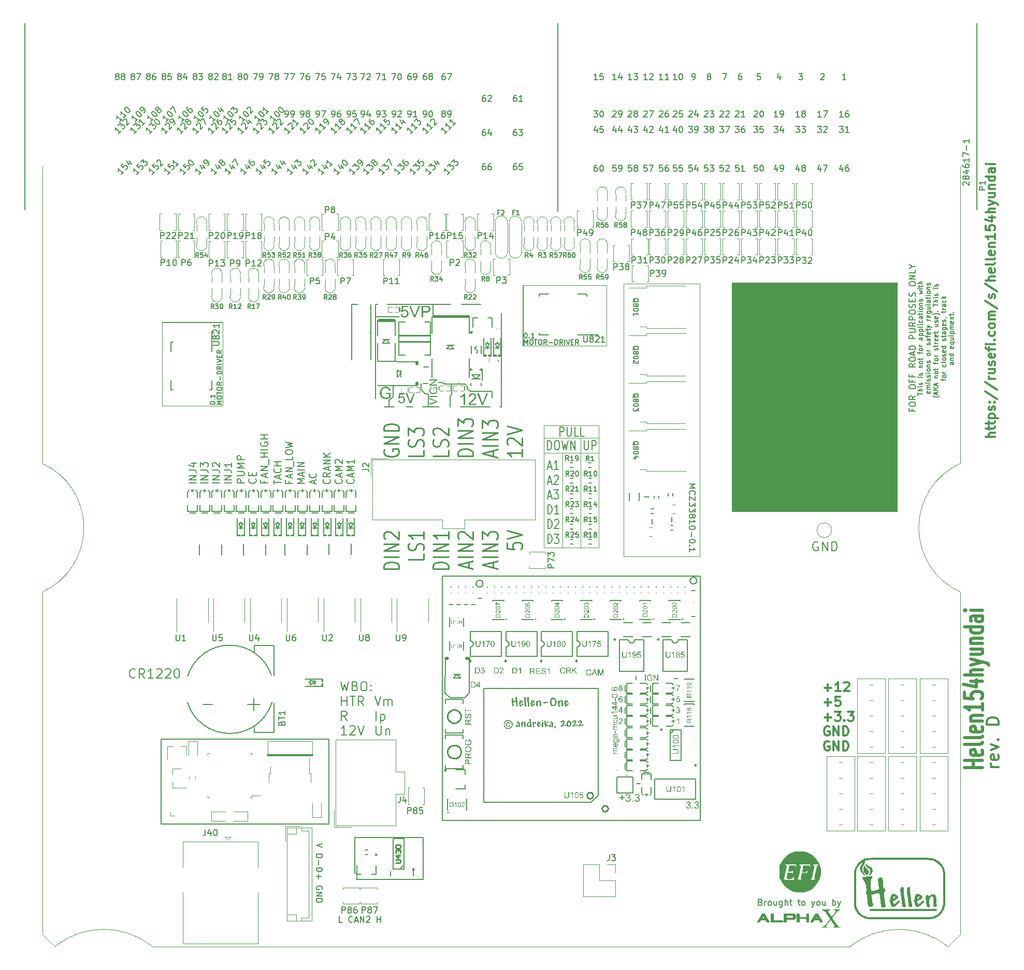
<source format=gto>
G75*
G70*
%OFA0B0*%
%FSLAX25Y25*%
%IPPOS*%
%LPD*%
%AMOC8*
5,1,8,0,0,1.08239X$1,22.5*
%
%ADD10C,0.00787*%
%ADD100C,0.01968*%
%ADD156C,0.01000*%
%ADD157C,0.00300*%
%ADD80C,0.01575*%
%ADD82C,0.01969*%
%ADD83C,0.00591*%
%ADD84C,0.00984*%
%ADD88C,0.00472*%
%ADD89C,0.00709*%
%ADD90C,0.01181*%
%ADD91C,0.00500*%
%ADD92C,0.00669*%
%ADD93C,0.00800*%
%ADD94C,0.00390*%
%ADD95C,0.00394*%
%ADD96C,0.00010*%
X0000000Y0000000D02*
%LPD*%
G01*
D88*
X0035433Y0019685D02*
X0027559Y0027559D01*
X0027559Y0330709D02*
X0027559Y0522047D01*
X0471260Y0447244D02*
X0577559Y0447244D01*
X0577559Y0300000D01*
X0471260Y0300000D01*
X0471260Y0447244D01*
G36*
X0471260Y0447244D02*
G01*
X0577559Y0447244D01*
X0577559Y0300000D01*
X0471260Y0300000D01*
X0471260Y0447244D01*
G37*
X0362076Y0337505D02*
X0362076Y0276481D01*
X0027559Y0248032D02*
G75*
G03*
X0027559Y0330709I-018744J0041339D01*
G01*
X0618110Y0027559D02*
X0610236Y0019685D01*
X0385698Y0347348D02*
X0350265Y0347348D01*
X0098425Y0019685D02*
G75*
G03*
X0035433Y0019685I-031496J-039142D01*
G01*
X0618110Y0248031D02*
X0618110Y0027559D01*
X0027559Y0027559D02*
X0027559Y0248031D01*
X0618110Y0330709D02*
G75*
G03*
X0618110Y0248032I0018744J-041339D01*
G01*
X0547244Y0019685D02*
X0098425Y0019685D01*
X0610236Y0019685D02*
G75*
G03*
X0547244Y0019685I-031496J-039142D01*
G01*
X0373887Y0276481D02*
X0373887Y0347348D01*
X0350265Y0276481D02*
X0385698Y0276481D01*
X0618110Y0522047D02*
X0618110Y0330709D01*
X0385698Y0276481D02*
X0385698Y0355222D01*
X0385698Y0355222D02*
X0350265Y0355222D01*
X0350265Y0337505D02*
X0385698Y0337505D01*
X0350265Y0355222D02*
X0350265Y0276481D01*
D89*
X0126444Y0318074D02*
X0121720Y0318074D01*
X0126444Y0320323D02*
X0121720Y0320323D01*
X0121720Y0320323D02*
X0126444Y0323023D01*
X0126444Y0323023D02*
X0121720Y0323023D01*
X0121720Y0326623D02*
X0125094Y0326623D01*
X0125094Y0326623D02*
X0125769Y0326398D01*
X0125769Y0326398D02*
X0126219Y0325948D01*
X0126219Y0325948D02*
X0126444Y0325273D01*
X0126444Y0325273D02*
X0126444Y0324823D01*
X0123294Y0330897D02*
X0126444Y0330897D01*
X0121495Y0329772D02*
X0124869Y0328647D01*
X0124869Y0328647D02*
X0124869Y0331572D01*
X0134050Y0318074D02*
X0129326Y0318074D01*
X0134050Y0320323D02*
X0129326Y0320323D01*
X0129326Y0320323D02*
X0134050Y0323023D01*
X0134050Y0323023D02*
X0129326Y0323023D01*
X0129326Y0326623D02*
X0132700Y0326623D01*
X0132700Y0326623D02*
X0133375Y0326398D01*
X0133375Y0326398D02*
X0133825Y0325948D01*
X0133825Y0325948D02*
X0134050Y0325273D01*
X0134050Y0325273D02*
X0134050Y0324823D01*
X0129326Y0328422D02*
X0129326Y0331347D01*
X0129326Y0331347D02*
X0131126Y0329772D01*
X0131126Y0329772D02*
X0131126Y0330447D01*
X0131126Y0330447D02*
X0131351Y0330897D01*
X0131351Y0330897D02*
X0131576Y0331122D01*
X0131576Y0331122D02*
X0132026Y0331347D01*
X0132026Y0331347D02*
X0133150Y0331347D01*
X0133150Y0331347D02*
X0133600Y0331122D01*
X0133600Y0331122D02*
X0133825Y0330897D01*
X0133825Y0330897D02*
X0134050Y0330447D01*
X0134050Y0330447D02*
X0134050Y0329097D01*
X0134050Y0329097D02*
X0133825Y0328647D01*
X0133825Y0328647D02*
X0133600Y0328422D01*
X0141657Y0318074D02*
X0136932Y0318074D01*
X0141657Y0320323D02*
X0136932Y0320323D01*
X0136932Y0320323D02*
X0141657Y0323023D01*
X0141657Y0323023D02*
X0136932Y0323023D01*
X0136932Y0326623D02*
X0140307Y0326623D01*
X0140307Y0326623D02*
X0140982Y0326398D01*
X0140982Y0326398D02*
X0141432Y0325948D01*
X0141432Y0325948D02*
X0141657Y0325273D01*
X0141657Y0325273D02*
X0141657Y0324823D01*
X0137382Y0328647D02*
X0137157Y0328872D01*
X0137157Y0328872D02*
X0136932Y0329322D01*
X0136932Y0329322D02*
X0136932Y0330447D01*
X0136932Y0330447D02*
X0137157Y0330897D01*
X0137157Y0330897D02*
X0137382Y0331122D01*
X0137382Y0331122D02*
X0137832Y0331347D01*
X0137832Y0331347D02*
X0138282Y0331347D01*
X0138282Y0331347D02*
X0138957Y0331122D01*
X0138957Y0331122D02*
X0141657Y0328422D01*
X0141657Y0328422D02*
X0141657Y0331347D01*
X0149263Y0318074D02*
X0144538Y0318074D01*
X0149263Y0320323D02*
X0144538Y0320323D01*
X0144538Y0320323D02*
X0149263Y0323023D01*
X0149263Y0323023D02*
X0144538Y0323023D01*
X0144538Y0326623D02*
X0147913Y0326623D01*
X0147913Y0326623D02*
X0148588Y0326398D01*
X0148588Y0326398D02*
X0149038Y0325948D01*
X0149038Y0325948D02*
X0149263Y0325273D01*
X0149263Y0325273D02*
X0149263Y0324823D01*
X0149263Y0331347D02*
X0149263Y0328647D01*
X0149263Y0329997D02*
X0144538Y0329997D01*
X0144538Y0329997D02*
X0145213Y0329547D01*
X0145213Y0329547D02*
X0145663Y0329097D01*
X0145663Y0329097D02*
X0145888Y0328647D01*
D10*
X0087277Y0193147D02*
X0086996Y0192866D01*
X0086996Y0192866D02*
X0086152Y0192585D01*
X0086152Y0192585D02*
X0085590Y0192585D01*
X0085590Y0192585D02*
X0084746Y0192866D01*
X0084746Y0192866D02*
X0084184Y0193428D01*
X0084184Y0193428D02*
X0083903Y0193991D01*
X0083903Y0193991D02*
X0083621Y0195115D01*
X0083621Y0195115D02*
X0083621Y0195959D01*
X0083621Y0195959D02*
X0083903Y0197084D01*
X0083903Y0197084D02*
X0084184Y0197646D01*
X0084184Y0197646D02*
X0084746Y0198209D01*
X0084746Y0198209D02*
X0085590Y0198490D01*
X0085590Y0198490D02*
X0086152Y0198490D01*
X0086152Y0198490D02*
X0086996Y0198209D01*
X0086996Y0198209D02*
X0087277Y0197928D01*
X0093183Y0192585D02*
X0091214Y0195397D01*
X0089808Y0192585D02*
X0089808Y0198490D01*
X0089808Y0198490D02*
X0092058Y0198490D01*
X0092058Y0198490D02*
X0092620Y0198209D01*
X0092620Y0198209D02*
X0092902Y0197928D01*
X0092902Y0197928D02*
X0093183Y0197365D01*
X0093183Y0197365D02*
X0093183Y0196522D01*
X0093183Y0196522D02*
X0092902Y0195959D01*
X0092902Y0195959D02*
X0092620Y0195678D01*
X0092620Y0195678D02*
X0092058Y0195397D01*
X0092058Y0195397D02*
X0089808Y0195397D01*
X0098807Y0192585D02*
X0095432Y0192585D01*
X0097120Y0192585D02*
X0097120Y0198490D01*
X0097120Y0198490D02*
X0096557Y0197646D01*
X0096557Y0197646D02*
X0095995Y0197084D01*
X0095995Y0197084D02*
X0095432Y0196803D01*
X0101057Y0197928D02*
X0101338Y0198209D01*
X0101338Y0198209D02*
X0101900Y0198490D01*
X0101900Y0198490D02*
X0103306Y0198490D01*
X0103306Y0198490D02*
X0103869Y0198209D01*
X0103869Y0198209D02*
X0104150Y0197928D01*
X0104150Y0197928D02*
X0104431Y0197365D01*
X0104431Y0197365D02*
X0104431Y0196803D01*
X0104431Y0196803D02*
X0104150Y0195959D01*
X0104150Y0195959D02*
X0100776Y0192585D01*
X0100776Y0192585D02*
X0104431Y0192585D01*
X0106681Y0197928D02*
X0106962Y0198209D01*
X0106962Y0198209D02*
X0107525Y0198490D01*
X0107525Y0198490D02*
X0108931Y0198490D01*
X0108931Y0198490D02*
X0109493Y0198209D01*
X0109493Y0198209D02*
X0109774Y0197928D01*
X0109774Y0197928D02*
X0110056Y0197365D01*
X0110056Y0197365D02*
X0110056Y0196803D01*
X0110056Y0196803D02*
X0109774Y0195959D01*
X0109774Y0195959D02*
X0106400Y0192585D01*
X0106400Y0192585D02*
X0110056Y0192585D01*
X0113711Y0198490D02*
X0114274Y0198490D01*
X0114274Y0198490D02*
X0114836Y0198209D01*
X0114836Y0198209D02*
X0115118Y0197928D01*
X0115118Y0197928D02*
X0115399Y0197365D01*
X0115399Y0197365D02*
X0115680Y0196240D01*
X0115680Y0196240D02*
X0115680Y0194834D01*
X0115680Y0194834D02*
X0115399Y0193709D01*
X0115399Y0193709D02*
X0115118Y0193147D01*
X0115118Y0193147D02*
X0114836Y0192866D01*
X0114836Y0192866D02*
X0114274Y0192585D01*
X0114274Y0192585D02*
X0113711Y0192585D01*
X0113711Y0192585D02*
X0113149Y0192866D01*
X0113149Y0192866D02*
X0112868Y0193147D01*
X0112868Y0193147D02*
X0112587Y0193709D01*
X0112587Y0193709D02*
X0112305Y0194834D01*
X0112305Y0194834D02*
X0112305Y0196240D01*
X0112305Y0196240D02*
X0112587Y0197365D01*
X0112587Y0197365D02*
X0112868Y0197928D01*
X0112868Y0197928D02*
X0113149Y0198209D01*
X0113149Y0198209D02*
X0113711Y0198490D01*
D84*
X0247638Y0339757D02*
X0247169Y0339007D01*
X0247169Y0339007D02*
X0247169Y0337882D01*
X0247169Y0337882D02*
X0247638Y0336757D01*
X0247638Y0336757D02*
X0248576Y0336007D01*
X0248576Y0336007D02*
X0249513Y0335633D01*
X0249513Y0335633D02*
X0251388Y0335258D01*
X0251388Y0335258D02*
X0252794Y0335258D01*
X0252794Y0335258D02*
X0254669Y0335633D01*
X0254669Y0335633D02*
X0255606Y0336007D01*
X0255606Y0336007D02*
X0256543Y0336757D01*
X0256543Y0336757D02*
X0257012Y0337882D01*
X0257012Y0337882D02*
X0257012Y0338632D01*
X0257012Y0338632D02*
X0256543Y0339757D01*
X0256543Y0339757D02*
X0256075Y0340132D01*
X0256075Y0340132D02*
X0252794Y0340132D01*
X0252794Y0340132D02*
X0252794Y0338632D01*
X0257012Y0343507D02*
X0247169Y0343507D01*
X0247169Y0343507D02*
X0257012Y0348006D01*
X0257012Y0348006D02*
X0247169Y0348006D01*
X0257012Y0351756D02*
X0247169Y0351756D01*
X0247169Y0351756D02*
X0247169Y0353630D01*
X0247169Y0353630D02*
X0247638Y0354755D01*
X0247638Y0354755D02*
X0248576Y0355505D01*
X0248576Y0355505D02*
X0249513Y0355880D01*
X0249513Y0355880D02*
X0251388Y0356255D01*
X0251388Y0356255D02*
X0252794Y0356255D01*
X0252794Y0356255D02*
X0254669Y0355880D01*
X0254669Y0355880D02*
X0255606Y0355505D01*
X0255606Y0355505D02*
X0256543Y0354755D01*
X0256543Y0354755D02*
X0257012Y0353630D01*
X0257012Y0353630D02*
X0257012Y0351756D01*
X0272858Y0339382D02*
X0272858Y0335633D01*
X0272858Y0335633D02*
X0263016Y0335633D01*
X0272390Y0341632D02*
X0272858Y0342757D01*
X0272858Y0342757D02*
X0272858Y0344631D01*
X0272858Y0344631D02*
X0272390Y0345381D01*
X0272390Y0345381D02*
X0271921Y0345756D01*
X0271921Y0345756D02*
X0270984Y0346131D01*
X0270984Y0346131D02*
X0270046Y0346131D01*
X0270046Y0346131D02*
X0269109Y0345756D01*
X0269109Y0345756D02*
X0268640Y0345381D01*
X0268640Y0345381D02*
X0268172Y0344631D01*
X0268172Y0344631D02*
X0267703Y0343132D01*
X0267703Y0343132D02*
X0267234Y0342382D01*
X0267234Y0342382D02*
X0266765Y0342007D01*
X0266765Y0342007D02*
X0265828Y0341632D01*
X0265828Y0341632D02*
X0264891Y0341632D01*
X0264891Y0341632D02*
X0263953Y0342007D01*
X0263953Y0342007D02*
X0263485Y0342382D01*
X0263485Y0342382D02*
X0263016Y0343132D01*
X0263016Y0343132D02*
X0263016Y0345006D01*
X0263016Y0345006D02*
X0263485Y0346131D01*
X0263016Y0348756D02*
X0263016Y0353630D01*
X0263016Y0353630D02*
X0266765Y0351006D01*
X0266765Y0351006D02*
X0266765Y0352130D01*
X0266765Y0352130D02*
X0267234Y0352880D01*
X0267234Y0352880D02*
X0267703Y0353255D01*
X0267703Y0353255D02*
X0268640Y0353630D01*
X0268640Y0353630D02*
X0270984Y0353630D01*
X0270984Y0353630D02*
X0271921Y0353255D01*
X0271921Y0353255D02*
X0272390Y0352880D01*
X0272390Y0352880D02*
X0272858Y0352130D01*
X0272858Y0352130D02*
X0272858Y0349881D01*
X0272858Y0349881D02*
X0272390Y0349131D01*
X0272390Y0349131D02*
X0271921Y0348756D01*
X0288705Y0339382D02*
X0288705Y0335633D01*
X0288705Y0335633D02*
X0278862Y0335633D01*
X0288236Y0341632D02*
X0288705Y0342757D01*
X0288705Y0342757D02*
X0288705Y0344631D01*
X0288705Y0344631D02*
X0288236Y0345381D01*
X0288236Y0345381D02*
X0287768Y0345756D01*
X0287768Y0345756D02*
X0286830Y0346131D01*
X0286830Y0346131D02*
X0285893Y0346131D01*
X0285893Y0346131D02*
X0284955Y0345756D01*
X0284955Y0345756D02*
X0284487Y0345381D01*
X0284487Y0345381D02*
X0284018Y0344631D01*
X0284018Y0344631D02*
X0283549Y0343132D01*
X0283549Y0343132D02*
X0283081Y0342382D01*
X0283081Y0342382D02*
X0282612Y0342007D01*
X0282612Y0342007D02*
X0281675Y0341632D01*
X0281675Y0341632D02*
X0280737Y0341632D01*
X0280737Y0341632D02*
X0279800Y0342007D01*
X0279800Y0342007D02*
X0279331Y0342382D01*
X0279331Y0342382D02*
X0278862Y0343132D01*
X0278862Y0343132D02*
X0278862Y0345006D01*
X0278862Y0345006D02*
X0279331Y0346131D01*
X0279800Y0349131D02*
X0279331Y0349506D01*
X0279331Y0349506D02*
X0278862Y0350256D01*
X0278862Y0350256D02*
X0278862Y0352130D01*
X0278862Y0352130D02*
X0279331Y0352880D01*
X0279331Y0352880D02*
X0279800Y0353255D01*
X0279800Y0353255D02*
X0280737Y0353630D01*
X0280737Y0353630D02*
X0281675Y0353630D01*
X0281675Y0353630D02*
X0283081Y0353255D01*
X0283081Y0353255D02*
X0288705Y0348756D01*
X0288705Y0348756D02*
X0288705Y0353630D01*
X0304551Y0335633D02*
X0294709Y0335633D01*
X0294709Y0335633D02*
X0294709Y0337507D01*
X0294709Y0337507D02*
X0295178Y0338632D01*
X0295178Y0338632D02*
X0296115Y0339382D01*
X0296115Y0339382D02*
X0297052Y0339757D01*
X0297052Y0339757D02*
X0298927Y0340132D01*
X0298927Y0340132D02*
X0300333Y0340132D01*
X0300333Y0340132D02*
X0302208Y0339757D01*
X0302208Y0339757D02*
X0303145Y0339382D01*
X0303145Y0339382D02*
X0304083Y0338632D01*
X0304083Y0338632D02*
X0304551Y0337507D01*
X0304551Y0337507D02*
X0304551Y0335633D01*
X0304551Y0343507D02*
X0294709Y0343507D01*
X0304551Y0347256D02*
X0294709Y0347256D01*
X0294709Y0347256D02*
X0304551Y0351756D01*
X0304551Y0351756D02*
X0294709Y0351756D01*
X0294709Y0354755D02*
X0294709Y0359630D01*
X0294709Y0359630D02*
X0298458Y0357005D01*
X0298458Y0357005D02*
X0298458Y0358130D01*
X0298458Y0358130D02*
X0298927Y0358880D01*
X0298927Y0358880D02*
X0299396Y0359255D01*
X0299396Y0359255D02*
X0300333Y0359630D01*
X0300333Y0359630D02*
X0302677Y0359630D01*
X0302677Y0359630D02*
X0303614Y0359255D01*
X0303614Y0359255D02*
X0304083Y0358880D01*
X0304083Y0358880D02*
X0304551Y0358130D01*
X0304551Y0358130D02*
X0304551Y0355880D01*
X0304551Y0355880D02*
X0304083Y0355130D01*
X0304083Y0355130D02*
X0303614Y0354755D01*
X0317586Y0335258D02*
X0317586Y0339007D01*
X0320398Y0334508D02*
X0310555Y0337132D01*
X0310555Y0337132D02*
X0320398Y0339757D01*
X0320398Y0342382D02*
X0310555Y0342382D01*
X0320398Y0346131D02*
X0310555Y0346131D01*
X0310555Y0346131D02*
X0320398Y0350631D01*
X0320398Y0350631D02*
X0310555Y0350631D01*
X0310555Y0353630D02*
X0310555Y0358505D01*
X0310555Y0358505D02*
X0314305Y0355880D01*
X0314305Y0355880D02*
X0314305Y0357005D01*
X0314305Y0357005D02*
X0314774Y0357755D01*
X0314774Y0357755D02*
X0315242Y0358130D01*
X0315242Y0358130D02*
X0316180Y0358505D01*
X0316180Y0358505D02*
X0318523Y0358505D01*
X0318523Y0358505D02*
X0319460Y0358130D01*
X0319460Y0358130D02*
X0319929Y0357755D01*
X0319929Y0357755D02*
X0320398Y0357005D01*
X0320398Y0357005D02*
X0320398Y0354755D01*
X0320398Y0354755D02*
X0319929Y0354005D01*
X0319929Y0354005D02*
X0319460Y0353630D01*
X0336244Y0339757D02*
X0336244Y0335258D01*
X0336244Y0337507D02*
X0326402Y0337507D01*
X0326402Y0337507D02*
X0327808Y0336757D01*
X0327808Y0336757D02*
X0328745Y0336007D01*
X0328745Y0336007D02*
X0329214Y0335258D01*
X0327339Y0342757D02*
X0326870Y0343132D01*
X0326870Y0343132D02*
X0326402Y0343882D01*
X0326402Y0343882D02*
X0326402Y0345756D01*
X0326402Y0345756D02*
X0326870Y0346506D01*
X0326870Y0346506D02*
X0327339Y0346881D01*
X0327339Y0346881D02*
X0328277Y0347256D01*
X0328277Y0347256D02*
X0329214Y0347256D01*
X0329214Y0347256D02*
X0330620Y0346881D01*
X0330620Y0346881D02*
X0336244Y0342382D01*
X0336244Y0342382D02*
X0336244Y0347256D01*
X0326402Y0349506D02*
X0336244Y0352130D01*
X0336244Y0352130D02*
X0326402Y0354755D01*
D89*
X0360446Y0348299D02*
X0360446Y0354205D01*
X0360446Y0354205D02*
X0362246Y0354205D01*
X0362246Y0354205D02*
X0362696Y0353923D01*
X0362696Y0353923D02*
X0362921Y0353642D01*
X0362921Y0353642D02*
X0363146Y0353080D01*
X0363146Y0353080D02*
X0363146Y0352236D01*
X0363146Y0352236D02*
X0362921Y0351674D01*
X0362921Y0351674D02*
X0362696Y0351392D01*
X0362696Y0351392D02*
X0362246Y0351111D01*
X0362246Y0351111D02*
X0360446Y0351111D01*
X0365170Y0354205D02*
X0365170Y0349424D01*
X0365170Y0349424D02*
X0365395Y0348861D01*
X0365395Y0348861D02*
X0365620Y0348580D01*
X0365620Y0348580D02*
X0366070Y0348299D01*
X0366070Y0348299D02*
X0366970Y0348299D01*
X0366970Y0348299D02*
X0367420Y0348580D01*
X0367420Y0348580D02*
X0367645Y0348861D01*
X0367645Y0348861D02*
X0367870Y0349424D01*
X0367870Y0349424D02*
X0367870Y0354205D01*
X0372370Y0348299D02*
X0370120Y0348299D01*
X0370120Y0348299D02*
X0370120Y0354205D01*
X0376194Y0348299D02*
X0373944Y0348299D01*
X0373944Y0348299D02*
X0373944Y0354205D01*
D84*
X0257012Y0262793D02*
X0247169Y0262793D01*
X0247169Y0262793D02*
X0247169Y0264667D01*
X0247169Y0264667D02*
X0247638Y0265792D01*
X0247638Y0265792D02*
X0248576Y0266542D01*
X0248576Y0266542D02*
X0249513Y0266917D01*
X0249513Y0266917D02*
X0251388Y0267292D01*
X0251388Y0267292D02*
X0252794Y0267292D01*
X0252794Y0267292D02*
X0254669Y0266917D01*
X0254669Y0266917D02*
X0255606Y0266542D01*
X0255606Y0266542D02*
X0256543Y0265792D01*
X0256543Y0265792D02*
X0257012Y0264667D01*
X0257012Y0264667D02*
X0257012Y0262793D01*
X0257012Y0270667D02*
X0247169Y0270667D01*
X0257012Y0274416D02*
X0247169Y0274416D01*
X0247169Y0274416D02*
X0257012Y0278916D01*
X0257012Y0278916D02*
X0247169Y0278916D01*
X0248107Y0282290D02*
X0247638Y0282665D01*
X0247638Y0282665D02*
X0247169Y0283415D01*
X0247169Y0283415D02*
X0247169Y0285290D01*
X0247169Y0285290D02*
X0247638Y0286040D01*
X0247638Y0286040D02*
X0248107Y0286415D01*
X0248107Y0286415D02*
X0249044Y0286790D01*
X0249044Y0286790D02*
X0249982Y0286790D01*
X0249982Y0286790D02*
X0251388Y0286415D01*
X0251388Y0286415D02*
X0257012Y0281915D01*
X0257012Y0281915D02*
X0257012Y0286790D01*
X0272858Y0272541D02*
X0272858Y0268792D01*
X0272858Y0268792D02*
X0263016Y0268792D01*
X0272390Y0274791D02*
X0272858Y0275916D01*
X0272858Y0275916D02*
X0272858Y0277791D01*
X0272858Y0277791D02*
X0272390Y0278541D01*
X0272390Y0278541D02*
X0271921Y0278916D01*
X0271921Y0278916D02*
X0270984Y0279291D01*
X0270984Y0279291D02*
X0270046Y0279291D01*
X0270046Y0279291D02*
X0269109Y0278916D01*
X0269109Y0278916D02*
X0268640Y0278541D01*
X0268640Y0278541D02*
X0268172Y0277791D01*
X0268172Y0277791D02*
X0267703Y0276291D01*
X0267703Y0276291D02*
X0267234Y0275541D01*
X0267234Y0275541D02*
X0266765Y0275166D01*
X0266765Y0275166D02*
X0265828Y0274791D01*
X0265828Y0274791D02*
X0264891Y0274791D01*
X0264891Y0274791D02*
X0263953Y0275166D01*
X0263953Y0275166D02*
X0263485Y0275541D01*
X0263485Y0275541D02*
X0263016Y0276291D01*
X0263016Y0276291D02*
X0263016Y0278166D01*
X0263016Y0278166D02*
X0263485Y0279291D01*
X0272858Y0286790D02*
X0272858Y0282290D01*
X0272858Y0284540D02*
X0263016Y0284540D01*
X0263016Y0284540D02*
X0264422Y0283790D01*
X0264422Y0283790D02*
X0265359Y0283040D01*
X0265359Y0283040D02*
X0265828Y0282290D01*
X0288705Y0262793D02*
X0278862Y0262793D01*
X0278862Y0262793D02*
X0278862Y0264667D01*
X0278862Y0264667D02*
X0279331Y0265792D01*
X0279331Y0265792D02*
X0280268Y0266542D01*
X0280268Y0266542D02*
X0281206Y0266917D01*
X0281206Y0266917D02*
X0283081Y0267292D01*
X0283081Y0267292D02*
X0284487Y0267292D01*
X0284487Y0267292D02*
X0286361Y0266917D01*
X0286361Y0266917D02*
X0287299Y0266542D01*
X0287299Y0266542D02*
X0288236Y0265792D01*
X0288236Y0265792D02*
X0288705Y0264667D01*
X0288705Y0264667D02*
X0288705Y0262793D01*
X0288705Y0270667D02*
X0278862Y0270667D01*
X0288705Y0274416D02*
X0278862Y0274416D01*
X0278862Y0274416D02*
X0288705Y0278916D01*
X0288705Y0278916D02*
X0278862Y0278916D01*
X0288705Y0286790D02*
X0288705Y0282290D01*
X0288705Y0284540D02*
X0278862Y0284540D01*
X0278862Y0284540D02*
X0280268Y0283790D01*
X0280268Y0283790D02*
X0281206Y0283040D01*
X0281206Y0283040D02*
X0281675Y0282290D01*
X0301739Y0263543D02*
X0301739Y0267292D01*
X0304551Y0262793D02*
X0294709Y0265417D01*
X0294709Y0265417D02*
X0304551Y0268042D01*
X0304551Y0270667D02*
X0294709Y0270667D01*
X0304551Y0274416D02*
X0294709Y0274416D01*
X0294709Y0274416D02*
X0304551Y0278916D01*
X0304551Y0278916D02*
X0294709Y0278916D01*
X0295646Y0282290D02*
X0295178Y0282665D01*
X0295178Y0282665D02*
X0294709Y0283415D01*
X0294709Y0283415D02*
X0294709Y0285290D01*
X0294709Y0285290D02*
X0295178Y0286040D01*
X0295178Y0286040D02*
X0295646Y0286415D01*
X0295646Y0286415D02*
X0296584Y0286790D01*
X0296584Y0286790D02*
X0297521Y0286790D01*
X0297521Y0286790D02*
X0298927Y0286415D01*
X0298927Y0286415D02*
X0304551Y0281915D01*
X0304551Y0281915D02*
X0304551Y0286790D01*
X0317586Y0263543D02*
X0317586Y0267292D01*
X0320398Y0262793D02*
X0310555Y0265417D01*
X0310555Y0265417D02*
X0320398Y0268042D01*
X0320398Y0270667D02*
X0310555Y0270667D01*
X0320398Y0274416D02*
X0310555Y0274416D01*
X0310555Y0274416D02*
X0320398Y0278916D01*
X0320398Y0278916D02*
X0310555Y0278916D01*
X0310555Y0281915D02*
X0310555Y0286790D01*
X0310555Y0286790D02*
X0314305Y0284165D01*
X0314305Y0284165D02*
X0314305Y0285290D01*
X0314305Y0285290D02*
X0314774Y0286040D01*
X0314774Y0286040D02*
X0315242Y0286415D01*
X0315242Y0286415D02*
X0316180Y0286790D01*
X0316180Y0286790D02*
X0318523Y0286790D01*
X0318523Y0286790D02*
X0319460Y0286415D01*
X0319460Y0286415D02*
X0319929Y0286040D01*
X0319929Y0286040D02*
X0320398Y0285290D01*
X0320398Y0285290D02*
X0320398Y0283040D01*
X0320398Y0283040D02*
X0319929Y0282290D01*
X0319929Y0282290D02*
X0319460Y0281915D01*
X0326402Y0279666D02*
X0326402Y0275916D01*
X0326402Y0275916D02*
X0331089Y0275541D01*
X0331089Y0275541D02*
X0330620Y0275916D01*
X0330620Y0275916D02*
X0330151Y0276666D01*
X0330151Y0276666D02*
X0330151Y0278541D01*
X0330151Y0278541D02*
X0330620Y0279291D01*
X0330620Y0279291D02*
X0331089Y0279666D01*
X0331089Y0279666D02*
X0332026Y0280041D01*
X0332026Y0280041D02*
X0334370Y0280041D01*
X0334370Y0280041D02*
X0335307Y0279666D01*
X0335307Y0279666D02*
X0335776Y0279291D01*
X0335776Y0279291D02*
X0336244Y0278541D01*
X0336244Y0278541D02*
X0336244Y0276666D01*
X0336244Y0276666D02*
X0335776Y0275916D01*
X0335776Y0275916D02*
X0335307Y0275541D01*
X0326402Y0282290D02*
X0336244Y0284915D01*
X0336244Y0284915D02*
X0326402Y0287540D01*
D83*
X0220454Y0035217D02*
X0218579Y0035217D01*
X0218579Y0035217D02*
X0218579Y0039154D01*
X0227015Y0035592D02*
X0226828Y0035405D01*
X0226828Y0035405D02*
X0226265Y0035217D01*
X0226265Y0035217D02*
X0225891Y0035217D01*
X0225891Y0035217D02*
X0225328Y0035405D01*
X0225328Y0035405D02*
X0224953Y0035780D01*
X0224953Y0035780D02*
X0224766Y0036155D01*
X0224766Y0036155D02*
X0224578Y0036905D01*
X0224578Y0036905D02*
X0224578Y0037467D01*
X0224578Y0037467D02*
X0224766Y0038217D01*
X0224766Y0038217D02*
X0224953Y0038592D01*
X0224953Y0038592D02*
X0225328Y0038967D01*
X0225328Y0038967D02*
X0225891Y0039154D01*
X0225891Y0039154D02*
X0226265Y0039154D01*
X0226265Y0039154D02*
X0226828Y0038967D01*
X0226828Y0038967D02*
X0227015Y0038779D01*
X0228515Y0036342D02*
X0230390Y0036342D01*
X0228140Y0035217D02*
X0229453Y0039154D01*
X0229453Y0039154D02*
X0230765Y0035217D01*
X0232077Y0035217D02*
X0232077Y0039154D01*
X0232077Y0039154D02*
X0234327Y0035217D01*
X0234327Y0035217D02*
X0234327Y0039154D01*
X0236014Y0038779D02*
X0236202Y0038967D01*
X0236202Y0038967D02*
X0236577Y0039154D01*
X0236577Y0039154D02*
X0237514Y0039154D01*
X0237514Y0039154D02*
X0237889Y0038967D01*
X0237889Y0038967D02*
X0238076Y0038779D01*
X0238076Y0038779D02*
X0238264Y0038404D01*
X0238264Y0038404D02*
X0238264Y0038029D01*
X0238264Y0038029D02*
X0238076Y0037467D01*
X0238076Y0037467D02*
X0235827Y0035217D01*
X0235827Y0035217D02*
X0238264Y0035217D01*
X0242951Y0035217D02*
X0242951Y0039154D01*
X0242951Y0037279D02*
X0245201Y0037279D01*
X0245201Y0035217D02*
X0245201Y0039154D01*
D90*
X0640466Y0347947D02*
X0634560Y0347947D01*
X0640466Y0350478D02*
X0637372Y0350478D01*
X0637372Y0350478D02*
X0636810Y0350197D01*
X0636810Y0350197D02*
X0636529Y0349634D01*
X0636529Y0349634D02*
X0636529Y0348791D01*
X0636529Y0348791D02*
X0636810Y0348228D01*
X0636810Y0348228D02*
X0637091Y0347947D01*
X0636529Y0352447D02*
X0636529Y0354696D01*
X0634560Y0353290D02*
X0639622Y0353290D01*
X0639622Y0353290D02*
X0640185Y0353571D01*
X0640185Y0353571D02*
X0640466Y0354134D01*
X0640466Y0354134D02*
X0640466Y0354696D01*
X0636529Y0355821D02*
X0636529Y0358071D01*
X0634560Y0356665D02*
X0639622Y0356665D01*
X0639622Y0356665D02*
X0640185Y0356946D01*
X0640185Y0356946D02*
X0640466Y0357508D01*
X0640466Y0357508D02*
X0640466Y0358071D01*
X0636529Y0360039D02*
X0642434Y0360039D01*
X0636810Y0360039D02*
X0636529Y0360602D01*
X0636529Y0360602D02*
X0636529Y0361727D01*
X0636529Y0361727D02*
X0636810Y0362289D01*
X0636810Y0362289D02*
X0637091Y0362570D01*
X0637091Y0362570D02*
X0637654Y0362852D01*
X0637654Y0362852D02*
X0639341Y0362852D01*
X0639341Y0362852D02*
X0639903Y0362570D01*
X0639903Y0362570D02*
X0640185Y0362289D01*
X0640185Y0362289D02*
X0640466Y0361727D01*
X0640466Y0361727D02*
X0640466Y0360602D01*
X0640466Y0360602D02*
X0640185Y0360039D01*
X0640185Y0365101D02*
X0640466Y0365664D01*
X0640466Y0365664D02*
X0640466Y0366789D01*
X0640466Y0366789D02*
X0640185Y0367351D01*
X0640185Y0367351D02*
X0639622Y0367632D01*
X0639622Y0367632D02*
X0639341Y0367632D01*
X0639341Y0367632D02*
X0638779Y0367351D01*
X0638779Y0367351D02*
X0638497Y0366789D01*
X0638497Y0366789D02*
X0638497Y0365945D01*
X0638497Y0365945D02*
X0638216Y0365382D01*
X0638216Y0365382D02*
X0637654Y0365101D01*
X0637654Y0365101D02*
X0637372Y0365101D01*
X0637372Y0365101D02*
X0636810Y0365382D01*
X0636810Y0365382D02*
X0636529Y0365945D01*
X0636529Y0365945D02*
X0636529Y0366789D01*
X0636529Y0366789D02*
X0636810Y0367351D01*
X0639903Y0370163D02*
X0640185Y0370444D01*
X0640185Y0370444D02*
X0640466Y0370163D01*
X0640466Y0370163D02*
X0640185Y0369882D01*
X0640185Y0369882D02*
X0639903Y0370163D01*
X0639903Y0370163D02*
X0640466Y0370163D01*
X0636810Y0370163D02*
X0637091Y0370444D01*
X0637091Y0370444D02*
X0637372Y0370163D01*
X0637372Y0370163D02*
X0637091Y0369882D01*
X0637091Y0369882D02*
X0636810Y0370163D01*
X0636810Y0370163D02*
X0637372Y0370163D01*
X0634279Y0377193D02*
X0641872Y0372132D01*
X0634279Y0383380D02*
X0641872Y0378318D01*
X0640466Y0385349D02*
X0636529Y0385349D01*
X0637654Y0385349D02*
X0637091Y0385630D01*
X0637091Y0385630D02*
X0636810Y0385911D01*
X0636810Y0385911D02*
X0636529Y0386474D01*
X0636529Y0386474D02*
X0636529Y0387036D01*
X0636529Y0391535D02*
X0640466Y0391535D01*
X0636529Y0389005D02*
X0639622Y0389005D01*
X0639622Y0389005D02*
X0640185Y0389286D01*
X0640185Y0389286D02*
X0640466Y0389848D01*
X0640466Y0389848D02*
X0640466Y0390692D01*
X0640466Y0390692D02*
X0640185Y0391254D01*
X0640185Y0391254D02*
X0639903Y0391535D01*
X0640185Y0394066D02*
X0640466Y0394629D01*
X0640466Y0394629D02*
X0640466Y0395754D01*
X0640466Y0395754D02*
X0640185Y0396316D01*
X0640185Y0396316D02*
X0639622Y0396597D01*
X0639622Y0396597D02*
X0639341Y0396597D01*
X0639341Y0396597D02*
X0638779Y0396316D01*
X0638779Y0396316D02*
X0638497Y0395754D01*
X0638497Y0395754D02*
X0638497Y0394910D01*
X0638497Y0394910D02*
X0638216Y0394348D01*
X0638216Y0394348D02*
X0637654Y0394066D01*
X0637654Y0394066D02*
X0637372Y0394066D01*
X0637372Y0394066D02*
X0636810Y0394348D01*
X0636810Y0394348D02*
X0636529Y0394910D01*
X0636529Y0394910D02*
X0636529Y0395754D01*
X0636529Y0395754D02*
X0636810Y0396316D01*
X0640185Y0401378D02*
X0640466Y0400816D01*
X0640466Y0400816D02*
X0640466Y0399691D01*
X0640466Y0399691D02*
X0640185Y0399128D01*
X0640185Y0399128D02*
X0639622Y0398847D01*
X0639622Y0398847D02*
X0637372Y0398847D01*
X0637372Y0398847D02*
X0636810Y0399128D01*
X0636810Y0399128D02*
X0636529Y0399691D01*
X0636529Y0399691D02*
X0636529Y0400816D01*
X0636529Y0400816D02*
X0636810Y0401378D01*
X0636810Y0401378D02*
X0637372Y0401659D01*
X0637372Y0401659D02*
X0637935Y0401659D01*
X0637935Y0401659D02*
X0638497Y0398847D01*
X0636529Y0403346D02*
X0636529Y0405596D01*
X0640466Y0404190D02*
X0635404Y0404190D01*
X0635404Y0404190D02*
X0634842Y0404471D01*
X0634842Y0404471D02*
X0634560Y0405034D01*
X0634560Y0405034D02*
X0634560Y0405596D01*
X0640466Y0407565D02*
X0636529Y0407565D01*
X0634560Y0407565D02*
X0634842Y0407283D01*
X0634842Y0407283D02*
X0635123Y0407565D01*
X0635123Y0407565D02*
X0634842Y0407846D01*
X0634842Y0407846D02*
X0634560Y0407565D01*
X0634560Y0407565D02*
X0635123Y0407565D01*
X0639903Y0410377D02*
X0640185Y0410658D01*
X0640185Y0410658D02*
X0640466Y0410377D01*
X0640466Y0410377D02*
X0640185Y0410096D01*
X0640185Y0410096D02*
X0639903Y0410377D01*
X0639903Y0410377D02*
X0640466Y0410377D01*
X0640185Y0415720D02*
X0640466Y0415157D01*
X0640466Y0415157D02*
X0640466Y0414033D01*
X0640466Y0414033D02*
X0640185Y0413470D01*
X0640185Y0413470D02*
X0639903Y0413189D01*
X0639903Y0413189D02*
X0639341Y0412908D01*
X0639341Y0412908D02*
X0637654Y0412908D01*
X0637654Y0412908D02*
X0637091Y0413189D01*
X0637091Y0413189D02*
X0636810Y0413470D01*
X0636810Y0413470D02*
X0636529Y0414033D01*
X0636529Y0414033D02*
X0636529Y0415157D01*
X0636529Y0415157D02*
X0636810Y0415720D01*
X0640466Y0419094D02*
X0640185Y0418532D01*
X0640185Y0418532D02*
X0639903Y0418251D01*
X0639903Y0418251D02*
X0639341Y0417970D01*
X0639341Y0417970D02*
X0637654Y0417970D01*
X0637654Y0417970D02*
X0637091Y0418251D01*
X0637091Y0418251D02*
X0636810Y0418532D01*
X0636810Y0418532D02*
X0636529Y0419094D01*
X0636529Y0419094D02*
X0636529Y0419938D01*
X0636529Y0419938D02*
X0636810Y0420501D01*
X0636810Y0420501D02*
X0637091Y0420782D01*
X0637091Y0420782D02*
X0637654Y0421063D01*
X0637654Y0421063D02*
X0639341Y0421063D01*
X0639341Y0421063D02*
X0639903Y0420782D01*
X0639903Y0420782D02*
X0640185Y0420501D01*
X0640185Y0420501D02*
X0640466Y0419938D01*
X0640466Y0419938D02*
X0640466Y0419094D01*
X0640466Y0423594D02*
X0636529Y0423594D01*
X0637091Y0423594D02*
X0636810Y0423875D01*
X0636810Y0423875D02*
X0636529Y0424438D01*
X0636529Y0424438D02*
X0636529Y0425281D01*
X0636529Y0425281D02*
X0636810Y0425844D01*
X0636810Y0425844D02*
X0637372Y0426125D01*
X0637372Y0426125D02*
X0640466Y0426125D01*
X0637372Y0426125D02*
X0636810Y0426406D01*
X0636810Y0426406D02*
X0636529Y0426969D01*
X0636529Y0426969D02*
X0636529Y0427812D01*
X0636529Y0427812D02*
X0636810Y0428375D01*
X0636810Y0428375D02*
X0637372Y0428656D01*
X0637372Y0428656D02*
X0640466Y0428656D01*
X0634279Y0435686D02*
X0641872Y0430624D01*
X0640185Y0437373D02*
X0640466Y0437936D01*
X0640466Y0437936D02*
X0640466Y0439061D01*
X0640466Y0439061D02*
X0640185Y0439623D01*
X0640185Y0439623D02*
X0639622Y0439904D01*
X0639622Y0439904D02*
X0639341Y0439904D01*
X0639341Y0439904D02*
X0638779Y0439623D01*
X0638779Y0439623D02*
X0638497Y0439061D01*
X0638497Y0439061D02*
X0638497Y0438217D01*
X0638497Y0438217D02*
X0638216Y0437655D01*
X0638216Y0437655D02*
X0637654Y0437373D01*
X0637654Y0437373D02*
X0637372Y0437373D01*
X0637372Y0437373D02*
X0636810Y0437655D01*
X0636810Y0437655D02*
X0636529Y0438217D01*
X0636529Y0438217D02*
X0636529Y0439061D01*
X0636529Y0439061D02*
X0636810Y0439623D01*
X0634279Y0446654D02*
X0641872Y0441592D01*
X0640466Y0448622D02*
X0634560Y0448622D01*
X0640466Y0451153D02*
X0637372Y0451153D01*
X0637372Y0451153D02*
X0636810Y0450872D01*
X0636810Y0450872D02*
X0636529Y0450309D01*
X0636529Y0450309D02*
X0636529Y0449466D01*
X0636529Y0449466D02*
X0636810Y0448903D01*
X0636810Y0448903D02*
X0637091Y0448622D01*
X0640185Y0456215D02*
X0640466Y0455652D01*
X0640466Y0455652D02*
X0640466Y0454528D01*
X0640466Y0454528D02*
X0640185Y0453965D01*
X0640185Y0453965D02*
X0639622Y0453684D01*
X0639622Y0453684D02*
X0637372Y0453684D01*
X0637372Y0453684D02*
X0636810Y0453965D01*
X0636810Y0453965D02*
X0636529Y0454528D01*
X0636529Y0454528D02*
X0636529Y0455652D01*
X0636529Y0455652D02*
X0636810Y0456215D01*
X0636810Y0456215D02*
X0637372Y0456496D01*
X0637372Y0456496D02*
X0637935Y0456496D01*
X0637935Y0456496D02*
X0638497Y0453684D01*
X0640466Y0459871D02*
X0640185Y0459308D01*
X0640185Y0459308D02*
X0639622Y0459027D01*
X0639622Y0459027D02*
X0634560Y0459027D01*
X0640466Y0462964D02*
X0640185Y0462402D01*
X0640185Y0462402D02*
X0639622Y0462120D01*
X0639622Y0462120D02*
X0634560Y0462120D01*
X0640185Y0467463D02*
X0640466Y0466901D01*
X0640466Y0466901D02*
X0640466Y0465776D01*
X0640466Y0465776D02*
X0640185Y0465214D01*
X0640185Y0465214D02*
X0639622Y0464933D01*
X0639622Y0464933D02*
X0637372Y0464933D01*
X0637372Y0464933D02*
X0636810Y0465214D01*
X0636810Y0465214D02*
X0636529Y0465776D01*
X0636529Y0465776D02*
X0636529Y0466901D01*
X0636529Y0466901D02*
X0636810Y0467463D01*
X0636810Y0467463D02*
X0637372Y0467745D01*
X0637372Y0467745D02*
X0637935Y0467745D01*
X0637935Y0467745D02*
X0638497Y0464933D01*
X0636529Y0470276D02*
X0640466Y0470276D01*
X0637091Y0470276D02*
X0636810Y0470557D01*
X0636810Y0470557D02*
X0636529Y0471119D01*
X0636529Y0471119D02*
X0636529Y0471963D01*
X0636529Y0471963D02*
X0636810Y0472525D01*
X0636810Y0472525D02*
X0637372Y0472807D01*
X0637372Y0472807D02*
X0640466Y0472807D01*
X0640466Y0478712D02*
X0640466Y0475337D01*
X0640466Y0477025D02*
X0634560Y0477025D01*
X0634560Y0477025D02*
X0635404Y0476462D01*
X0635404Y0476462D02*
X0635966Y0475900D01*
X0635966Y0475900D02*
X0636248Y0475337D01*
X0634560Y0484055D02*
X0634560Y0481243D01*
X0634560Y0481243D02*
X0637372Y0480962D01*
X0637372Y0480962D02*
X0637091Y0481243D01*
X0637091Y0481243D02*
X0636810Y0481805D01*
X0636810Y0481805D02*
X0636810Y0483211D01*
X0636810Y0483211D02*
X0637091Y0483774D01*
X0637091Y0483774D02*
X0637372Y0484055D01*
X0637372Y0484055D02*
X0637935Y0484336D01*
X0637935Y0484336D02*
X0639341Y0484336D01*
X0639341Y0484336D02*
X0639903Y0484055D01*
X0639903Y0484055D02*
X0640185Y0483774D01*
X0640185Y0483774D02*
X0640466Y0483211D01*
X0640466Y0483211D02*
X0640466Y0481805D01*
X0640466Y0481805D02*
X0640185Y0481243D01*
X0640185Y0481243D02*
X0639903Y0480962D01*
X0636529Y0489398D02*
X0640466Y0489398D01*
X0634279Y0487992D02*
X0638497Y0486586D01*
X0638497Y0486586D02*
X0638497Y0490242D01*
X0640466Y0492492D02*
X0634560Y0492492D01*
X0640466Y0495022D02*
X0637372Y0495022D01*
X0637372Y0495022D02*
X0636810Y0494741D01*
X0636810Y0494741D02*
X0636529Y0494179D01*
X0636529Y0494179D02*
X0636529Y0493335D01*
X0636529Y0493335D02*
X0636810Y0492773D01*
X0636810Y0492773D02*
X0637091Y0492492D01*
X0636529Y0497272D02*
X0640466Y0498678D01*
X0636529Y0500084D02*
X0640466Y0498678D01*
X0640466Y0498678D02*
X0641872Y0498116D01*
X0641872Y0498116D02*
X0642153Y0497835D01*
X0642153Y0497835D02*
X0642434Y0497272D01*
X0636529Y0504865D02*
X0640466Y0504865D01*
X0636529Y0502334D02*
X0639622Y0502334D01*
X0639622Y0502334D02*
X0640185Y0502615D01*
X0640185Y0502615D02*
X0640466Y0503178D01*
X0640466Y0503178D02*
X0640466Y0504021D01*
X0640466Y0504021D02*
X0640185Y0504584D01*
X0640185Y0504584D02*
X0639903Y0504865D01*
X0636529Y0507677D02*
X0640466Y0507677D01*
X0637091Y0507677D02*
X0636810Y0507958D01*
X0636810Y0507958D02*
X0636529Y0508521D01*
X0636529Y0508521D02*
X0636529Y0509364D01*
X0636529Y0509364D02*
X0636810Y0509927D01*
X0636810Y0509927D02*
X0637372Y0510208D01*
X0637372Y0510208D02*
X0640466Y0510208D01*
X0640466Y0515551D02*
X0634560Y0515551D01*
X0640185Y0515551D02*
X0640466Y0514989D01*
X0640466Y0514989D02*
X0640466Y0513864D01*
X0640466Y0513864D02*
X0640185Y0513301D01*
X0640185Y0513301D02*
X0639903Y0513020D01*
X0639903Y0513020D02*
X0639341Y0512739D01*
X0639341Y0512739D02*
X0637654Y0512739D01*
X0637654Y0512739D02*
X0637091Y0513020D01*
X0637091Y0513020D02*
X0636810Y0513301D01*
X0636810Y0513301D02*
X0636529Y0513864D01*
X0636529Y0513864D02*
X0636529Y0514989D01*
X0636529Y0514989D02*
X0636810Y0515551D01*
X0640466Y0520894D02*
X0637372Y0520894D01*
X0637372Y0520894D02*
X0636810Y0520613D01*
X0636810Y0520613D02*
X0636529Y0520051D01*
X0636529Y0520051D02*
X0636529Y0518926D01*
X0636529Y0518926D02*
X0636810Y0518363D01*
X0640185Y0520894D02*
X0640466Y0520332D01*
X0640466Y0520332D02*
X0640466Y0518926D01*
X0640466Y0518926D02*
X0640185Y0518363D01*
X0640185Y0518363D02*
X0639622Y0518082D01*
X0639622Y0518082D02*
X0639060Y0518082D01*
X0639060Y0518082D02*
X0638497Y0518363D01*
X0638497Y0518363D02*
X0638216Y0518926D01*
X0638216Y0518926D02*
X0638216Y0520332D01*
X0638216Y0520332D02*
X0637935Y0520894D01*
X0640466Y0523706D02*
X0636529Y0523706D01*
X0634560Y0523706D02*
X0634842Y0523425D01*
X0634842Y0523425D02*
X0635123Y0523706D01*
X0635123Y0523706D02*
X0634842Y0523988D01*
X0634842Y0523988D02*
X0634560Y0523706D01*
X0634560Y0523706D02*
X0635123Y0523706D01*
D83*
X0489633Y0048303D02*
X0490195Y0048116D01*
X0490195Y0048116D02*
X0490382Y0047928D01*
X0490382Y0047928D02*
X0490570Y0047553D01*
X0490570Y0047553D02*
X0490570Y0046991D01*
X0490570Y0046991D02*
X0490382Y0046616D01*
X0490382Y0046616D02*
X0490195Y0046428D01*
X0490195Y0046428D02*
X0489820Y0046241D01*
X0489820Y0046241D02*
X0488320Y0046241D01*
X0488320Y0046241D02*
X0488320Y0050178D01*
X0488320Y0050178D02*
X0489633Y0050178D01*
X0489633Y0050178D02*
X0490007Y0049990D01*
X0490007Y0049990D02*
X0490195Y0049803D01*
X0490195Y0049803D02*
X0490382Y0049428D01*
X0490382Y0049428D02*
X0490382Y0049053D01*
X0490382Y0049053D02*
X0490195Y0048678D01*
X0490195Y0048678D02*
X0490007Y0048491D01*
X0490007Y0048491D02*
X0489633Y0048303D01*
X0489633Y0048303D02*
X0488320Y0048303D01*
X0492257Y0046241D02*
X0492257Y0048866D01*
X0492257Y0048116D02*
X0492445Y0048491D01*
X0492445Y0048491D02*
X0492632Y0048678D01*
X0492632Y0048678D02*
X0493007Y0048866D01*
X0493007Y0048866D02*
X0493382Y0048866D01*
X0495257Y0046241D02*
X0494882Y0046428D01*
X0494882Y0046428D02*
X0494694Y0046616D01*
X0494694Y0046616D02*
X0494507Y0046991D01*
X0494507Y0046991D02*
X0494507Y0048116D01*
X0494507Y0048116D02*
X0494694Y0048491D01*
X0494694Y0048491D02*
X0494882Y0048678D01*
X0494882Y0048678D02*
X0495257Y0048866D01*
X0495257Y0048866D02*
X0495819Y0048866D01*
X0495819Y0048866D02*
X0496194Y0048678D01*
X0496194Y0048678D02*
X0496382Y0048491D01*
X0496382Y0048491D02*
X0496569Y0048116D01*
X0496569Y0048116D02*
X0496569Y0046991D01*
X0496569Y0046991D02*
X0496382Y0046616D01*
X0496382Y0046616D02*
X0496194Y0046428D01*
X0496194Y0046428D02*
X0495819Y0046241D01*
X0495819Y0046241D02*
X0495257Y0046241D01*
X0499944Y0048866D02*
X0499944Y0046241D01*
X0498256Y0048866D02*
X0498256Y0046803D01*
X0498256Y0046803D02*
X0498444Y0046428D01*
X0498444Y0046428D02*
X0498819Y0046241D01*
X0498819Y0046241D02*
X0499381Y0046241D01*
X0499381Y0046241D02*
X0499756Y0046428D01*
X0499756Y0046428D02*
X0499944Y0046616D01*
X0503506Y0048866D02*
X0503506Y0045678D01*
X0503506Y0045678D02*
X0503318Y0045303D01*
X0503318Y0045303D02*
X0503131Y0045116D01*
X0503131Y0045116D02*
X0502756Y0044929D01*
X0502756Y0044929D02*
X0502193Y0044929D01*
X0502193Y0044929D02*
X0501819Y0045116D01*
X0503506Y0046428D02*
X0503131Y0046241D01*
X0503131Y0046241D02*
X0502381Y0046241D01*
X0502381Y0046241D02*
X0502006Y0046428D01*
X0502006Y0046428D02*
X0501819Y0046616D01*
X0501819Y0046616D02*
X0501631Y0046991D01*
X0501631Y0046991D02*
X0501631Y0048116D01*
X0501631Y0048116D02*
X0501819Y0048491D01*
X0501819Y0048491D02*
X0502006Y0048678D01*
X0502006Y0048678D02*
X0502381Y0048866D01*
X0502381Y0048866D02*
X0503131Y0048866D01*
X0503131Y0048866D02*
X0503506Y0048678D01*
X0505381Y0046241D02*
X0505381Y0050178D01*
X0507068Y0046241D02*
X0507068Y0048303D01*
X0507068Y0048303D02*
X0506880Y0048678D01*
X0506880Y0048678D02*
X0506505Y0048866D01*
X0506505Y0048866D02*
X0505943Y0048866D01*
X0505943Y0048866D02*
X0505568Y0048678D01*
X0505568Y0048678D02*
X0505381Y0048491D01*
X0508380Y0048866D02*
X0509880Y0048866D01*
X0508943Y0050178D02*
X0508943Y0046803D01*
X0508943Y0046803D02*
X0509130Y0046428D01*
X0509130Y0046428D02*
X0509505Y0046241D01*
X0509505Y0046241D02*
X0509880Y0046241D01*
X0513630Y0048866D02*
X0515129Y0048866D01*
X0514192Y0050178D02*
X0514192Y0046803D01*
X0514192Y0046803D02*
X0514379Y0046428D01*
X0514379Y0046428D02*
X0514754Y0046241D01*
X0514754Y0046241D02*
X0515129Y0046241D01*
X0517004Y0046241D02*
X0516629Y0046428D01*
X0516629Y0046428D02*
X0516442Y0046616D01*
X0516442Y0046616D02*
X0516254Y0046991D01*
X0516254Y0046991D02*
X0516254Y0048116D01*
X0516254Y0048116D02*
X0516442Y0048491D01*
X0516442Y0048491D02*
X0516629Y0048678D01*
X0516629Y0048678D02*
X0517004Y0048866D01*
X0517004Y0048866D02*
X0517567Y0048866D01*
X0517567Y0048866D02*
X0517942Y0048678D01*
X0517942Y0048678D02*
X0518129Y0048491D01*
X0518129Y0048491D02*
X0518316Y0048116D01*
X0518316Y0048116D02*
X0518316Y0046991D01*
X0518316Y0046991D02*
X0518129Y0046616D01*
X0518129Y0046616D02*
X0517942Y0046428D01*
X0517942Y0046428D02*
X0517567Y0046241D01*
X0517567Y0046241D02*
X0517004Y0046241D01*
X0522628Y0048866D02*
X0523566Y0046241D01*
X0524503Y0048866D02*
X0523566Y0046241D01*
X0523566Y0046241D02*
X0523191Y0045303D01*
X0523191Y0045303D02*
X0523003Y0045116D01*
X0523003Y0045116D02*
X0522628Y0044929D01*
X0526565Y0046241D02*
X0526190Y0046428D01*
X0526190Y0046428D02*
X0526003Y0046616D01*
X0526003Y0046616D02*
X0525816Y0046991D01*
X0525816Y0046991D02*
X0525816Y0048116D01*
X0525816Y0048116D02*
X0526003Y0048491D01*
X0526003Y0048491D02*
X0526190Y0048678D01*
X0526190Y0048678D02*
X0526565Y0048866D01*
X0526565Y0048866D02*
X0527128Y0048866D01*
X0527128Y0048866D02*
X0527503Y0048678D01*
X0527503Y0048678D02*
X0527690Y0048491D01*
X0527690Y0048491D02*
X0527878Y0048116D01*
X0527878Y0048116D02*
X0527878Y0046991D01*
X0527878Y0046991D02*
X0527690Y0046616D01*
X0527690Y0046616D02*
X0527503Y0046428D01*
X0527503Y0046428D02*
X0527128Y0046241D01*
X0527128Y0046241D02*
X0526565Y0046241D01*
X0531252Y0048866D02*
X0531252Y0046241D01*
X0529565Y0048866D02*
X0529565Y0046803D01*
X0529565Y0046803D02*
X0529753Y0046428D01*
X0529753Y0046428D02*
X0530127Y0046241D01*
X0530127Y0046241D02*
X0530690Y0046241D01*
X0530690Y0046241D02*
X0531065Y0046428D01*
X0531065Y0046428D02*
X0531252Y0046616D01*
X0536127Y0046241D02*
X0536127Y0050178D01*
X0536127Y0048678D02*
X0536502Y0048866D01*
X0536502Y0048866D02*
X0537252Y0048866D01*
X0537252Y0048866D02*
X0537627Y0048678D01*
X0537627Y0048678D02*
X0537814Y0048491D01*
X0537814Y0048491D02*
X0538002Y0048116D01*
X0538002Y0048116D02*
X0538002Y0046991D01*
X0538002Y0046991D02*
X0537814Y0046616D01*
X0537814Y0046616D02*
X0537627Y0046428D01*
X0537627Y0046428D02*
X0537252Y0046241D01*
X0537252Y0046241D02*
X0536502Y0046241D01*
X0536502Y0046241D02*
X0536127Y0046428D01*
X0539314Y0048866D02*
X0540251Y0046241D01*
X0541189Y0048866D02*
X0540251Y0046241D01*
X0540251Y0046241D02*
X0539876Y0045303D01*
X0539876Y0045303D02*
X0539689Y0045116D01*
X0539689Y0045116D02*
X0539314Y0044929D01*
X0207658Y0086052D02*
X0203721Y0084739D01*
X0203721Y0084739D02*
X0207658Y0083427D01*
X0203721Y0079115D02*
X0207658Y0079115D01*
X0207658Y0079115D02*
X0207658Y0078178D01*
X0207658Y0078178D02*
X0207471Y0077615D01*
X0207471Y0077615D02*
X0207096Y0077240D01*
X0207096Y0077240D02*
X0206721Y0077053D01*
X0206721Y0077053D02*
X0205971Y0076865D01*
X0205971Y0076865D02*
X0205408Y0076865D01*
X0205408Y0076865D02*
X0204659Y0077053D01*
X0204659Y0077053D02*
X0204284Y0077240D01*
X0204284Y0077240D02*
X0203909Y0077615D01*
X0203909Y0077615D02*
X0203721Y0078178D01*
X0203721Y0078178D02*
X0203721Y0079115D01*
X0205221Y0075178D02*
X0205221Y0072178D01*
X0203721Y0070304D02*
X0207658Y0070304D01*
X0207658Y0070304D02*
X0207658Y0069366D01*
X0207658Y0069366D02*
X0207471Y0068804D01*
X0207471Y0068804D02*
X0207096Y0068429D01*
X0207096Y0068429D02*
X0206721Y0068241D01*
X0206721Y0068241D02*
X0205971Y0068054D01*
X0205971Y0068054D02*
X0205408Y0068054D01*
X0205408Y0068054D02*
X0204659Y0068241D01*
X0204659Y0068241D02*
X0204284Y0068429D01*
X0204284Y0068429D02*
X0203909Y0068804D01*
X0203909Y0068804D02*
X0203721Y0069366D01*
X0203721Y0069366D02*
X0203721Y0070304D01*
X0205221Y0066367D02*
X0205221Y0063367D01*
X0203721Y0064867D02*
X0206721Y0064867D01*
X0207471Y0056430D02*
X0207658Y0056805D01*
X0207658Y0056805D02*
X0207658Y0057368D01*
X0207658Y0057368D02*
X0207471Y0057930D01*
X0207471Y0057930D02*
X0207096Y0058305D01*
X0207096Y0058305D02*
X0206721Y0058493D01*
X0206721Y0058493D02*
X0205971Y0058680D01*
X0205971Y0058680D02*
X0205408Y0058680D01*
X0205408Y0058680D02*
X0204659Y0058493D01*
X0204659Y0058493D02*
X0204284Y0058305D01*
X0204284Y0058305D02*
X0203909Y0057930D01*
X0203909Y0057930D02*
X0203721Y0057368D01*
X0203721Y0057368D02*
X0203721Y0056993D01*
X0203721Y0056993D02*
X0203909Y0056430D01*
X0203909Y0056430D02*
X0204096Y0056243D01*
X0204096Y0056243D02*
X0205408Y0056243D01*
X0205408Y0056243D02*
X0205408Y0056993D01*
X0203721Y0054556D02*
X0207658Y0054556D01*
X0207658Y0054556D02*
X0203721Y0052306D01*
X0203721Y0052306D02*
X0207658Y0052306D01*
X0203721Y0050431D02*
X0207658Y0050431D01*
X0207658Y0050431D02*
X0207658Y0049494D01*
X0207658Y0049494D02*
X0207471Y0048931D01*
X0207471Y0048931D02*
X0207096Y0048556D01*
X0207096Y0048556D02*
X0206721Y0048369D01*
X0206721Y0048369D02*
X0205971Y0048181D01*
X0205971Y0048181D02*
X0205408Y0048181D01*
X0205408Y0048181D02*
X0204659Y0048369D01*
X0204659Y0048369D02*
X0204284Y0048556D01*
X0204284Y0048556D02*
X0203909Y0048931D01*
X0203909Y0048931D02*
X0203721Y0049494D01*
X0203721Y0049494D02*
X0203721Y0050431D01*
D89*
X0352537Y0339509D02*
X0352537Y0345414D01*
X0352537Y0345414D02*
X0353662Y0345414D01*
X0353662Y0345414D02*
X0354337Y0345133D01*
X0354337Y0345133D02*
X0354787Y0344571D01*
X0354787Y0344571D02*
X0355012Y0344008D01*
X0355012Y0344008D02*
X0355237Y0342883D01*
X0355237Y0342883D02*
X0355237Y0342040D01*
X0355237Y0342040D02*
X0355012Y0340915D01*
X0355012Y0340915D02*
X0354787Y0340352D01*
X0354787Y0340352D02*
X0354337Y0339790D01*
X0354337Y0339790D02*
X0353662Y0339509D01*
X0353662Y0339509D02*
X0352537Y0339509D01*
X0358161Y0345414D02*
X0359061Y0345414D01*
X0359061Y0345414D02*
X0359511Y0345133D01*
X0359511Y0345133D02*
X0359961Y0344571D01*
X0359961Y0344571D02*
X0360186Y0343446D01*
X0360186Y0343446D02*
X0360186Y0341477D01*
X0360186Y0341477D02*
X0359961Y0340352D01*
X0359961Y0340352D02*
X0359511Y0339790D01*
X0359511Y0339790D02*
X0359061Y0339509D01*
X0359061Y0339509D02*
X0358161Y0339509D01*
X0358161Y0339509D02*
X0357711Y0339790D01*
X0357711Y0339790D02*
X0357261Y0340352D01*
X0357261Y0340352D02*
X0357036Y0341477D01*
X0357036Y0341477D02*
X0357036Y0343446D01*
X0357036Y0343446D02*
X0357261Y0344571D01*
X0357261Y0344571D02*
X0357711Y0345133D01*
X0357711Y0345133D02*
X0358161Y0345414D01*
X0361761Y0345414D02*
X0362886Y0339509D01*
X0362886Y0339509D02*
X0363786Y0343727D01*
X0363786Y0343727D02*
X0364685Y0339509D01*
X0364685Y0339509D02*
X0365810Y0345414D01*
X0367610Y0339509D02*
X0367610Y0345414D01*
X0367610Y0345414D02*
X0370310Y0339509D01*
X0370310Y0339509D02*
X0370310Y0345414D01*
X0376159Y0345414D02*
X0376159Y0340634D01*
X0376159Y0340634D02*
X0376384Y0340071D01*
X0376384Y0340071D02*
X0376609Y0339790D01*
X0376609Y0339790D02*
X0377059Y0339509D01*
X0377059Y0339509D02*
X0377959Y0339509D01*
X0377959Y0339509D02*
X0378409Y0339790D01*
X0378409Y0339790D02*
X0378634Y0340071D01*
X0378634Y0340071D02*
X0378859Y0340634D01*
X0378859Y0340634D02*
X0378859Y0345414D01*
X0381108Y0339509D02*
X0381108Y0345414D01*
X0381108Y0345414D02*
X0382908Y0345414D01*
X0382908Y0345414D02*
X0383358Y0345133D01*
X0383358Y0345133D02*
X0383583Y0344852D01*
X0383583Y0344852D02*
X0383808Y0344289D01*
X0383808Y0344289D02*
X0383808Y0343446D01*
X0383808Y0343446D02*
X0383583Y0342883D01*
X0383583Y0342883D02*
X0383358Y0342602D01*
X0383358Y0342602D02*
X0382908Y0342321D01*
X0382908Y0342321D02*
X0381108Y0342321D01*
X0352820Y0328551D02*
X0355069Y0328551D01*
X0352370Y0326864D02*
X0353945Y0332769D01*
X0353945Y0332769D02*
X0355519Y0326864D01*
X0359569Y0326864D02*
X0356869Y0326864D01*
X0358219Y0326864D02*
X0358219Y0332769D01*
X0358219Y0332769D02*
X0357769Y0331925D01*
X0357769Y0331925D02*
X0357319Y0331363D01*
X0357319Y0331363D02*
X0356869Y0331082D01*
X0352820Y0319043D02*
X0355069Y0319043D01*
X0352370Y0317356D02*
X0353945Y0323261D01*
X0353945Y0323261D02*
X0355519Y0317356D01*
X0356869Y0322699D02*
X0357094Y0322980D01*
X0357094Y0322980D02*
X0357544Y0323261D01*
X0357544Y0323261D02*
X0358669Y0323261D01*
X0358669Y0323261D02*
X0359119Y0322980D01*
X0359119Y0322980D02*
X0359344Y0322699D01*
X0359344Y0322699D02*
X0359569Y0322136D01*
X0359569Y0322136D02*
X0359569Y0321574D01*
X0359569Y0321574D02*
X0359344Y0320730D01*
X0359344Y0320730D02*
X0356644Y0317356D01*
X0356644Y0317356D02*
X0359569Y0317356D01*
X0352820Y0309535D02*
X0355069Y0309535D01*
X0352370Y0307848D02*
X0353945Y0313753D01*
X0353945Y0313753D02*
X0355519Y0307848D01*
X0356644Y0313753D02*
X0359569Y0313753D01*
X0359569Y0313753D02*
X0357994Y0311504D01*
X0357994Y0311504D02*
X0358669Y0311504D01*
X0358669Y0311504D02*
X0359119Y0311222D01*
X0359119Y0311222D02*
X0359344Y0310941D01*
X0359344Y0310941D02*
X0359569Y0310379D01*
X0359569Y0310379D02*
X0359569Y0308973D01*
X0359569Y0308973D02*
X0359344Y0308410D01*
X0359344Y0308410D02*
X0359119Y0308129D01*
X0359119Y0308129D02*
X0358669Y0307848D01*
X0358669Y0307848D02*
X0357319Y0307848D01*
X0357319Y0307848D02*
X0356869Y0308129D01*
X0356869Y0308129D02*
X0356644Y0308410D01*
X0352707Y0298340D02*
X0352707Y0304245D01*
X0352707Y0304245D02*
X0353832Y0304245D01*
X0353832Y0304245D02*
X0354507Y0303964D01*
X0354507Y0303964D02*
X0354957Y0303402D01*
X0354957Y0303402D02*
X0355182Y0302839D01*
X0355182Y0302839D02*
X0355407Y0301715D01*
X0355407Y0301715D02*
X0355407Y0300871D01*
X0355407Y0300871D02*
X0355182Y0299746D01*
X0355182Y0299746D02*
X0354957Y0299184D01*
X0354957Y0299184D02*
X0354507Y0298621D01*
X0354507Y0298621D02*
X0353832Y0298340D01*
X0353832Y0298340D02*
X0352707Y0298340D01*
X0359906Y0298340D02*
X0357207Y0298340D01*
X0358557Y0298340D02*
X0358557Y0304245D01*
X0358557Y0304245D02*
X0358107Y0303402D01*
X0358107Y0303402D02*
X0357657Y0302839D01*
X0357657Y0302839D02*
X0357207Y0302558D01*
X0352707Y0288832D02*
X0352707Y0294738D01*
X0352707Y0294738D02*
X0353832Y0294738D01*
X0353832Y0294738D02*
X0354507Y0294456D01*
X0354507Y0294456D02*
X0354957Y0293894D01*
X0354957Y0293894D02*
X0355182Y0293332D01*
X0355182Y0293332D02*
X0355407Y0292207D01*
X0355407Y0292207D02*
X0355407Y0291363D01*
X0355407Y0291363D02*
X0355182Y0290238D01*
X0355182Y0290238D02*
X0354957Y0289676D01*
X0354957Y0289676D02*
X0354507Y0289113D01*
X0354507Y0289113D02*
X0353832Y0288832D01*
X0353832Y0288832D02*
X0352707Y0288832D01*
X0357207Y0294175D02*
X0357432Y0294456D01*
X0357432Y0294456D02*
X0357882Y0294738D01*
X0357882Y0294738D02*
X0359006Y0294738D01*
X0359006Y0294738D02*
X0359456Y0294456D01*
X0359456Y0294456D02*
X0359681Y0294175D01*
X0359681Y0294175D02*
X0359906Y0293613D01*
X0359906Y0293613D02*
X0359906Y0293050D01*
X0359906Y0293050D02*
X0359681Y0292207D01*
X0359681Y0292207D02*
X0356982Y0288832D01*
X0356982Y0288832D02*
X0359906Y0288832D01*
X0352707Y0279324D02*
X0352707Y0285230D01*
X0352707Y0285230D02*
X0353832Y0285230D01*
X0353832Y0285230D02*
X0354507Y0284949D01*
X0354507Y0284949D02*
X0354957Y0284386D01*
X0354957Y0284386D02*
X0355182Y0283824D01*
X0355182Y0283824D02*
X0355407Y0282699D01*
X0355407Y0282699D02*
X0355407Y0281855D01*
X0355407Y0281855D02*
X0355182Y0280730D01*
X0355182Y0280730D02*
X0354957Y0280168D01*
X0354957Y0280168D02*
X0354507Y0279605D01*
X0354507Y0279605D02*
X0353832Y0279324D01*
X0353832Y0279324D02*
X0352707Y0279324D01*
X0356982Y0285230D02*
X0359906Y0285230D01*
X0359906Y0285230D02*
X0358332Y0282980D01*
X0358332Y0282980D02*
X0359006Y0282980D01*
X0359006Y0282980D02*
X0359456Y0282699D01*
X0359456Y0282699D02*
X0359681Y0282418D01*
X0359681Y0282418D02*
X0359906Y0281855D01*
X0359906Y0281855D02*
X0359906Y0280449D01*
X0359906Y0280449D02*
X0359681Y0279887D01*
X0359681Y0279887D02*
X0359456Y0279605D01*
X0359456Y0279605D02*
X0359006Y0279324D01*
X0359006Y0279324D02*
X0357657Y0279324D01*
X0357657Y0279324D02*
X0357207Y0279605D01*
X0357207Y0279605D02*
X0356982Y0279887D01*
X0176369Y0317414D02*
X0176369Y0319889D01*
X0181094Y0318651D02*
X0176369Y0318651D01*
X0179744Y0321126D02*
X0179744Y0323188D01*
X0181094Y0320714D02*
X0176369Y0322157D01*
X0176369Y0322157D02*
X0181094Y0323601D01*
X0180644Y0327519D02*
X0180869Y0327313D01*
X0180869Y0327313D02*
X0181094Y0326694D01*
X0181094Y0326694D02*
X0181094Y0326282D01*
X0181094Y0326282D02*
X0180869Y0325663D01*
X0180869Y0325663D02*
X0180419Y0325251D01*
X0180419Y0325251D02*
X0179969Y0325044D01*
X0179969Y0325044D02*
X0179069Y0324838D01*
X0179069Y0324838D02*
X0178394Y0324838D01*
X0178394Y0324838D02*
X0177494Y0325044D01*
X0177494Y0325044D02*
X0177044Y0325251D01*
X0177044Y0325251D02*
X0176594Y0325663D01*
X0176594Y0325663D02*
X0176369Y0326282D01*
X0176369Y0326282D02*
X0176369Y0326694D01*
X0176369Y0326694D02*
X0176594Y0327313D01*
X0176594Y0327313D02*
X0176819Y0327519D01*
X0181094Y0329375D02*
X0176369Y0329375D01*
X0178619Y0329375D02*
X0178619Y0331850D01*
X0181094Y0331850D02*
X0176369Y0331850D01*
X0186225Y0319476D02*
X0186225Y0318033D01*
X0188700Y0318033D02*
X0183976Y0318033D01*
X0183976Y0318033D02*
X0183976Y0320095D01*
X0187350Y0321539D02*
X0187350Y0323601D01*
X0188700Y0321126D02*
X0183976Y0322570D01*
X0183976Y0322570D02*
X0188700Y0324013D01*
X0188700Y0325457D02*
X0183976Y0325457D01*
X0183976Y0325457D02*
X0188700Y0327932D01*
X0188700Y0327932D02*
X0183976Y0327932D01*
X0189150Y0328963D02*
X0189150Y0332262D01*
X0188700Y0335356D02*
X0188700Y0333293D01*
X0188700Y0333293D02*
X0183976Y0333293D01*
X0183976Y0337624D02*
X0183976Y0338449D01*
X0183976Y0338449D02*
X0184200Y0338861D01*
X0184200Y0338861D02*
X0184650Y0339274D01*
X0184650Y0339274D02*
X0185550Y0339480D01*
X0185550Y0339480D02*
X0187125Y0339480D01*
X0187125Y0339480D02*
X0188025Y0339274D01*
X0188025Y0339274D02*
X0188475Y0338861D01*
X0188475Y0338861D02*
X0188700Y0338449D01*
X0188700Y0338449D02*
X0188700Y0337624D01*
X0188700Y0337624D02*
X0188475Y0337212D01*
X0188475Y0337212D02*
X0188025Y0336799D01*
X0188025Y0336799D02*
X0187125Y0336593D01*
X0187125Y0336593D02*
X0185550Y0336593D01*
X0185550Y0336593D02*
X0184650Y0336799D01*
X0184650Y0336799D02*
X0184200Y0337212D01*
X0184200Y0337212D02*
X0183976Y0337624D01*
X0183976Y0340924D02*
X0188700Y0341955D01*
X0188700Y0341955D02*
X0185325Y0342780D01*
X0185325Y0342780D02*
X0188700Y0343605D01*
X0188700Y0343605D02*
X0183976Y0344636D01*
X0196306Y0318033D02*
X0191582Y0318033D01*
X0191582Y0318033D02*
X0194956Y0319476D01*
X0194956Y0319476D02*
X0191582Y0320920D01*
X0191582Y0320920D02*
X0196306Y0320920D01*
X0194956Y0322776D02*
X0194956Y0324838D01*
X0196306Y0322363D02*
X0191582Y0323807D01*
X0191582Y0323807D02*
X0196306Y0325251D01*
X0196306Y0326694D02*
X0191582Y0326694D01*
X0196306Y0328756D02*
X0191582Y0328756D01*
X0191582Y0328756D02*
X0196306Y0331231D01*
X0196306Y0331231D02*
X0191582Y0331231D01*
X0202563Y0317827D02*
X0202563Y0319889D01*
X0203913Y0317414D02*
X0199188Y0318858D01*
X0199188Y0318858D02*
X0203913Y0320301D01*
X0203463Y0324220D02*
X0203688Y0324013D01*
X0203688Y0324013D02*
X0203913Y0323395D01*
X0203913Y0323395D02*
X0203913Y0322982D01*
X0203913Y0322982D02*
X0203688Y0322363D01*
X0203688Y0322363D02*
X0203238Y0321951D01*
X0203238Y0321951D02*
X0202788Y0321745D01*
X0202788Y0321745D02*
X0201888Y0321539D01*
X0201888Y0321539D02*
X0201213Y0321539D01*
X0201213Y0321539D02*
X0200313Y0321745D01*
X0200313Y0321745D02*
X0199863Y0321951D01*
X0199863Y0321951D02*
X0199413Y0322363D01*
X0199413Y0322363D02*
X0199188Y0322982D01*
X0199188Y0322982D02*
X0199188Y0323395D01*
X0199188Y0323395D02*
X0199413Y0324013D01*
X0199413Y0324013D02*
X0199638Y0324220D01*
D10*
X0526603Y0280099D02*
X0526040Y0280380D01*
X0526040Y0280380D02*
X0525197Y0280380D01*
X0525197Y0280380D02*
X0524353Y0280099D01*
X0524353Y0280099D02*
X0523791Y0279536D01*
X0523791Y0279536D02*
X0523510Y0278974D01*
X0523510Y0278974D02*
X0523228Y0277849D01*
X0523228Y0277849D02*
X0523228Y0277005D01*
X0523228Y0277005D02*
X0523510Y0275880D01*
X0523510Y0275880D02*
X0523791Y0275318D01*
X0523791Y0275318D02*
X0524353Y0274756D01*
X0524353Y0274756D02*
X0525197Y0274474D01*
X0525197Y0274474D02*
X0525759Y0274474D01*
X0525759Y0274474D02*
X0526603Y0274756D01*
X0526603Y0274756D02*
X0526884Y0275037D01*
X0526884Y0275037D02*
X0526884Y0277005D01*
X0526884Y0277005D02*
X0525759Y0277005D01*
X0529415Y0274474D02*
X0529415Y0280380D01*
X0529415Y0280380D02*
X0532790Y0274474D01*
X0532790Y0274474D02*
X0532790Y0280380D01*
X0535602Y0274474D02*
X0535602Y0280380D01*
X0535602Y0280380D02*
X0537008Y0280380D01*
X0537008Y0280380D02*
X0537852Y0280099D01*
X0537852Y0280099D02*
X0538414Y0279536D01*
X0538414Y0279536D02*
X0538695Y0278974D01*
X0538695Y0278974D02*
X0538976Y0277849D01*
X0538976Y0277849D02*
X0538976Y0277005D01*
X0538976Y0277005D02*
X0538695Y0275880D01*
X0538695Y0275880D02*
X0538414Y0275318D01*
X0538414Y0275318D02*
X0537852Y0274756D01*
X0537852Y0274756D02*
X0537008Y0274474D01*
X0537008Y0274474D02*
X0535602Y0274474D01*
D82*
X0632606Y0135060D02*
X0620795Y0135060D01*
X0626419Y0135060D02*
X0626419Y0139559D01*
X0632606Y0139559D02*
X0620795Y0139559D01*
X0632043Y0146308D02*
X0632606Y0145558D01*
X0632606Y0145558D02*
X0632606Y0144058D01*
X0632606Y0144058D02*
X0632043Y0143309D01*
X0632043Y0143309D02*
X0630918Y0142934D01*
X0630918Y0142934D02*
X0626419Y0142934D01*
X0626419Y0142934D02*
X0625294Y0143309D01*
X0625294Y0143309D02*
X0624732Y0144058D01*
X0624732Y0144058D02*
X0624732Y0145558D01*
X0624732Y0145558D02*
X0625294Y0146308D01*
X0625294Y0146308D02*
X0626419Y0146683D01*
X0626419Y0146683D02*
X0627544Y0146683D01*
X0627544Y0146683D02*
X0628669Y0142934D01*
X0632606Y0151183D02*
X0632043Y0150433D01*
X0632043Y0150433D02*
X0630918Y0150058D01*
X0630918Y0150058D02*
X0620795Y0150058D01*
X0632606Y0155307D02*
X0632043Y0154557D01*
X0632043Y0154557D02*
X0630918Y0154182D01*
X0630918Y0154182D02*
X0620795Y0154182D01*
X0632043Y0161306D02*
X0632606Y0160556D01*
X0632606Y0160556D02*
X0632606Y0159057D01*
X0632606Y0159057D02*
X0632043Y0158307D01*
X0632043Y0158307D02*
X0630918Y0157932D01*
X0630918Y0157932D02*
X0626419Y0157932D01*
X0626419Y0157932D02*
X0625294Y0158307D01*
X0625294Y0158307D02*
X0624732Y0159057D01*
X0624732Y0159057D02*
X0624732Y0160556D01*
X0624732Y0160556D02*
X0625294Y0161306D01*
X0625294Y0161306D02*
X0626419Y0161681D01*
X0626419Y0161681D02*
X0627544Y0161681D01*
X0627544Y0161681D02*
X0628669Y0157932D01*
X0624732Y0165056D02*
X0632606Y0165056D01*
X0625857Y0165056D02*
X0625294Y0165431D01*
X0625294Y0165431D02*
X0624732Y0166181D01*
X0624732Y0166181D02*
X0624732Y0167306D01*
X0624732Y0167306D02*
X0625294Y0168055D01*
X0625294Y0168055D02*
X0626419Y0168430D01*
X0626419Y0168430D02*
X0632606Y0168430D01*
X0632606Y0176304D02*
X0632606Y0171805D01*
X0632606Y0174055D02*
X0620795Y0174055D01*
X0620795Y0174055D02*
X0622482Y0173305D01*
X0622482Y0173305D02*
X0623607Y0172555D01*
X0623607Y0172555D02*
X0624169Y0171805D01*
X0620795Y0183429D02*
X0620795Y0179679D01*
X0620795Y0179679D02*
X0626419Y0179304D01*
X0626419Y0179304D02*
X0625857Y0179679D01*
X0625857Y0179679D02*
X0625294Y0180429D01*
X0625294Y0180429D02*
X0625294Y0182304D01*
X0625294Y0182304D02*
X0625857Y0183054D01*
X0625857Y0183054D02*
X0626419Y0183429D01*
X0626419Y0183429D02*
X0627544Y0183804D01*
X0627544Y0183804D02*
X0630356Y0183804D01*
X0630356Y0183804D02*
X0631481Y0183429D01*
X0631481Y0183429D02*
X0632043Y0183054D01*
X0632043Y0183054D02*
X0632606Y0182304D01*
X0632606Y0182304D02*
X0632606Y0180429D01*
X0632606Y0180429D02*
X0632043Y0179679D01*
X0632043Y0179679D02*
X0631481Y0179304D01*
X0624732Y0190553D02*
X0632606Y0190553D01*
X0620232Y0188678D02*
X0628669Y0186803D01*
X0628669Y0186803D02*
X0628669Y0191678D01*
X0632606Y0194677D02*
X0620795Y0194677D01*
X0632606Y0198052D02*
X0626419Y0198052D01*
X0626419Y0198052D02*
X0625294Y0197677D01*
X0625294Y0197677D02*
X0624732Y0196927D01*
X0624732Y0196927D02*
X0624732Y0195802D01*
X0624732Y0195802D02*
X0625294Y0195052D01*
X0625294Y0195052D02*
X0625857Y0194677D01*
X0624732Y0201051D02*
X0632606Y0202926D01*
X0624732Y0204801D02*
X0632606Y0202926D01*
X0632606Y0202926D02*
X0635418Y0202176D01*
X0635418Y0202176D02*
X0635980Y0201801D01*
X0635980Y0201801D02*
X0636543Y0201051D01*
X0624732Y0211175D02*
X0632606Y0211175D01*
X0624732Y0207801D02*
X0630918Y0207801D01*
X0630918Y0207801D02*
X0632043Y0208175D01*
X0632043Y0208175D02*
X0632606Y0208925D01*
X0632606Y0208925D02*
X0632606Y0210050D01*
X0632606Y0210050D02*
X0632043Y0210800D01*
X0632043Y0210800D02*
X0631481Y0211175D01*
X0624732Y0214925D02*
X0632606Y0214925D01*
X0625857Y0214925D02*
X0625294Y0215300D01*
X0625294Y0215300D02*
X0624732Y0216049D01*
X0624732Y0216049D02*
X0624732Y0217174D01*
X0624732Y0217174D02*
X0625294Y0217924D01*
X0625294Y0217924D02*
X0626419Y0218299D01*
X0626419Y0218299D02*
X0632606Y0218299D01*
X0632606Y0225423D02*
X0620795Y0225423D01*
X0632043Y0225423D02*
X0632606Y0224673D01*
X0632606Y0224673D02*
X0632606Y0223174D01*
X0632606Y0223174D02*
X0632043Y0222424D01*
X0632043Y0222424D02*
X0631481Y0222049D01*
X0631481Y0222049D02*
X0630356Y0221674D01*
X0630356Y0221674D02*
X0626981Y0221674D01*
X0626981Y0221674D02*
X0625857Y0222049D01*
X0625857Y0222049D02*
X0625294Y0222424D01*
X0625294Y0222424D02*
X0624732Y0223174D01*
X0624732Y0223174D02*
X0624732Y0224673D01*
X0624732Y0224673D02*
X0625294Y0225423D01*
X0632606Y0232547D02*
X0626419Y0232547D01*
X0626419Y0232547D02*
X0625294Y0232172D01*
X0625294Y0232172D02*
X0624732Y0231423D01*
X0624732Y0231423D02*
X0624732Y0229923D01*
X0624732Y0229923D02*
X0625294Y0229173D01*
X0632043Y0232547D02*
X0632606Y0231798D01*
X0632606Y0231798D02*
X0632606Y0229923D01*
X0632606Y0229923D02*
X0632043Y0229173D01*
X0632043Y0229173D02*
X0630918Y0228798D01*
X0630918Y0228798D02*
X0629794Y0228798D01*
X0629794Y0228798D02*
X0628669Y0229173D01*
X0628669Y0229173D02*
X0628106Y0229923D01*
X0628106Y0229923D02*
X0628106Y0231798D01*
X0628106Y0231798D02*
X0627544Y0232547D01*
X0632606Y0236297D02*
X0624732Y0236297D01*
X0620795Y0236297D02*
X0621357Y0235922D01*
X0621357Y0235922D02*
X0621920Y0236297D01*
X0621920Y0236297D02*
X0621357Y0236672D01*
X0621357Y0236672D02*
X0620795Y0236297D01*
X0620795Y0236297D02*
X0621920Y0236297D01*
D90*
X0530713Y0186330D02*
X0535212Y0186330D01*
X0532963Y0184081D02*
X0532963Y0188580D01*
X0541118Y0184081D02*
X0537743Y0184081D01*
X0539430Y0184081D02*
X0539430Y0189986D01*
X0539430Y0189986D02*
X0538868Y0189142D01*
X0538868Y0189142D02*
X0538306Y0188580D01*
X0538306Y0188580D02*
X0537743Y0188299D01*
X0543367Y0189424D02*
X0543649Y0189705D01*
X0543649Y0189705D02*
X0544211Y0189986D01*
X0544211Y0189986D02*
X0545617Y0189986D01*
X0545617Y0189986D02*
X0546180Y0189705D01*
X0546180Y0189705D02*
X0546461Y0189424D01*
X0546461Y0189424D02*
X0546742Y0188861D01*
X0546742Y0188861D02*
X0546742Y0188299D01*
X0546742Y0188299D02*
X0546461Y0187455D01*
X0546461Y0187455D02*
X0543086Y0184081D01*
X0543086Y0184081D02*
X0546742Y0184081D01*
X0530713Y0176822D02*
X0535212Y0176822D01*
X0532963Y0174573D02*
X0532963Y0179072D01*
X0540837Y0180478D02*
X0538024Y0180478D01*
X0538024Y0180478D02*
X0537743Y0177666D01*
X0537743Y0177666D02*
X0538024Y0177947D01*
X0538024Y0177947D02*
X0538587Y0178228D01*
X0538587Y0178228D02*
X0539993Y0178228D01*
X0539993Y0178228D02*
X0540555Y0177947D01*
X0540555Y0177947D02*
X0540837Y0177666D01*
X0540837Y0177666D02*
X0541118Y0177104D01*
X0541118Y0177104D02*
X0541118Y0175698D01*
X0541118Y0175698D02*
X0540837Y0175135D01*
X0540837Y0175135D02*
X0540555Y0174854D01*
X0540555Y0174854D02*
X0539993Y0174573D01*
X0539993Y0174573D02*
X0538587Y0174573D01*
X0538587Y0174573D02*
X0538024Y0174854D01*
X0538024Y0174854D02*
X0537743Y0175135D01*
X0530713Y0167315D02*
X0535212Y0167315D01*
X0532963Y0165065D02*
X0532963Y0169564D01*
X0537462Y0170970D02*
X0541118Y0170970D01*
X0541118Y0170970D02*
X0539149Y0168721D01*
X0539149Y0168721D02*
X0539993Y0168721D01*
X0539993Y0168721D02*
X0540555Y0168439D01*
X0540555Y0168439D02*
X0540837Y0168158D01*
X0540837Y0168158D02*
X0541118Y0167596D01*
X0541118Y0167596D02*
X0541118Y0166190D01*
X0541118Y0166190D02*
X0540837Y0165627D01*
X0540837Y0165627D02*
X0540555Y0165346D01*
X0540555Y0165346D02*
X0539993Y0165065D01*
X0539993Y0165065D02*
X0538306Y0165065D01*
X0538306Y0165065D02*
X0537743Y0165346D01*
X0537743Y0165346D02*
X0537462Y0165627D01*
X0543649Y0165627D02*
X0543930Y0165346D01*
X0543930Y0165346D02*
X0543649Y0165065D01*
X0543649Y0165065D02*
X0543367Y0165346D01*
X0543367Y0165346D02*
X0543649Y0165627D01*
X0543649Y0165627D02*
X0543649Y0165065D01*
X0545898Y0170970D02*
X0549554Y0170970D01*
X0549554Y0170970D02*
X0547586Y0168721D01*
X0547586Y0168721D02*
X0548429Y0168721D01*
X0548429Y0168721D02*
X0548992Y0168439D01*
X0548992Y0168439D02*
X0549273Y0168158D01*
X0549273Y0168158D02*
X0549554Y0167596D01*
X0549554Y0167596D02*
X0549554Y0166190D01*
X0549554Y0166190D02*
X0549273Y0165627D01*
X0549273Y0165627D02*
X0548992Y0165346D01*
X0548992Y0165346D02*
X0548429Y0165065D01*
X0548429Y0165065D02*
X0546742Y0165065D01*
X0546742Y0165065D02*
X0546180Y0165346D01*
X0546180Y0165346D02*
X0545898Y0165627D01*
X0533806Y0161181D02*
X0533244Y0161462D01*
X0533244Y0161462D02*
X0532400Y0161462D01*
X0532400Y0161462D02*
X0531556Y0161181D01*
X0531556Y0161181D02*
X0530994Y0160619D01*
X0530994Y0160619D02*
X0530713Y0160056D01*
X0530713Y0160056D02*
X0530432Y0158932D01*
X0530432Y0158932D02*
X0530432Y0158088D01*
X0530432Y0158088D02*
X0530713Y0156963D01*
X0530713Y0156963D02*
X0530994Y0156401D01*
X0530994Y0156401D02*
X0531556Y0155838D01*
X0531556Y0155838D02*
X0532400Y0155557D01*
X0532400Y0155557D02*
X0532963Y0155557D01*
X0532963Y0155557D02*
X0533806Y0155838D01*
X0533806Y0155838D02*
X0534087Y0156119D01*
X0534087Y0156119D02*
X0534087Y0158088D01*
X0534087Y0158088D02*
X0532963Y0158088D01*
X0536618Y0155557D02*
X0536618Y0161462D01*
X0536618Y0161462D02*
X0539993Y0155557D01*
X0539993Y0155557D02*
X0539993Y0161462D01*
X0542805Y0155557D02*
X0542805Y0161462D01*
X0542805Y0161462D02*
X0544211Y0161462D01*
X0544211Y0161462D02*
X0545055Y0161181D01*
X0545055Y0161181D02*
X0545617Y0160619D01*
X0545617Y0160619D02*
X0545898Y0160056D01*
X0545898Y0160056D02*
X0546180Y0158932D01*
X0546180Y0158932D02*
X0546180Y0158088D01*
X0546180Y0158088D02*
X0545898Y0156963D01*
X0545898Y0156963D02*
X0545617Y0156401D01*
X0545617Y0156401D02*
X0545055Y0155838D01*
X0545055Y0155838D02*
X0544211Y0155557D01*
X0544211Y0155557D02*
X0542805Y0155557D01*
X0533806Y0151673D02*
X0533244Y0151955D01*
X0533244Y0151955D02*
X0532400Y0151955D01*
X0532400Y0151955D02*
X0531556Y0151673D01*
X0531556Y0151673D02*
X0530994Y0151111D01*
X0530994Y0151111D02*
X0530713Y0150548D01*
X0530713Y0150548D02*
X0530432Y0149424D01*
X0530432Y0149424D02*
X0530432Y0148580D01*
X0530432Y0148580D02*
X0530713Y0147455D01*
X0530713Y0147455D02*
X0530994Y0146893D01*
X0530994Y0146893D02*
X0531556Y0146330D01*
X0531556Y0146330D02*
X0532400Y0146049D01*
X0532400Y0146049D02*
X0532963Y0146049D01*
X0532963Y0146049D02*
X0533806Y0146330D01*
X0533806Y0146330D02*
X0534087Y0146611D01*
X0534087Y0146611D02*
X0534087Y0148580D01*
X0534087Y0148580D02*
X0532963Y0148580D01*
X0536618Y0146049D02*
X0536618Y0151955D01*
X0536618Y0151955D02*
X0539993Y0146049D01*
X0539993Y0146049D02*
X0539993Y0151955D01*
X0542805Y0146049D02*
X0542805Y0151955D01*
X0542805Y0151955D02*
X0544211Y0151955D01*
X0544211Y0151955D02*
X0545055Y0151673D01*
X0545055Y0151673D02*
X0545617Y0151111D01*
X0545617Y0151111D02*
X0545898Y0150548D01*
X0545898Y0150548D02*
X0546180Y0149424D01*
X0546180Y0149424D02*
X0546180Y0148580D01*
X0546180Y0148580D02*
X0545898Y0147455D01*
X0545898Y0147455D02*
X0545617Y0146893D01*
X0545617Y0146893D02*
X0545055Y0146330D01*
X0545055Y0146330D02*
X0544211Y0146049D01*
X0544211Y0146049D02*
X0542805Y0146049D01*
D10*
X0219472Y0190311D02*
X0220878Y0184405D01*
X0220878Y0184405D02*
X0222003Y0188624D01*
X0222003Y0188624D02*
X0223128Y0184405D01*
X0223128Y0184405D02*
X0224534Y0190311D01*
X0228752Y0187499D02*
X0229596Y0187218D01*
X0229596Y0187218D02*
X0229877Y0186936D01*
X0229877Y0186936D02*
X0230158Y0186374D01*
X0230158Y0186374D02*
X0230158Y0185530D01*
X0230158Y0185530D02*
X0229877Y0184968D01*
X0229877Y0184968D02*
X0229596Y0184687D01*
X0229596Y0184687D02*
X0229033Y0184405D01*
X0229033Y0184405D02*
X0226783Y0184405D01*
X0226783Y0184405D02*
X0226783Y0190311D01*
X0226783Y0190311D02*
X0228752Y0190311D01*
X0228752Y0190311D02*
X0229314Y0190030D01*
X0229314Y0190030D02*
X0229596Y0189748D01*
X0229596Y0189748D02*
X0229877Y0189186D01*
X0229877Y0189186D02*
X0229877Y0188624D01*
X0229877Y0188624D02*
X0229596Y0188061D01*
X0229596Y0188061D02*
X0229314Y0187780D01*
X0229314Y0187780D02*
X0228752Y0187499D01*
X0228752Y0187499D02*
X0226783Y0187499D01*
X0233814Y0190311D02*
X0234939Y0190311D01*
X0234939Y0190311D02*
X0235501Y0190030D01*
X0235501Y0190030D02*
X0236064Y0189467D01*
X0236064Y0189467D02*
X0236345Y0188342D01*
X0236345Y0188342D02*
X0236345Y0186374D01*
X0236345Y0186374D02*
X0236064Y0185249D01*
X0236064Y0185249D02*
X0235501Y0184687D01*
X0235501Y0184687D02*
X0234939Y0184405D01*
X0234939Y0184405D02*
X0233814Y0184405D01*
X0233814Y0184405D02*
X0233251Y0184687D01*
X0233251Y0184687D02*
X0232689Y0185249D01*
X0232689Y0185249D02*
X0232408Y0186374D01*
X0232408Y0186374D02*
X0232408Y0188342D01*
X0232408Y0188342D02*
X0232689Y0189467D01*
X0232689Y0189467D02*
X0233251Y0190030D01*
X0233251Y0190030D02*
X0233814Y0190311D01*
X0238876Y0184968D02*
X0239157Y0184687D01*
X0239157Y0184687D02*
X0238876Y0184405D01*
X0238876Y0184405D02*
X0238595Y0184687D01*
X0238595Y0184687D02*
X0238876Y0184968D01*
X0238876Y0184968D02*
X0238876Y0184405D01*
X0238876Y0188061D02*
X0239157Y0187780D01*
X0239157Y0187780D02*
X0238876Y0187499D01*
X0238876Y0187499D02*
X0238595Y0187780D01*
X0238595Y0187780D02*
X0238876Y0188061D01*
X0238876Y0188061D02*
X0238876Y0187499D01*
X0220034Y0174898D02*
X0220034Y0180803D01*
X0220034Y0177991D02*
X0223409Y0177991D01*
X0223409Y0174898D02*
X0223409Y0180803D01*
X0225377Y0180803D02*
X0228752Y0180803D01*
X0227065Y0174898D02*
X0227065Y0180803D01*
X0234095Y0174898D02*
X0232127Y0177710D01*
X0230720Y0174898D02*
X0230720Y0180803D01*
X0230720Y0180803D02*
X0232970Y0180803D01*
X0232970Y0180803D02*
X0233533Y0180522D01*
X0233533Y0180522D02*
X0233814Y0180241D01*
X0233814Y0180241D02*
X0234095Y0179678D01*
X0234095Y0179678D02*
X0234095Y0178835D01*
X0234095Y0178835D02*
X0233814Y0178272D01*
X0233814Y0178272D02*
X0233533Y0177991D01*
X0233533Y0177991D02*
X0232970Y0177710D01*
X0232970Y0177710D02*
X0230720Y0177710D01*
X0241407Y0180803D02*
X0243375Y0174898D01*
X0243375Y0174898D02*
X0245344Y0180803D01*
X0247312Y0174898D02*
X0247312Y0178835D01*
X0247312Y0178272D02*
X0247593Y0178553D01*
X0247593Y0178553D02*
X0248156Y0178835D01*
X0248156Y0178835D02*
X0248999Y0178835D01*
X0248999Y0178835D02*
X0249562Y0178553D01*
X0249562Y0178553D02*
X0249843Y0177991D01*
X0249843Y0177991D02*
X0249843Y0174898D01*
X0249843Y0177991D02*
X0250124Y0178553D01*
X0250124Y0178553D02*
X0250687Y0178835D01*
X0250687Y0178835D02*
X0251530Y0178835D01*
X0251530Y0178835D02*
X0252093Y0178553D01*
X0252093Y0178553D02*
X0252374Y0177991D01*
X0252374Y0177991D02*
X0252374Y0174898D01*
X0223409Y0165390D02*
X0221440Y0168202D01*
X0220034Y0165390D02*
X0220034Y0171295D01*
X0220034Y0171295D02*
X0222284Y0171295D01*
X0222284Y0171295D02*
X0222846Y0171014D01*
X0222846Y0171014D02*
X0223128Y0170733D01*
X0223128Y0170733D02*
X0223409Y0170170D01*
X0223409Y0170170D02*
X0223409Y0169327D01*
X0223409Y0169327D02*
X0223128Y0168764D01*
X0223128Y0168764D02*
X0222846Y0168483D01*
X0222846Y0168483D02*
X0222284Y0168202D01*
X0222284Y0168202D02*
X0220034Y0168202D01*
X0242250Y0165390D02*
X0242250Y0171295D01*
X0245062Y0169327D02*
X0245062Y0163421D01*
X0245062Y0169045D02*
X0245625Y0169327D01*
X0245625Y0169327D02*
X0246750Y0169327D01*
X0246750Y0169327D02*
X0247312Y0169045D01*
X0247312Y0169045D02*
X0247593Y0168764D01*
X0247593Y0168764D02*
X0247875Y0168202D01*
X0247875Y0168202D02*
X0247875Y0166515D01*
X0247875Y0166515D02*
X0247593Y0165952D01*
X0247593Y0165952D02*
X0247312Y0165671D01*
X0247312Y0165671D02*
X0246750Y0165390D01*
X0246750Y0165390D02*
X0245625Y0165390D01*
X0245625Y0165390D02*
X0245062Y0165671D01*
X0223128Y0155882D02*
X0219753Y0155882D01*
X0221440Y0155882D02*
X0221440Y0161787D01*
X0221440Y0161787D02*
X0220878Y0160944D01*
X0220878Y0160944D02*
X0220316Y0160381D01*
X0220316Y0160381D02*
X0219753Y0160100D01*
X0225377Y0161225D02*
X0225659Y0161506D01*
X0225659Y0161506D02*
X0226221Y0161787D01*
X0226221Y0161787D02*
X0227627Y0161787D01*
X0227627Y0161787D02*
X0228190Y0161506D01*
X0228190Y0161506D02*
X0228471Y0161225D01*
X0228471Y0161225D02*
X0228752Y0160662D01*
X0228752Y0160662D02*
X0228752Y0160100D01*
X0228752Y0160100D02*
X0228471Y0159256D01*
X0228471Y0159256D02*
X0225096Y0155882D01*
X0225096Y0155882D02*
X0228752Y0155882D01*
X0230439Y0161787D02*
X0232408Y0155882D01*
X0232408Y0155882D02*
X0234376Y0161787D01*
X0242250Y0161787D02*
X0242250Y0157007D01*
X0242250Y0157007D02*
X0242532Y0156444D01*
X0242532Y0156444D02*
X0242813Y0156163D01*
X0242813Y0156163D02*
X0243375Y0155882D01*
X0243375Y0155882D02*
X0244500Y0155882D01*
X0244500Y0155882D02*
X0245062Y0156163D01*
X0245062Y0156163D02*
X0245344Y0156444D01*
X0245344Y0156444D02*
X0245625Y0157007D01*
X0245625Y0157007D02*
X0245625Y0161787D01*
X0248437Y0159819D02*
X0248437Y0155882D01*
X0248437Y0159256D02*
X0248718Y0159538D01*
X0248718Y0159538D02*
X0249281Y0159819D01*
X0249281Y0159819D02*
X0250124Y0159819D01*
X0250124Y0159819D02*
X0250687Y0159538D01*
X0250687Y0159538D02*
X0250968Y0158975D01*
X0250968Y0158975D02*
X0250968Y0155882D01*
D90*
X0642951Y0135329D02*
X0637702Y0135329D01*
X0639202Y0135329D02*
X0638452Y0135704D01*
X0638452Y0135704D02*
X0638077Y0136079D01*
X0638077Y0136079D02*
X0637702Y0136829D01*
X0637702Y0136829D02*
X0637702Y0137579D01*
X0642576Y0143203D02*
X0642951Y0142453D01*
X0642951Y0142453D02*
X0642951Y0140953D01*
X0642951Y0140953D02*
X0642576Y0140203D01*
X0642576Y0140203D02*
X0641826Y0139828D01*
X0641826Y0139828D02*
X0638827Y0139828D01*
X0638827Y0139828D02*
X0638077Y0140203D01*
X0638077Y0140203D02*
X0637702Y0140953D01*
X0637702Y0140953D02*
X0637702Y0142453D01*
X0637702Y0142453D02*
X0638077Y0143203D01*
X0638077Y0143203D02*
X0638827Y0143578D01*
X0638827Y0143578D02*
X0639577Y0143578D01*
X0639577Y0143578D02*
X0640327Y0139828D01*
X0637702Y0146203D02*
X0642951Y0148077D01*
X0642951Y0148077D02*
X0637702Y0149952D01*
X0642201Y0152952D02*
X0642576Y0153327D01*
X0642576Y0153327D02*
X0642951Y0152952D01*
X0642951Y0152952D02*
X0642576Y0152577D01*
X0642576Y0152577D02*
X0642201Y0152952D01*
X0642201Y0152952D02*
X0642951Y0152952D01*
X0642951Y0162701D02*
X0635077Y0162701D01*
X0635077Y0162701D02*
X0635077Y0164575D01*
X0635077Y0164575D02*
X0635452Y0165700D01*
X0635452Y0165700D02*
X0636202Y0166450D01*
X0636202Y0166450D02*
X0636952Y0166825D01*
X0636952Y0166825D02*
X0638452Y0167200D01*
X0638452Y0167200D02*
X0639577Y0167200D01*
X0639577Y0167200D02*
X0641077Y0166825D01*
X0641077Y0166825D02*
X0641826Y0166450D01*
X0641826Y0166450D02*
X0642576Y0165700D01*
X0642576Y0165700D02*
X0642951Y0164575D01*
X0642951Y0164575D02*
X0642951Y0162701D01*
D89*
X0157436Y0318127D02*
X0152712Y0318127D01*
X0152712Y0318127D02*
X0152712Y0319926D01*
X0152712Y0319926D02*
X0152937Y0320376D01*
X0152937Y0320376D02*
X0153162Y0320601D01*
X0153162Y0320601D02*
X0153612Y0320826D01*
X0153612Y0320826D02*
X0154287Y0320826D01*
X0154287Y0320826D02*
X0154737Y0320601D01*
X0154737Y0320601D02*
X0154961Y0320376D01*
X0154961Y0320376D02*
X0155186Y0319926D01*
X0155186Y0319926D02*
X0155186Y0318127D01*
X0152712Y0322851D02*
X0156536Y0322851D01*
X0156536Y0322851D02*
X0156986Y0323076D01*
X0156986Y0323076D02*
X0157211Y0323301D01*
X0157211Y0323301D02*
X0157436Y0323751D01*
X0157436Y0323751D02*
X0157436Y0324651D01*
X0157436Y0324651D02*
X0157211Y0325101D01*
X0157211Y0325101D02*
X0156986Y0325326D01*
X0156986Y0325326D02*
X0156536Y0325551D01*
X0156536Y0325551D02*
X0152712Y0325551D01*
X0157436Y0327800D02*
X0152712Y0327800D01*
X0152712Y0327800D02*
X0156086Y0329375D01*
X0156086Y0329375D02*
X0152712Y0330950D01*
X0152712Y0330950D02*
X0157436Y0330950D01*
X0157436Y0333200D02*
X0152712Y0333200D01*
X0152712Y0333200D02*
X0152712Y0334999D01*
X0152712Y0334999D02*
X0152937Y0335449D01*
X0152937Y0335449D02*
X0153162Y0335674D01*
X0153162Y0335674D02*
X0153612Y0335899D01*
X0153612Y0335899D02*
X0154287Y0335899D01*
X0154287Y0335899D02*
X0154737Y0335674D01*
X0154737Y0335674D02*
X0154961Y0335449D01*
X0154961Y0335449D02*
X0155186Y0334999D01*
X0155186Y0334999D02*
X0155186Y0333200D01*
X0164593Y0320826D02*
X0164817Y0320601D01*
X0164817Y0320601D02*
X0165042Y0319926D01*
X0165042Y0319926D02*
X0165042Y0319476D01*
X0165042Y0319476D02*
X0164817Y0318801D01*
X0164817Y0318801D02*
X0164368Y0318351D01*
X0164368Y0318351D02*
X0163918Y0318127D01*
X0163918Y0318127D02*
X0163018Y0317902D01*
X0163018Y0317902D02*
X0162343Y0317902D01*
X0162343Y0317902D02*
X0161443Y0318127D01*
X0161443Y0318127D02*
X0160993Y0318351D01*
X0160993Y0318351D02*
X0160543Y0318801D01*
X0160543Y0318801D02*
X0160318Y0319476D01*
X0160318Y0319476D02*
X0160318Y0319926D01*
X0160318Y0319926D02*
X0160543Y0320601D01*
X0160543Y0320601D02*
X0160768Y0320826D01*
X0162568Y0322851D02*
X0162568Y0324426D01*
X0165042Y0325101D02*
X0165042Y0322851D01*
X0165042Y0322851D02*
X0160318Y0322851D01*
X0160318Y0322851D02*
X0160318Y0325101D01*
X0170174Y0319701D02*
X0170174Y0318127D01*
X0172649Y0318127D02*
X0167924Y0318127D01*
X0167924Y0318127D02*
X0167924Y0320376D01*
X0171299Y0321951D02*
X0171299Y0324201D01*
X0172649Y0321501D02*
X0167924Y0323076D01*
X0167924Y0323076D02*
X0172649Y0324651D01*
X0172649Y0326226D02*
X0167924Y0326226D01*
X0167924Y0326226D02*
X0172649Y0328925D01*
X0172649Y0328925D02*
X0167924Y0328925D01*
X0173099Y0330050D02*
X0173099Y0333650D01*
X0172649Y0334774D02*
X0167924Y0334774D01*
X0170174Y0334774D02*
X0170174Y0337474D01*
X0172649Y0337474D02*
X0167924Y0337474D01*
X0172649Y0339724D02*
X0167924Y0339724D01*
X0168149Y0344448D02*
X0167924Y0343998D01*
X0167924Y0343998D02*
X0167924Y0343323D01*
X0167924Y0343323D02*
X0168149Y0342648D01*
X0168149Y0342648D02*
X0168599Y0342199D01*
X0168599Y0342199D02*
X0169049Y0341974D01*
X0169049Y0341974D02*
X0169949Y0341749D01*
X0169949Y0341749D02*
X0170624Y0341749D01*
X0170624Y0341749D02*
X0171524Y0341974D01*
X0171524Y0341974D02*
X0171974Y0342199D01*
X0171974Y0342199D02*
X0172424Y0342648D01*
X0172424Y0342648D02*
X0172649Y0343323D01*
X0172649Y0343323D02*
X0172649Y0343773D01*
X0172649Y0343773D02*
X0172424Y0344448D01*
X0172424Y0344448D02*
X0172199Y0344673D01*
X0172199Y0344673D02*
X0170624Y0344673D01*
X0170624Y0344673D02*
X0170624Y0343773D01*
X0172649Y0346698D02*
X0167924Y0346698D01*
X0170174Y0346698D02*
X0170174Y0349398D01*
X0172649Y0349398D02*
X0167924Y0349398D01*
X0212400Y0320507D02*
X0212625Y0320301D01*
X0212625Y0320301D02*
X0212850Y0319683D01*
X0212850Y0319683D02*
X0212850Y0319270D01*
X0212850Y0319270D02*
X0212625Y0318651D01*
X0212625Y0318651D02*
X0212175Y0318239D01*
X0212175Y0318239D02*
X0211725Y0318033D01*
X0211725Y0318033D02*
X0210825Y0317827D01*
X0210825Y0317827D02*
X0210150Y0317827D01*
X0210150Y0317827D02*
X0209250Y0318033D01*
X0209250Y0318033D02*
X0208800Y0318239D01*
X0208800Y0318239D02*
X0208350Y0318651D01*
X0208350Y0318651D02*
X0208125Y0319270D01*
X0208125Y0319270D02*
X0208125Y0319683D01*
X0208125Y0319683D02*
X0208350Y0320301D01*
X0208350Y0320301D02*
X0208575Y0320507D01*
X0212850Y0324838D02*
X0210600Y0323395D01*
X0212850Y0322363D02*
X0208125Y0322363D01*
X0208125Y0322363D02*
X0208125Y0324013D01*
X0208125Y0324013D02*
X0208350Y0324426D01*
X0208350Y0324426D02*
X0208575Y0324632D01*
X0208575Y0324632D02*
X0209025Y0324838D01*
X0209025Y0324838D02*
X0209700Y0324838D01*
X0209700Y0324838D02*
X0210150Y0324632D01*
X0210150Y0324632D02*
X0210375Y0324426D01*
X0210375Y0324426D02*
X0210600Y0324013D01*
X0210600Y0324013D02*
X0210600Y0322363D01*
X0211500Y0326488D02*
X0211500Y0328550D01*
X0212850Y0326076D02*
X0208125Y0327519D01*
X0208125Y0327519D02*
X0212850Y0328963D01*
X0212850Y0330406D02*
X0208125Y0330406D01*
X0208125Y0330406D02*
X0212850Y0332881D01*
X0212850Y0332881D02*
X0208125Y0332881D01*
X0212850Y0334943D02*
X0208125Y0334943D01*
X0212850Y0337418D02*
X0210150Y0335562D01*
X0208125Y0337418D02*
X0210825Y0334943D01*
X0220006Y0320507D02*
X0220231Y0320301D01*
X0220231Y0320301D02*
X0220456Y0319683D01*
X0220456Y0319683D02*
X0220456Y0319270D01*
X0220456Y0319270D02*
X0220231Y0318651D01*
X0220231Y0318651D02*
X0219781Y0318239D01*
X0219781Y0318239D02*
X0219331Y0318033D01*
X0219331Y0318033D02*
X0218431Y0317827D01*
X0218431Y0317827D02*
X0217756Y0317827D01*
X0217756Y0317827D02*
X0216856Y0318033D01*
X0216856Y0318033D02*
X0216406Y0318239D01*
X0216406Y0318239D02*
X0215956Y0318651D01*
X0215956Y0318651D02*
X0215731Y0319270D01*
X0215731Y0319270D02*
X0215731Y0319683D01*
X0215731Y0319683D02*
X0215956Y0320301D01*
X0215956Y0320301D02*
X0216181Y0320507D01*
X0219106Y0322157D02*
X0219106Y0324220D01*
X0220456Y0321745D02*
X0215731Y0323188D01*
X0215731Y0323188D02*
X0220456Y0324632D01*
X0220456Y0326076D02*
X0215731Y0326076D01*
X0215731Y0326076D02*
X0219106Y0327519D01*
X0219106Y0327519D02*
X0215731Y0328963D01*
X0215731Y0328963D02*
X0220456Y0328963D01*
X0216181Y0330819D02*
X0215956Y0331025D01*
X0215956Y0331025D02*
X0215731Y0331437D01*
X0215731Y0331437D02*
X0215731Y0332468D01*
X0215731Y0332468D02*
X0215956Y0332881D01*
X0215956Y0332881D02*
X0216181Y0333087D01*
X0216181Y0333087D02*
X0216631Y0333293D01*
X0216631Y0333293D02*
X0217081Y0333293D01*
X0217081Y0333293D02*
X0217756Y0333087D01*
X0217756Y0333087D02*
X0220456Y0330612D01*
X0220456Y0330612D02*
X0220456Y0333293D01*
X0227612Y0320507D02*
X0227837Y0320301D01*
X0227837Y0320301D02*
X0228062Y0319683D01*
X0228062Y0319683D02*
X0228062Y0319270D01*
X0228062Y0319270D02*
X0227837Y0318651D01*
X0227837Y0318651D02*
X0227387Y0318239D01*
X0227387Y0318239D02*
X0226937Y0318033D01*
X0226937Y0318033D02*
X0226037Y0317827D01*
X0226037Y0317827D02*
X0225362Y0317827D01*
X0225362Y0317827D02*
X0224463Y0318033D01*
X0224463Y0318033D02*
X0224013Y0318239D01*
X0224013Y0318239D02*
X0223563Y0318651D01*
X0223563Y0318651D02*
X0223338Y0319270D01*
X0223338Y0319270D02*
X0223338Y0319683D01*
X0223338Y0319683D02*
X0223563Y0320301D01*
X0223563Y0320301D02*
X0223788Y0320507D01*
X0226712Y0322157D02*
X0226712Y0324220D01*
X0228062Y0321745D02*
X0223338Y0323188D01*
X0223338Y0323188D02*
X0228062Y0324632D01*
X0228062Y0326076D02*
X0223338Y0326076D01*
X0223338Y0326076D02*
X0226712Y0327519D01*
X0226712Y0327519D02*
X0223338Y0328963D01*
X0223338Y0328963D02*
X0228062Y0328963D01*
X0228062Y0333293D02*
X0228062Y0330819D01*
X0228062Y0332056D02*
X0223338Y0332056D01*
X0223338Y0332056D02*
X0224013Y0331644D01*
X0224013Y0331644D02*
X0224463Y0331231D01*
X0224463Y0331231D02*
X0224688Y0330819D01*
D83*
X0406637Y0495257D02*
X0406637Y0499194D01*
X0406637Y0499194D02*
X0408136Y0499194D01*
X0408136Y0499194D02*
X0408511Y0499006D01*
X0408511Y0499006D02*
X0408699Y0498819D01*
X0408699Y0498819D02*
X0408886Y0498444D01*
X0408886Y0498444D02*
X0408886Y0497881D01*
X0408886Y0497881D02*
X0408699Y0497506D01*
X0408699Y0497506D02*
X0408511Y0497319D01*
X0408511Y0497319D02*
X0408136Y0497131D01*
X0408136Y0497131D02*
X0406637Y0497131D01*
X0410199Y0499194D02*
X0412636Y0499194D01*
X0412636Y0499194D02*
X0411324Y0497694D01*
X0411324Y0497694D02*
X0411886Y0497694D01*
X0411886Y0497694D02*
X0412261Y0497506D01*
X0412261Y0497506D02*
X0412448Y0497319D01*
X0412448Y0497319D02*
X0412636Y0496944D01*
X0412636Y0496944D02*
X0412636Y0496007D01*
X0412636Y0496007D02*
X0412448Y0495632D01*
X0412448Y0495632D02*
X0412261Y0495444D01*
X0412261Y0495444D02*
X0411886Y0495257D01*
X0411886Y0495257D02*
X0410761Y0495257D01*
X0410761Y0495257D02*
X0410386Y0495444D01*
X0410386Y0495444D02*
X0410199Y0495632D01*
X0413948Y0499194D02*
X0416573Y0499194D01*
X0416573Y0499194D02*
X0414886Y0495257D01*
X0501125Y0459824D02*
X0501125Y0463761D01*
X0501125Y0463761D02*
X0502625Y0463761D01*
X0502625Y0463761D02*
X0503000Y0463573D01*
X0503000Y0463573D02*
X0503187Y0463386D01*
X0503187Y0463386D02*
X0503375Y0463011D01*
X0503375Y0463011D02*
X0503375Y0462448D01*
X0503375Y0462448D02*
X0503187Y0462073D01*
X0503187Y0462073D02*
X0503000Y0461886D01*
X0503000Y0461886D02*
X0502625Y0461698D01*
X0502625Y0461698D02*
X0501125Y0461698D01*
X0504687Y0463761D02*
X0507124Y0463761D01*
X0507124Y0463761D02*
X0505812Y0462261D01*
X0505812Y0462261D02*
X0506374Y0462261D01*
X0506374Y0462261D02*
X0506749Y0462073D01*
X0506749Y0462073D02*
X0506937Y0461886D01*
X0506937Y0461886D02*
X0507124Y0461511D01*
X0507124Y0461511D02*
X0507124Y0460573D01*
X0507124Y0460573D02*
X0506937Y0460199D01*
X0506937Y0460199D02*
X0506749Y0460011D01*
X0506749Y0460011D02*
X0506374Y0459824D01*
X0506374Y0459824D02*
X0505249Y0459824D01*
X0505249Y0459824D02*
X0504874Y0460011D01*
X0504874Y0460011D02*
X0504687Y0460199D01*
X0508436Y0463761D02*
X0510874Y0463761D01*
X0510874Y0463761D02*
X0509561Y0462261D01*
X0509561Y0462261D02*
X0510124Y0462261D01*
X0510124Y0462261D02*
X0510499Y0462073D01*
X0510499Y0462073D02*
X0510686Y0461886D01*
X0510686Y0461886D02*
X0510874Y0461511D01*
X0510874Y0461511D02*
X0510874Y0460573D01*
X0510874Y0460573D02*
X0510686Y0460199D01*
X0510686Y0460199D02*
X0510499Y0460011D01*
X0510499Y0460011D02*
X0510124Y0459824D01*
X0510124Y0459824D02*
X0508999Y0459824D01*
X0508999Y0459824D02*
X0508624Y0460011D01*
X0508624Y0460011D02*
X0508436Y0460199D01*
X0442070Y0477540D02*
X0442070Y0481477D01*
X0442070Y0481477D02*
X0443570Y0481477D01*
X0443570Y0481477D02*
X0443945Y0481290D01*
X0443945Y0481290D02*
X0444132Y0481102D01*
X0444132Y0481102D02*
X0444319Y0480727D01*
X0444319Y0480727D02*
X0444319Y0480165D01*
X0444319Y0480165D02*
X0444132Y0479790D01*
X0444132Y0479790D02*
X0443945Y0479602D01*
X0443945Y0479602D02*
X0443570Y0479415D01*
X0443570Y0479415D02*
X0442070Y0479415D01*
X0447694Y0480165D02*
X0447694Y0477540D01*
X0446757Y0481665D02*
X0445819Y0478852D01*
X0445819Y0478852D02*
X0448256Y0478852D01*
X0451444Y0481477D02*
X0450694Y0481477D01*
X0450694Y0481477D02*
X0450319Y0481290D01*
X0450319Y0481290D02*
X0450131Y0481102D01*
X0450131Y0481102D02*
X0449756Y0480540D01*
X0449756Y0480540D02*
X0449569Y0479790D01*
X0449569Y0479790D02*
X0449569Y0478290D01*
X0449569Y0478290D02*
X0449756Y0477915D01*
X0449756Y0477915D02*
X0449944Y0477728D01*
X0449944Y0477728D02*
X0450319Y0477540D01*
X0450319Y0477540D02*
X0451069Y0477540D01*
X0451069Y0477540D02*
X0451444Y0477728D01*
X0451444Y0477728D02*
X0451631Y0477915D01*
X0451631Y0477915D02*
X0451819Y0478290D01*
X0451819Y0478290D02*
X0451819Y0479227D01*
X0451819Y0479227D02*
X0451631Y0479602D01*
X0451631Y0479602D02*
X0451444Y0479790D01*
X0451444Y0479790D02*
X0451069Y0479977D01*
X0451069Y0479977D02*
X0450319Y0479977D01*
X0450319Y0479977D02*
X0449944Y0479790D01*
X0449944Y0479790D02*
X0449756Y0479602D01*
X0449756Y0479602D02*
X0449569Y0479227D01*
D91*
X0331283Y0492532D02*
X0330283Y0492532D01*
X0330283Y0490961D02*
X0330283Y0493961D01*
X0330283Y0493961D02*
X0331712Y0493961D01*
X0334426Y0490961D02*
X0332712Y0490961D01*
X0333569Y0490961D02*
X0333569Y0493961D01*
X0333569Y0493961D02*
X0333283Y0493532D01*
X0333283Y0493532D02*
X0332998Y0493247D01*
X0332998Y0493247D02*
X0332712Y0493104D01*
D83*
X0160741Y0220552D02*
X0160741Y0217365D01*
X0160741Y0217365D02*
X0160928Y0216990D01*
X0160928Y0216990D02*
X0161115Y0216802D01*
X0161115Y0216802D02*
X0161490Y0216615D01*
X0161490Y0216615D02*
X0162240Y0216615D01*
X0162240Y0216615D02*
X0162615Y0216802D01*
X0162615Y0216802D02*
X0162803Y0216990D01*
X0162803Y0216990D02*
X0162990Y0217365D01*
X0162990Y0217365D02*
X0162990Y0220552D01*
X0166552Y0219240D02*
X0166552Y0216615D01*
X0165615Y0220739D02*
X0164678Y0217927D01*
X0164678Y0217927D02*
X0167115Y0217927D01*
X0262542Y0105299D02*
X0262542Y0109236D01*
X0262542Y0109236D02*
X0264042Y0109236D01*
X0264042Y0109236D02*
X0264417Y0109048D01*
X0264417Y0109048D02*
X0264604Y0108861D01*
X0264604Y0108861D02*
X0264792Y0108486D01*
X0264792Y0108486D02*
X0264792Y0107923D01*
X0264792Y0107923D02*
X0264604Y0107548D01*
X0264604Y0107548D02*
X0264417Y0107361D01*
X0264417Y0107361D02*
X0264042Y0107173D01*
X0264042Y0107173D02*
X0262542Y0107173D01*
X0267042Y0107548D02*
X0266667Y0107736D01*
X0266667Y0107736D02*
X0266479Y0107923D01*
X0266479Y0107923D02*
X0266292Y0108298D01*
X0266292Y0108298D02*
X0266292Y0108486D01*
X0266292Y0108486D02*
X0266479Y0108861D01*
X0266479Y0108861D02*
X0266667Y0109048D01*
X0266667Y0109048D02*
X0267042Y0109236D01*
X0267042Y0109236D02*
X0267792Y0109236D01*
X0267792Y0109236D02*
X0268166Y0109048D01*
X0268166Y0109048D02*
X0268354Y0108861D01*
X0268354Y0108861D02*
X0268541Y0108486D01*
X0268541Y0108486D02*
X0268541Y0108298D01*
X0268541Y0108298D02*
X0268354Y0107923D01*
X0268354Y0107923D02*
X0268166Y0107736D01*
X0268166Y0107736D02*
X0267792Y0107548D01*
X0267792Y0107548D02*
X0267042Y0107548D01*
X0267042Y0107548D02*
X0266667Y0107361D01*
X0266667Y0107361D02*
X0266479Y0107173D01*
X0266479Y0107173D02*
X0266292Y0106798D01*
X0266292Y0106798D02*
X0266292Y0106049D01*
X0266292Y0106049D02*
X0266479Y0105674D01*
X0266479Y0105674D02*
X0266667Y0105486D01*
X0266667Y0105486D02*
X0267042Y0105299D01*
X0267042Y0105299D02*
X0267792Y0105299D01*
X0267792Y0105299D02*
X0268166Y0105486D01*
X0268166Y0105486D02*
X0268354Y0105674D01*
X0268354Y0105674D02*
X0268541Y0106049D01*
X0268541Y0106049D02*
X0268541Y0106798D01*
X0268541Y0106798D02*
X0268354Y0107173D01*
X0268354Y0107173D02*
X0268166Y0107361D01*
X0268166Y0107361D02*
X0267792Y0107548D01*
X0272103Y0109236D02*
X0270229Y0109236D01*
X0270229Y0109236D02*
X0270041Y0107361D01*
X0270041Y0107361D02*
X0270229Y0107548D01*
X0270229Y0107548D02*
X0270604Y0107736D01*
X0270604Y0107736D02*
X0271541Y0107736D01*
X0271541Y0107736D02*
X0271916Y0107548D01*
X0271916Y0107548D02*
X0272103Y0107361D01*
X0272103Y0107361D02*
X0272291Y0106986D01*
X0272291Y0106986D02*
X0272291Y0106049D01*
X0272291Y0106049D02*
X0272103Y0105674D01*
X0272103Y0105674D02*
X0271916Y0105486D01*
X0271916Y0105486D02*
X0271541Y0105299D01*
X0271541Y0105299D02*
X0270604Y0105299D01*
X0270604Y0105299D02*
X0270229Y0105486D01*
X0270229Y0105486D02*
X0270041Y0105674D01*
D92*
X0378111Y0303004D02*
X0377034Y0304541D01*
X0376266Y0303004D02*
X0376266Y0306232D01*
X0376266Y0306232D02*
X0377496Y0306232D01*
X0377496Y0306232D02*
X0377803Y0306079D01*
X0377803Y0306079D02*
X0377957Y0305925D01*
X0377957Y0305925D02*
X0378111Y0305617D01*
X0378111Y0305617D02*
X0378111Y0305156D01*
X0378111Y0305156D02*
X0377957Y0304849D01*
X0377957Y0304849D02*
X0377803Y0304695D01*
X0377803Y0304695D02*
X0377496Y0304541D01*
X0377496Y0304541D02*
X0376266Y0304541D01*
X0381185Y0303004D02*
X0379340Y0303004D01*
X0380263Y0303004D02*
X0380263Y0306232D01*
X0380263Y0306232D02*
X0379955Y0305771D01*
X0379955Y0305771D02*
X0379648Y0305464D01*
X0379648Y0305464D02*
X0379340Y0305310D01*
X0383952Y0305156D02*
X0383952Y0303004D01*
X0383184Y0306386D02*
X0382415Y0304080D01*
X0382415Y0304080D02*
X0384414Y0304080D01*
D83*
X0477503Y0495257D02*
X0477503Y0499194D01*
X0477503Y0499194D02*
X0479003Y0499194D01*
X0479003Y0499194D02*
X0479378Y0499006D01*
X0479378Y0499006D02*
X0479565Y0498819D01*
X0479565Y0498819D02*
X0479753Y0498444D01*
X0479753Y0498444D02*
X0479753Y0497881D01*
X0479753Y0497881D02*
X0479565Y0497506D01*
X0479565Y0497506D02*
X0479378Y0497319D01*
X0479378Y0497319D02*
X0479003Y0497131D01*
X0479003Y0497131D02*
X0477503Y0497131D01*
X0483315Y0499194D02*
X0481440Y0499194D01*
X0481440Y0499194D02*
X0481252Y0497319D01*
X0481252Y0497319D02*
X0481440Y0497506D01*
X0481440Y0497506D02*
X0481815Y0497694D01*
X0481815Y0497694D02*
X0482752Y0497694D01*
X0482752Y0497694D02*
X0483127Y0497506D01*
X0483127Y0497506D02*
X0483315Y0497319D01*
X0483315Y0497319D02*
X0483502Y0496944D01*
X0483502Y0496944D02*
X0483502Y0496007D01*
X0483502Y0496007D02*
X0483315Y0495632D01*
X0483315Y0495632D02*
X0483127Y0495444D01*
X0483127Y0495444D02*
X0482752Y0495257D01*
X0482752Y0495257D02*
X0481815Y0495257D01*
X0481815Y0495257D02*
X0481440Y0495444D01*
X0481440Y0495444D02*
X0481252Y0495632D01*
X0484814Y0499194D02*
X0487252Y0499194D01*
X0487252Y0499194D02*
X0485939Y0497694D01*
X0485939Y0497694D02*
X0486502Y0497694D01*
X0486502Y0497694D02*
X0486877Y0497506D01*
X0486877Y0497506D02*
X0487064Y0497319D01*
X0487064Y0497319D02*
X0487252Y0496944D01*
X0487252Y0496944D02*
X0487252Y0496007D01*
X0487252Y0496007D02*
X0487064Y0495632D01*
X0487064Y0495632D02*
X0486877Y0495444D01*
X0486877Y0495444D02*
X0486502Y0495257D01*
X0486502Y0495257D02*
X0485377Y0495257D01*
X0485377Y0495257D02*
X0485002Y0495444D01*
X0485002Y0495444D02*
X0484814Y0495632D01*
X0255248Y0220552D02*
X0255248Y0217365D01*
X0255248Y0217365D02*
X0255436Y0216990D01*
X0255436Y0216990D02*
X0255623Y0216802D01*
X0255623Y0216802D02*
X0255998Y0216615D01*
X0255998Y0216615D02*
X0256748Y0216615D01*
X0256748Y0216615D02*
X0257123Y0216802D01*
X0257123Y0216802D02*
X0257311Y0216990D01*
X0257311Y0216990D02*
X0257498Y0217365D01*
X0257498Y0217365D02*
X0257498Y0220552D01*
X0259560Y0216615D02*
X0260310Y0216615D01*
X0260310Y0216615D02*
X0260685Y0216802D01*
X0260685Y0216802D02*
X0260873Y0216990D01*
X0260873Y0216990D02*
X0261248Y0217552D01*
X0261248Y0217552D02*
X0261435Y0218302D01*
X0261435Y0218302D02*
X0261435Y0219802D01*
X0261435Y0219802D02*
X0261248Y0220177D01*
X0261248Y0220177D02*
X0261060Y0220364D01*
X0261060Y0220364D02*
X0260685Y0220552D01*
X0260685Y0220552D02*
X0259935Y0220552D01*
X0259935Y0220552D02*
X0259560Y0220364D01*
X0259560Y0220364D02*
X0259373Y0220177D01*
X0259373Y0220177D02*
X0259185Y0219802D01*
X0259185Y0219802D02*
X0259185Y0218865D01*
X0259185Y0218865D02*
X0259373Y0218490D01*
X0259373Y0218490D02*
X0259560Y0218302D01*
X0259560Y0218302D02*
X0259935Y0218115D01*
X0259935Y0218115D02*
X0260685Y0218115D01*
X0260685Y0218115D02*
X0261060Y0218302D01*
X0261060Y0218302D02*
X0261248Y0218490D01*
X0261248Y0218490D02*
X0261435Y0218865D01*
X0307818Y0475591D02*
X0307818Y0479528D01*
X0307818Y0479528D02*
X0309318Y0479528D01*
X0309318Y0479528D02*
X0309693Y0479341D01*
X0309693Y0479341D02*
X0309880Y0479153D01*
X0309880Y0479153D02*
X0310067Y0478778D01*
X0310067Y0478778D02*
X0310067Y0478216D01*
X0310067Y0478216D02*
X0309880Y0477841D01*
X0309880Y0477841D02*
X0309693Y0477654D01*
X0309693Y0477654D02*
X0309318Y0477466D01*
X0309318Y0477466D02*
X0307818Y0477466D01*
X0313817Y0475591D02*
X0311567Y0475591D01*
X0312692Y0475591D02*
X0312692Y0479528D01*
X0312692Y0479528D02*
X0312317Y0478966D01*
X0312317Y0478966D02*
X0311942Y0478591D01*
X0311942Y0478591D02*
X0311567Y0478403D01*
X0317192Y0478216D02*
X0317192Y0475591D01*
X0316254Y0479716D02*
X0315317Y0476904D01*
X0315317Y0476904D02*
X0317754Y0476904D01*
X0634312Y0506842D02*
X0630375Y0506842D01*
X0630375Y0506842D02*
X0630375Y0508342D01*
X0630375Y0508342D02*
X0630563Y0508717D01*
X0630563Y0508717D02*
X0630750Y0508904D01*
X0630750Y0508904D02*
X0631125Y0509092D01*
X0631125Y0509092D02*
X0631688Y0509092D01*
X0631688Y0509092D02*
X0632063Y0508904D01*
X0632063Y0508904D02*
X0632250Y0508717D01*
X0632250Y0508717D02*
X0632438Y0508342D01*
X0632438Y0508342D02*
X0632438Y0506842D01*
X0634312Y0512841D02*
X0634312Y0510592D01*
X0634312Y0511717D02*
X0630375Y0511717D01*
X0630375Y0511717D02*
X0630938Y0511342D01*
X0630938Y0511342D02*
X0631313Y0510967D01*
X0631313Y0510967D02*
X0631500Y0510592D01*
X0620276Y0509993D02*
X0620088Y0510180D01*
X0620088Y0510180D02*
X0619901Y0510555D01*
X0619901Y0510555D02*
X0619901Y0511492D01*
X0619901Y0511492D02*
X0620088Y0511867D01*
X0620088Y0511867D02*
X0620276Y0512055D01*
X0620276Y0512055D02*
X0620651Y0512242D01*
X0620651Y0512242D02*
X0621026Y0512242D01*
X0621026Y0512242D02*
X0621588Y0512055D01*
X0621588Y0512055D02*
X0623838Y0509805D01*
X0623838Y0509805D02*
X0623838Y0512242D01*
X0621588Y0514492D02*
X0621401Y0514117D01*
X0621401Y0514117D02*
X0621213Y0513930D01*
X0621213Y0513930D02*
X0620838Y0513742D01*
X0620838Y0513742D02*
X0620651Y0513742D01*
X0620651Y0513742D02*
X0620276Y0513930D01*
X0620276Y0513930D02*
X0620088Y0514117D01*
X0620088Y0514117D02*
X0619901Y0514492D01*
X0619901Y0514492D02*
X0619901Y0515242D01*
X0619901Y0515242D02*
X0620088Y0515617D01*
X0620088Y0515617D02*
X0620276Y0515804D01*
X0620276Y0515804D02*
X0620651Y0515992D01*
X0620651Y0515992D02*
X0620838Y0515992D01*
X0620838Y0515992D02*
X0621213Y0515804D01*
X0621213Y0515804D02*
X0621401Y0515617D01*
X0621401Y0515617D02*
X0621588Y0515242D01*
X0621588Y0515242D02*
X0621588Y0514492D01*
X0621588Y0514492D02*
X0621776Y0514117D01*
X0621776Y0514117D02*
X0621963Y0513930D01*
X0621963Y0513930D02*
X0622338Y0513742D01*
X0622338Y0513742D02*
X0623088Y0513742D01*
X0623088Y0513742D02*
X0623463Y0513930D01*
X0623463Y0513930D02*
X0623650Y0514117D01*
X0623650Y0514117D02*
X0623838Y0514492D01*
X0623838Y0514492D02*
X0623838Y0515242D01*
X0623838Y0515242D02*
X0623650Y0515617D01*
X0623650Y0515617D02*
X0623463Y0515804D01*
X0623463Y0515804D02*
X0623088Y0515992D01*
X0623088Y0515992D02*
X0622338Y0515992D01*
X0622338Y0515992D02*
X0621963Y0515804D01*
X0621963Y0515804D02*
X0621776Y0515617D01*
X0621776Y0515617D02*
X0621588Y0515242D01*
X0621213Y0519366D02*
X0623838Y0519366D01*
X0619713Y0518429D02*
X0622526Y0517492D01*
X0622526Y0517492D02*
X0622526Y0519929D01*
X0619901Y0523116D02*
X0619901Y0522366D01*
X0619901Y0522366D02*
X0620088Y0521991D01*
X0620088Y0521991D02*
X0620276Y0521804D01*
X0620276Y0521804D02*
X0620838Y0521429D01*
X0620838Y0521429D02*
X0621588Y0521241D01*
X0621588Y0521241D02*
X0623088Y0521241D01*
X0623088Y0521241D02*
X0623463Y0521429D01*
X0623463Y0521429D02*
X0623650Y0521616D01*
X0623650Y0521616D02*
X0623838Y0521991D01*
X0623838Y0521991D02*
X0623838Y0522741D01*
X0623838Y0522741D02*
X0623650Y0523116D01*
X0623650Y0523116D02*
X0623463Y0523303D01*
X0623463Y0523303D02*
X0623088Y0523491D01*
X0623088Y0523491D02*
X0622151Y0523491D01*
X0622151Y0523491D02*
X0621776Y0523303D01*
X0621776Y0523303D02*
X0621588Y0523116D01*
X0621588Y0523116D02*
X0621401Y0522741D01*
X0621401Y0522741D02*
X0621401Y0521991D01*
X0621401Y0521991D02*
X0621588Y0521616D01*
X0621588Y0521616D02*
X0621776Y0521429D01*
X0621776Y0521429D02*
X0622151Y0521241D01*
X0623838Y0527240D02*
X0623838Y0524991D01*
X0623838Y0526115D02*
X0619901Y0526115D01*
X0619901Y0526115D02*
X0620463Y0525741D01*
X0620463Y0525741D02*
X0620838Y0525366D01*
X0620838Y0525366D02*
X0621026Y0524991D01*
X0619901Y0528553D02*
X0619901Y0531177D01*
X0619901Y0531177D02*
X0623838Y0529490D01*
X0622338Y0532677D02*
X0622338Y0535677D01*
X0623838Y0539614D02*
X0623838Y0537364D01*
X0623838Y0538489D02*
X0619901Y0538489D01*
X0619901Y0538489D02*
X0620463Y0538114D01*
X0620463Y0538114D02*
X0620838Y0537739D01*
X0620838Y0537739D02*
X0621026Y0537364D01*
X0105272Y0580207D02*
X0104897Y0580395D01*
X0104897Y0580395D02*
X0104710Y0580582D01*
X0104710Y0580582D02*
X0104522Y0580957D01*
X0104522Y0580957D02*
X0104522Y0581145D01*
X0104522Y0581145D02*
X0104710Y0581519D01*
X0104710Y0581519D02*
X0104897Y0581707D01*
X0104897Y0581707D02*
X0105272Y0581894D01*
X0105272Y0581894D02*
X0106022Y0581894D01*
X0106022Y0581894D02*
X0106397Y0581707D01*
X0106397Y0581707D02*
X0106584Y0581519D01*
X0106584Y0581519D02*
X0106772Y0581145D01*
X0106772Y0581145D02*
X0106772Y0580957D01*
X0106772Y0580957D02*
X0106584Y0580582D01*
X0106584Y0580582D02*
X0106397Y0580395D01*
X0106397Y0580395D02*
X0106022Y0580207D01*
X0106022Y0580207D02*
X0105272Y0580207D01*
X0105272Y0580207D02*
X0104897Y0580020D01*
X0104897Y0580020D02*
X0104710Y0579832D01*
X0104710Y0579832D02*
X0104522Y0579457D01*
X0104522Y0579457D02*
X0104522Y0578707D01*
X0104522Y0578707D02*
X0104710Y0578332D01*
X0104710Y0578332D02*
X0104897Y0578145D01*
X0104897Y0578145D02*
X0105272Y0577957D01*
X0105272Y0577957D02*
X0106022Y0577957D01*
X0106022Y0577957D02*
X0106397Y0578145D01*
X0106397Y0578145D02*
X0106584Y0578332D01*
X0106584Y0578332D02*
X0106772Y0578707D01*
X0106772Y0578707D02*
X0106772Y0579457D01*
X0106772Y0579457D02*
X0106584Y0579832D01*
X0106584Y0579832D02*
X0106397Y0580020D01*
X0106397Y0580020D02*
X0106022Y0580207D01*
X0110334Y0581894D02*
X0108459Y0581894D01*
X0108459Y0581894D02*
X0108272Y0580020D01*
X0108272Y0580020D02*
X0108459Y0580207D01*
X0108459Y0580207D02*
X0108834Y0580395D01*
X0108834Y0580395D02*
X0109771Y0580395D01*
X0109771Y0580395D02*
X0110146Y0580207D01*
X0110146Y0580207D02*
X0110334Y0580020D01*
X0110334Y0580020D02*
X0110521Y0579645D01*
X0110521Y0579645D02*
X0110521Y0578707D01*
X0110521Y0578707D02*
X0110334Y0578332D01*
X0110334Y0578332D02*
X0110146Y0578145D01*
X0110146Y0578145D02*
X0109771Y0577957D01*
X0109771Y0577957D02*
X0108834Y0577957D01*
X0108834Y0577957D02*
X0108459Y0578145D01*
X0108459Y0578145D02*
X0108272Y0578332D01*
X0157932Y0552626D02*
X0156341Y0551035D01*
X0157136Y0551831D02*
X0154353Y0554614D01*
X0154353Y0554614D02*
X0154485Y0553952D01*
X0154485Y0553952D02*
X0154485Y0553421D01*
X0154485Y0553421D02*
X0154353Y0553024D01*
X0156871Y0557133D02*
X0157136Y0557398D01*
X0157136Y0557398D02*
X0157534Y0557531D01*
X0157534Y0557531D02*
X0157799Y0557531D01*
X0157799Y0557531D02*
X0158197Y0557398D01*
X0158197Y0557398D02*
X0158860Y0557001D01*
X0158860Y0557001D02*
X0159523Y0556338D01*
X0159523Y0556338D02*
X0159920Y0555675D01*
X0159920Y0555675D02*
X0160053Y0555277D01*
X0160053Y0555277D02*
X0160053Y0555012D01*
X0160053Y0555012D02*
X0159920Y0554614D01*
X0159920Y0554614D02*
X0159655Y0554349D01*
X0159655Y0554349D02*
X0159258Y0554217D01*
X0159258Y0554217D02*
X0158992Y0554217D01*
X0158992Y0554217D02*
X0158595Y0554349D01*
X0158595Y0554349D02*
X0157932Y0554747D01*
X0157932Y0554747D02*
X0157269Y0555410D01*
X0157269Y0555410D02*
X0156871Y0556073D01*
X0156871Y0556073D02*
X0156739Y0556470D01*
X0156739Y0556470D02*
X0156739Y0556735D01*
X0156739Y0556735D02*
X0156871Y0557133D01*
X0159125Y0558857D02*
X0159125Y0559122D01*
X0159125Y0559122D02*
X0159258Y0559519D01*
X0159258Y0559519D02*
X0159920Y0560182D01*
X0159920Y0560182D02*
X0160318Y0560315D01*
X0160318Y0560315D02*
X0160583Y0560315D01*
X0160583Y0560315D02*
X0160981Y0560182D01*
X0160981Y0560182D02*
X0161246Y0559917D01*
X0161246Y0559917D02*
X0161511Y0559387D01*
X0161511Y0559387D02*
X0161511Y0556205D01*
X0161511Y0556205D02*
X0163235Y0557929D01*
X0264397Y0581894D02*
X0263647Y0581894D01*
X0263647Y0581894D02*
X0263272Y0581707D01*
X0263272Y0581707D02*
X0263084Y0581519D01*
X0263084Y0581519D02*
X0262710Y0580957D01*
X0262710Y0580957D02*
X0262522Y0580207D01*
X0262522Y0580207D02*
X0262522Y0578707D01*
X0262522Y0578707D02*
X0262710Y0578332D01*
X0262710Y0578332D02*
X0262897Y0578145D01*
X0262897Y0578145D02*
X0263272Y0577957D01*
X0263272Y0577957D02*
X0264022Y0577957D01*
X0264022Y0577957D02*
X0264397Y0578145D01*
X0264397Y0578145D02*
X0264584Y0578332D01*
X0264584Y0578332D02*
X0264772Y0578707D01*
X0264772Y0578707D02*
X0264772Y0579645D01*
X0264772Y0579645D02*
X0264584Y0580020D01*
X0264584Y0580020D02*
X0264397Y0580207D01*
X0264397Y0580207D02*
X0264022Y0580395D01*
X0264022Y0580395D02*
X0263272Y0580395D01*
X0263272Y0580395D02*
X0262897Y0580207D01*
X0262897Y0580207D02*
X0262710Y0580020D01*
X0262710Y0580020D02*
X0262522Y0579645D01*
X0266647Y0577957D02*
X0267396Y0577957D01*
X0267396Y0577957D02*
X0267771Y0578145D01*
X0267771Y0578145D02*
X0267959Y0578332D01*
X0267959Y0578332D02*
X0268334Y0578895D01*
X0268334Y0578895D02*
X0268521Y0579645D01*
X0268521Y0579645D02*
X0268521Y0581145D01*
X0268521Y0581145D02*
X0268334Y0581519D01*
X0268334Y0581519D02*
X0268146Y0581707D01*
X0268146Y0581707D02*
X0267771Y0581894D01*
X0267771Y0581894D02*
X0267021Y0581894D01*
X0267021Y0581894D02*
X0266647Y0581707D01*
X0266647Y0581707D02*
X0266459Y0581519D01*
X0266459Y0581519D02*
X0266272Y0581145D01*
X0266272Y0581145D02*
X0266272Y0580207D01*
X0266272Y0580207D02*
X0266459Y0579832D01*
X0266459Y0579832D02*
X0266647Y0579645D01*
X0266647Y0579645D02*
X0267021Y0579457D01*
X0267021Y0579457D02*
X0267771Y0579457D01*
X0267771Y0579457D02*
X0268146Y0579645D01*
X0268146Y0579645D02*
X0268334Y0579832D01*
X0268334Y0579832D02*
X0268521Y0580207D01*
X0435772Y0577957D02*
X0433522Y0577957D01*
X0434647Y0577957D02*
X0434647Y0581894D01*
X0434647Y0581894D02*
X0434272Y0581332D01*
X0434272Y0581332D02*
X0433897Y0580957D01*
X0433897Y0580957D02*
X0433522Y0580770D01*
X0438209Y0581894D02*
X0438584Y0581894D01*
X0438584Y0581894D02*
X0438959Y0581707D01*
X0438959Y0581707D02*
X0439146Y0581519D01*
X0439146Y0581519D02*
X0439334Y0581145D01*
X0439334Y0581145D02*
X0439521Y0580395D01*
X0439521Y0580395D02*
X0439521Y0579457D01*
X0439521Y0579457D02*
X0439334Y0578707D01*
X0439334Y0578707D02*
X0439146Y0578332D01*
X0439146Y0578332D02*
X0438959Y0578145D01*
X0438959Y0578145D02*
X0438584Y0577957D01*
X0438584Y0577957D02*
X0438209Y0577957D01*
X0438209Y0577957D02*
X0437834Y0578145D01*
X0437834Y0578145D02*
X0437647Y0578332D01*
X0437647Y0578332D02*
X0437459Y0578707D01*
X0437459Y0578707D02*
X0437272Y0579457D01*
X0437272Y0579457D02*
X0437272Y0580395D01*
X0437272Y0580395D02*
X0437459Y0581145D01*
X0437459Y0581145D02*
X0437647Y0581519D01*
X0437647Y0581519D02*
X0437834Y0581707D01*
X0437834Y0581707D02*
X0438209Y0581894D01*
X0247932Y0518626D02*
X0246341Y0517035D01*
X0247136Y0517831D02*
X0244353Y0520614D01*
X0244353Y0520614D02*
X0244485Y0519952D01*
X0244485Y0519952D02*
X0244485Y0519421D01*
X0244485Y0519421D02*
X0244353Y0519024D01*
X0246076Y0522338D02*
X0247799Y0524061D01*
X0247799Y0524061D02*
X0247932Y0522073D01*
X0247932Y0522073D02*
X0248330Y0522470D01*
X0248330Y0522470D02*
X0248727Y0522603D01*
X0248727Y0522603D02*
X0248992Y0522603D01*
X0248992Y0522603D02*
X0249390Y0522470D01*
X0249390Y0522470D02*
X0250053Y0521808D01*
X0250053Y0521808D02*
X0250186Y0521410D01*
X0250186Y0521410D02*
X0250186Y0521145D01*
X0250186Y0521145D02*
X0250053Y0520747D01*
X0250053Y0520747D02*
X0249258Y0519952D01*
X0249258Y0519952D02*
X0248860Y0519819D01*
X0248860Y0519819D02*
X0248595Y0519819D01*
X0248727Y0524989D02*
X0250583Y0526845D01*
X0250583Y0526845D02*
X0252174Y0522868D01*
X0147932Y0552626D02*
X0146341Y0551035D01*
X0147136Y0551831D02*
X0144353Y0554614D01*
X0144353Y0554614D02*
X0144485Y0553952D01*
X0144485Y0553952D02*
X0144485Y0553421D01*
X0144485Y0553421D02*
X0144353Y0553024D01*
X0146871Y0557133D02*
X0147136Y0557398D01*
X0147136Y0557398D02*
X0147534Y0557531D01*
X0147534Y0557531D02*
X0147799Y0557531D01*
X0147799Y0557531D02*
X0148197Y0557398D01*
X0148197Y0557398D02*
X0148860Y0557001D01*
X0148860Y0557001D02*
X0149523Y0556338D01*
X0149523Y0556338D02*
X0149920Y0555675D01*
X0149920Y0555675D02*
X0150053Y0555277D01*
X0150053Y0555277D02*
X0150053Y0555012D01*
X0150053Y0555012D02*
X0149920Y0554614D01*
X0149920Y0554614D02*
X0149655Y0554349D01*
X0149655Y0554349D02*
X0149258Y0554217D01*
X0149258Y0554217D02*
X0148992Y0554217D01*
X0148992Y0554217D02*
X0148595Y0554349D01*
X0148595Y0554349D02*
X0147932Y0554747D01*
X0147932Y0554747D02*
X0147269Y0555410D01*
X0147269Y0555410D02*
X0146871Y0556073D01*
X0146871Y0556073D02*
X0146739Y0556470D01*
X0146739Y0556470D02*
X0146739Y0556735D01*
X0146739Y0556735D02*
X0146871Y0557133D01*
X0148727Y0558989D02*
X0150451Y0560712D01*
X0150451Y0560712D02*
X0150583Y0558724D01*
X0150583Y0558724D02*
X0150981Y0559122D01*
X0150981Y0559122D02*
X0151379Y0559254D01*
X0151379Y0559254D02*
X0151644Y0559254D01*
X0151644Y0559254D02*
X0152041Y0559122D01*
X0152041Y0559122D02*
X0152704Y0558459D01*
X0152704Y0558459D02*
X0152837Y0558061D01*
X0152837Y0558061D02*
X0152837Y0557796D01*
X0152837Y0557796D02*
X0152704Y0557398D01*
X0152704Y0557398D02*
X0151909Y0556603D01*
X0151909Y0556603D02*
X0151511Y0556470D01*
X0151511Y0556470D02*
X0151246Y0556470D01*
X0424522Y0557519D02*
X0424710Y0557707D01*
X0424710Y0557707D02*
X0425084Y0557894D01*
X0425084Y0557894D02*
X0426022Y0557894D01*
X0426022Y0557894D02*
X0426397Y0557707D01*
X0426397Y0557707D02*
X0426584Y0557519D01*
X0426584Y0557519D02*
X0426772Y0557145D01*
X0426772Y0557145D02*
X0426772Y0556770D01*
X0426772Y0556770D02*
X0426584Y0556207D01*
X0426584Y0556207D02*
X0424335Y0553957D01*
X0424335Y0553957D02*
X0426772Y0553957D01*
X0430146Y0557894D02*
X0429396Y0557894D01*
X0429396Y0557894D02*
X0429021Y0557707D01*
X0429021Y0557707D02*
X0428834Y0557519D01*
X0428834Y0557519D02*
X0428459Y0556957D01*
X0428459Y0556957D02*
X0428272Y0556207D01*
X0428272Y0556207D02*
X0428272Y0554707D01*
X0428272Y0554707D02*
X0428459Y0554332D01*
X0428459Y0554332D02*
X0428647Y0554145D01*
X0428647Y0554145D02*
X0429021Y0553957D01*
X0429021Y0553957D02*
X0429771Y0553957D01*
X0429771Y0553957D02*
X0430146Y0554145D01*
X0430146Y0554145D02*
X0430334Y0554332D01*
X0430334Y0554332D02*
X0430521Y0554707D01*
X0430521Y0554707D02*
X0430521Y0555645D01*
X0430521Y0555645D02*
X0430334Y0556020D01*
X0430334Y0556020D02*
X0430146Y0556207D01*
X0430146Y0556207D02*
X0429771Y0556395D01*
X0429771Y0556395D02*
X0429021Y0556395D01*
X0429021Y0556395D02*
X0428647Y0556207D01*
X0428647Y0556207D02*
X0428459Y0556020D01*
X0428459Y0556020D02*
X0428272Y0555645D01*
X0075272Y0580207D02*
X0074897Y0580395D01*
X0074897Y0580395D02*
X0074710Y0580582D01*
X0074710Y0580582D02*
X0074522Y0580957D01*
X0074522Y0580957D02*
X0074522Y0581145D01*
X0074522Y0581145D02*
X0074710Y0581519D01*
X0074710Y0581519D02*
X0074897Y0581707D01*
X0074897Y0581707D02*
X0075272Y0581894D01*
X0075272Y0581894D02*
X0076022Y0581894D01*
X0076022Y0581894D02*
X0076397Y0581707D01*
X0076397Y0581707D02*
X0076584Y0581519D01*
X0076584Y0581519D02*
X0076772Y0581145D01*
X0076772Y0581145D02*
X0076772Y0580957D01*
X0076772Y0580957D02*
X0076584Y0580582D01*
X0076584Y0580582D02*
X0076397Y0580395D01*
X0076397Y0580395D02*
X0076022Y0580207D01*
X0076022Y0580207D02*
X0075272Y0580207D01*
X0075272Y0580207D02*
X0074897Y0580020D01*
X0074897Y0580020D02*
X0074710Y0579832D01*
X0074710Y0579832D02*
X0074522Y0579457D01*
X0074522Y0579457D02*
X0074522Y0578707D01*
X0074522Y0578707D02*
X0074710Y0578332D01*
X0074710Y0578332D02*
X0074897Y0578145D01*
X0074897Y0578145D02*
X0075272Y0577957D01*
X0075272Y0577957D02*
X0076022Y0577957D01*
X0076022Y0577957D02*
X0076397Y0578145D01*
X0076397Y0578145D02*
X0076584Y0578332D01*
X0076584Y0578332D02*
X0076772Y0578707D01*
X0076772Y0578707D02*
X0076772Y0579457D01*
X0076772Y0579457D02*
X0076584Y0579832D01*
X0076584Y0579832D02*
X0076397Y0580020D01*
X0076397Y0580020D02*
X0076022Y0580207D01*
X0079021Y0580207D02*
X0078647Y0580395D01*
X0078647Y0580395D02*
X0078459Y0580582D01*
X0078459Y0580582D02*
X0078272Y0580957D01*
X0078272Y0580957D02*
X0078272Y0581145D01*
X0078272Y0581145D02*
X0078459Y0581519D01*
X0078459Y0581519D02*
X0078647Y0581707D01*
X0078647Y0581707D02*
X0079021Y0581894D01*
X0079021Y0581894D02*
X0079771Y0581894D01*
X0079771Y0581894D02*
X0080146Y0581707D01*
X0080146Y0581707D02*
X0080334Y0581519D01*
X0080334Y0581519D02*
X0080521Y0581145D01*
X0080521Y0581145D02*
X0080521Y0580957D01*
X0080521Y0580957D02*
X0080334Y0580582D01*
X0080334Y0580582D02*
X0080146Y0580395D01*
X0080146Y0580395D02*
X0079771Y0580207D01*
X0079771Y0580207D02*
X0079021Y0580207D01*
X0079021Y0580207D02*
X0078647Y0580020D01*
X0078647Y0580020D02*
X0078459Y0579832D01*
X0078459Y0579832D02*
X0078272Y0579457D01*
X0078272Y0579457D02*
X0078272Y0578707D01*
X0078272Y0578707D02*
X0078459Y0578332D01*
X0078459Y0578332D02*
X0078647Y0578145D01*
X0078647Y0578145D02*
X0079021Y0577957D01*
X0079021Y0577957D02*
X0079771Y0577957D01*
X0079771Y0577957D02*
X0080146Y0578145D01*
X0080146Y0578145D02*
X0080334Y0578332D01*
X0080334Y0578332D02*
X0080521Y0578707D01*
X0080521Y0578707D02*
X0080521Y0579457D01*
X0080521Y0579457D02*
X0080334Y0579832D01*
X0080334Y0579832D02*
X0080146Y0580020D01*
X0080146Y0580020D02*
X0079771Y0580207D01*
X0456147Y0580207D02*
X0455772Y0580395D01*
X0455772Y0580395D02*
X0455584Y0580582D01*
X0455584Y0580582D02*
X0455397Y0580957D01*
X0455397Y0580957D02*
X0455397Y0581145D01*
X0455397Y0581145D02*
X0455584Y0581519D01*
X0455584Y0581519D02*
X0455772Y0581707D01*
X0455772Y0581707D02*
X0456147Y0581894D01*
X0456147Y0581894D02*
X0456897Y0581894D01*
X0456897Y0581894D02*
X0457272Y0581707D01*
X0457272Y0581707D02*
X0457459Y0581519D01*
X0457459Y0581519D02*
X0457647Y0581145D01*
X0457647Y0581145D02*
X0457647Y0580957D01*
X0457647Y0580957D02*
X0457459Y0580582D01*
X0457459Y0580582D02*
X0457272Y0580395D01*
X0457272Y0580395D02*
X0456897Y0580207D01*
X0456897Y0580207D02*
X0456147Y0580207D01*
X0456147Y0580207D02*
X0455772Y0580020D01*
X0455772Y0580020D02*
X0455584Y0579832D01*
X0455584Y0579832D02*
X0455397Y0579457D01*
X0455397Y0579457D02*
X0455397Y0578707D01*
X0455397Y0578707D02*
X0455584Y0578332D01*
X0455584Y0578332D02*
X0455772Y0578145D01*
X0455772Y0578145D02*
X0456147Y0577957D01*
X0456147Y0577957D02*
X0456897Y0577957D01*
X0456897Y0577957D02*
X0457272Y0578145D01*
X0457272Y0578145D02*
X0457459Y0578332D01*
X0457459Y0578332D02*
X0457647Y0578707D01*
X0457647Y0578707D02*
X0457647Y0579457D01*
X0457647Y0579457D02*
X0457459Y0579832D01*
X0457459Y0579832D02*
X0457272Y0580020D01*
X0457272Y0580020D02*
X0456897Y0580207D01*
X0514209Y0581894D02*
X0516647Y0581894D01*
X0516647Y0581894D02*
X0515334Y0580395D01*
X0515334Y0580395D02*
X0515897Y0580395D01*
X0515897Y0580395D02*
X0516272Y0580207D01*
X0516272Y0580207D02*
X0516459Y0580020D01*
X0516459Y0580020D02*
X0516647Y0579645D01*
X0516647Y0579645D02*
X0516647Y0578707D01*
X0516647Y0578707D02*
X0516459Y0578332D01*
X0516459Y0578332D02*
X0516272Y0578145D01*
X0516272Y0578145D02*
X0515897Y0577957D01*
X0515897Y0577957D02*
X0514772Y0577957D01*
X0514772Y0577957D02*
X0514397Y0578145D01*
X0514397Y0578145D02*
X0514209Y0578332D01*
X0135272Y0580207D02*
X0134897Y0580395D01*
X0134897Y0580395D02*
X0134710Y0580582D01*
X0134710Y0580582D02*
X0134522Y0580957D01*
X0134522Y0580957D02*
X0134522Y0581145D01*
X0134522Y0581145D02*
X0134710Y0581519D01*
X0134710Y0581519D02*
X0134897Y0581707D01*
X0134897Y0581707D02*
X0135272Y0581894D01*
X0135272Y0581894D02*
X0136022Y0581894D01*
X0136022Y0581894D02*
X0136397Y0581707D01*
X0136397Y0581707D02*
X0136584Y0581519D01*
X0136584Y0581519D02*
X0136772Y0581145D01*
X0136772Y0581145D02*
X0136772Y0580957D01*
X0136772Y0580957D02*
X0136584Y0580582D01*
X0136584Y0580582D02*
X0136397Y0580395D01*
X0136397Y0580395D02*
X0136022Y0580207D01*
X0136022Y0580207D02*
X0135272Y0580207D01*
X0135272Y0580207D02*
X0134897Y0580020D01*
X0134897Y0580020D02*
X0134710Y0579832D01*
X0134710Y0579832D02*
X0134522Y0579457D01*
X0134522Y0579457D02*
X0134522Y0578707D01*
X0134522Y0578707D02*
X0134710Y0578332D01*
X0134710Y0578332D02*
X0134897Y0578145D01*
X0134897Y0578145D02*
X0135272Y0577957D01*
X0135272Y0577957D02*
X0136022Y0577957D01*
X0136022Y0577957D02*
X0136397Y0578145D01*
X0136397Y0578145D02*
X0136584Y0578332D01*
X0136584Y0578332D02*
X0136772Y0578707D01*
X0136772Y0578707D02*
X0136772Y0579457D01*
X0136772Y0579457D02*
X0136584Y0579832D01*
X0136584Y0579832D02*
X0136397Y0580020D01*
X0136397Y0580020D02*
X0136022Y0580207D01*
X0138272Y0581519D02*
X0138459Y0581707D01*
X0138459Y0581707D02*
X0138834Y0581894D01*
X0138834Y0581894D02*
X0139771Y0581894D01*
X0139771Y0581894D02*
X0140146Y0581707D01*
X0140146Y0581707D02*
X0140334Y0581519D01*
X0140334Y0581519D02*
X0140521Y0581145D01*
X0140521Y0581145D02*
X0140521Y0580770D01*
X0140521Y0580770D02*
X0140334Y0580207D01*
X0140334Y0580207D02*
X0138084Y0577957D01*
X0138084Y0577957D02*
X0140521Y0577957D01*
X0157127Y0544909D02*
X0155536Y0543319D01*
X0156331Y0544114D02*
X0153547Y0546898D01*
X0153547Y0546898D02*
X0153680Y0546235D01*
X0153680Y0546235D02*
X0153680Y0545705D01*
X0153680Y0545705D02*
X0153547Y0545307D01*
X0155669Y0548489D02*
X0155669Y0548754D01*
X0155669Y0548754D02*
X0155801Y0549152D01*
X0155801Y0549152D02*
X0156464Y0549814D01*
X0156464Y0549814D02*
X0156862Y0549947D01*
X0156862Y0549947D02*
X0157127Y0549947D01*
X0157127Y0549947D02*
X0157524Y0549814D01*
X0157524Y0549814D02*
X0157790Y0549549D01*
X0157790Y0549549D02*
X0158055Y0549019D01*
X0158055Y0549019D02*
X0158055Y0545837D01*
X0158055Y0545837D02*
X0159778Y0547561D01*
X0160308Y0551803D02*
X0162164Y0549947D01*
X0158585Y0552201D02*
X0159911Y0549549D01*
X0159911Y0549549D02*
X0161634Y0551273D01*
X0445772Y0577957D02*
X0446522Y0577957D01*
X0446522Y0577957D02*
X0446897Y0578145D01*
X0446897Y0578145D02*
X0447084Y0578332D01*
X0447084Y0578332D02*
X0447459Y0578895D01*
X0447459Y0578895D02*
X0447647Y0579645D01*
X0447647Y0579645D02*
X0447647Y0581145D01*
X0447647Y0581145D02*
X0447459Y0581519D01*
X0447459Y0581519D02*
X0447272Y0581707D01*
X0447272Y0581707D02*
X0446897Y0581894D01*
X0446897Y0581894D02*
X0446147Y0581894D01*
X0446147Y0581894D02*
X0445772Y0581707D01*
X0445772Y0581707D02*
X0445584Y0581519D01*
X0445584Y0581519D02*
X0445397Y0581145D01*
X0445397Y0581145D02*
X0445397Y0580207D01*
X0445397Y0580207D02*
X0445584Y0579832D01*
X0445584Y0579832D02*
X0445772Y0579645D01*
X0445772Y0579645D02*
X0446147Y0579457D01*
X0446147Y0579457D02*
X0446897Y0579457D01*
X0446897Y0579457D02*
X0447272Y0579645D01*
X0447272Y0579645D02*
X0447459Y0579832D01*
X0447459Y0579832D02*
X0447647Y0580207D01*
X0500772Y0553957D02*
X0498522Y0553957D01*
X0499647Y0553957D02*
X0499647Y0557894D01*
X0499647Y0557894D02*
X0499272Y0557332D01*
X0499272Y0557332D02*
X0498897Y0556957D01*
X0498897Y0556957D02*
X0498522Y0556770D01*
X0502647Y0553957D02*
X0503396Y0553957D01*
X0503396Y0553957D02*
X0503771Y0554145D01*
X0503771Y0554145D02*
X0503959Y0554332D01*
X0503959Y0554332D02*
X0504334Y0554895D01*
X0504334Y0554895D02*
X0504521Y0555645D01*
X0504521Y0555645D02*
X0504521Y0557145D01*
X0504521Y0557145D02*
X0504334Y0557519D01*
X0504334Y0557519D02*
X0504146Y0557707D01*
X0504146Y0557707D02*
X0503771Y0557894D01*
X0503771Y0557894D02*
X0503021Y0557894D01*
X0503021Y0557894D02*
X0502647Y0557707D01*
X0502647Y0557707D02*
X0502459Y0557519D01*
X0502459Y0557519D02*
X0502272Y0557145D01*
X0502272Y0557145D02*
X0502272Y0556207D01*
X0502272Y0556207D02*
X0502459Y0555832D01*
X0502459Y0555832D02*
X0502647Y0555645D01*
X0502647Y0555645D02*
X0503021Y0555457D01*
X0503021Y0555457D02*
X0503771Y0555457D01*
X0503771Y0555457D02*
X0504146Y0555645D01*
X0504146Y0555645D02*
X0504334Y0555832D01*
X0504334Y0555832D02*
X0504521Y0556207D01*
X0089932Y0518626D02*
X0088341Y0517035D01*
X0089136Y0517831D02*
X0086353Y0520614D01*
X0086353Y0520614D02*
X0086485Y0519952D01*
X0086485Y0519952D02*
X0086485Y0519421D01*
X0086485Y0519421D02*
X0086353Y0519024D01*
X0089667Y0523929D02*
X0088341Y0522603D01*
X0088341Y0522603D02*
X0089534Y0521145D01*
X0089534Y0521145D02*
X0089534Y0521410D01*
X0089534Y0521410D02*
X0089667Y0521808D01*
X0089667Y0521808D02*
X0090330Y0522470D01*
X0090330Y0522470D02*
X0090727Y0522603D01*
X0090727Y0522603D02*
X0090992Y0522603D01*
X0090992Y0522603D02*
X0091390Y0522470D01*
X0091390Y0522470D02*
X0092053Y0521808D01*
X0092053Y0521808D02*
X0092186Y0521410D01*
X0092186Y0521410D02*
X0092186Y0521145D01*
X0092186Y0521145D02*
X0092053Y0520747D01*
X0092053Y0520747D02*
X0091390Y0520084D01*
X0091390Y0520084D02*
X0090992Y0519952D01*
X0090992Y0519952D02*
X0090727Y0519952D01*
X0090727Y0524989D02*
X0092451Y0526712D01*
X0092451Y0526712D02*
X0092583Y0524724D01*
X0092583Y0524724D02*
X0092981Y0525122D01*
X0092981Y0525122D02*
X0093379Y0525254D01*
X0093379Y0525254D02*
X0093644Y0525254D01*
X0093644Y0525254D02*
X0094041Y0525122D01*
X0094041Y0525122D02*
X0094704Y0524459D01*
X0094704Y0524459D02*
X0094837Y0524061D01*
X0094837Y0524061D02*
X0094837Y0523796D01*
X0094837Y0523796D02*
X0094704Y0523398D01*
X0094704Y0523398D02*
X0093909Y0522603D01*
X0093909Y0522603D02*
X0093511Y0522470D01*
X0093511Y0522470D02*
X0093246Y0522470D01*
X0119932Y0518626D02*
X0118341Y0517035D01*
X0119136Y0517831D02*
X0116353Y0520614D01*
X0116353Y0520614D02*
X0116485Y0519952D01*
X0116485Y0519952D02*
X0116485Y0519421D01*
X0116485Y0519421D02*
X0116353Y0519024D01*
X0119667Y0523929D02*
X0118341Y0522603D01*
X0118341Y0522603D02*
X0119534Y0521145D01*
X0119534Y0521145D02*
X0119534Y0521410D01*
X0119534Y0521410D02*
X0119667Y0521808D01*
X0119667Y0521808D02*
X0120330Y0522470D01*
X0120330Y0522470D02*
X0120727Y0522603D01*
X0120727Y0522603D02*
X0120992Y0522603D01*
X0120992Y0522603D02*
X0121390Y0522470D01*
X0121390Y0522470D02*
X0122053Y0521808D01*
X0122053Y0521808D02*
X0122186Y0521410D01*
X0122186Y0521410D02*
X0122186Y0521145D01*
X0122186Y0521145D02*
X0122053Y0520747D01*
X0122053Y0520747D02*
X0121390Y0520084D01*
X0121390Y0520084D02*
X0120992Y0519952D01*
X0120992Y0519952D02*
X0120727Y0519952D01*
X0121523Y0525785D02*
X0121788Y0526050D01*
X0121788Y0526050D02*
X0122186Y0526182D01*
X0122186Y0526182D02*
X0122451Y0526182D01*
X0122451Y0526182D02*
X0122848Y0526050D01*
X0122848Y0526050D02*
X0123511Y0525652D01*
X0123511Y0525652D02*
X0124174Y0524989D01*
X0124174Y0524989D02*
X0124572Y0524326D01*
X0124572Y0524326D02*
X0124704Y0523929D01*
X0124704Y0523929D02*
X0124704Y0523663D01*
X0124704Y0523663D02*
X0124572Y0523266D01*
X0124572Y0523266D02*
X0124307Y0523001D01*
X0124307Y0523001D02*
X0123909Y0522868D01*
X0123909Y0522868D02*
X0123644Y0522868D01*
X0123644Y0522868D02*
X0123246Y0523001D01*
X0123246Y0523001D02*
X0122583Y0523398D01*
X0122583Y0523398D02*
X0121920Y0524061D01*
X0121920Y0524061D02*
X0121523Y0524724D01*
X0121523Y0524724D02*
X0121390Y0525122D01*
X0121390Y0525122D02*
X0121390Y0525387D01*
X0121390Y0525387D02*
X0121523Y0525785D01*
X0147127Y0544909D02*
X0145536Y0543319D01*
X0146331Y0544114D02*
X0143547Y0546898D01*
X0143547Y0546898D02*
X0143680Y0546235D01*
X0143680Y0546235D02*
X0143680Y0545705D01*
X0143680Y0545705D02*
X0143547Y0545307D01*
X0145669Y0548489D02*
X0145669Y0548754D01*
X0145669Y0548754D02*
X0145801Y0549152D01*
X0145801Y0549152D02*
X0146464Y0549814D01*
X0146464Y0549814D02*
X0146862Y0549947D01*
X0146862Y0549947D02*
X0147127Y0549947D01*
X0147127Y0549947D02*
X0147524Y0549814D01*
X0147524Y0549814D02*
X0147790Y0549549D01*
X0147790Y0549549D02*
X0148055Y0549019D01*
X0148055Y0549019D02*
X0148055Y0545837D01*
X0148055Y0545837D02*
X0149778Y0547561D01*
X0149513Y0552863D02*
X0148187Y0551538D01*
X0148187Y0551538D02*
X0149380Y0550079D01*
X0149380Y0550079D02*
X0149380Y0550345D01*
X0149380Y0550345D02*
X0149513Y0550742D01*
X0149513Y0550742D02*
X0150176Y0551405D01*
X0150176Y0551405D02*
X0150573Y0551538D01*
X0150573Y0551538D02*
X0150839Y0551538D01*
X0150839Y0551538D02*
X0151236Y0551405D01*
X0151236Y0551405D02*
X0151899Y0550742D01*
X0151899Y0550742D02*
X0152032Y0550345D01*
X0152032Y0550345D02*
X0152032Y0550079D01*
X0152032Y0550079D02*
X0151899Y0549682D01*
X0151899Y0549682D02*
X0151236Y0549019D01*
X0151236Y0549019D02*
X0150839Y0548886D01*
X0150839Y0548886D02*
X0150573Y0548886D01*
X0232897Y0553957D02*
X0233647Y0553957D01*
X0233647Y0553957D02*
X0234022Y0554145D01*
X0234022Y0554145D02*
X0234209Y0554332D01*
X0234209Y0554332D02*
X0234584Y0554895D01*
X0234584Y0554895D02*
X0234772Y0555645D01*
X0234772Y0555645D02*
X0234772Y0557145D01*
X0234772Y0557145D02*
X0234584Y0557519D01*
X0234584Y0557519D02*
X0234397Y0557707D01*
X0234397Y0557707D02*
X0234022Y0557894D01*
X0234022Y0557894D02*
X0233272Y0557894D01*
X0233272Y0557894D02*
X0232897Y0557707D01*
X0232897Y0557707D02*
X0232710Y0557519D01*
X0232710Y0557519D02*
X0232522Y0557145D01*
X0232522Y0557145D02*
X0232522Y0556207D01*
X0232522Y0556207D02*
X0232710Y0555832D01*
X0232710Y0555832D02*
X0232897Y0555645D01*
X0232897Y0555645D02*
X0233272Y0555457D01*
X0233272Y0555457D02*
X0234022Y0555457D01*
X0234022Y0555457D02*
X0234397Y0555645D01*
X0234397Y0555645D02*
X0234584Y0555832D01*
X0234584Y0555832D02*
X0234772Y0556207D01*
X0238146Y0556582D02*
X0238146Y0553957D01*
X0237209Y0558082D02*
X0236272Y0555270D01*
X0236272Y0555270D02*
X0238709Y0555270D01*
X0276127Y0544909D02*
X0274536Y0543319D01*
X0275331Y0544114D02*
X0272547Y0546898D01*
X0272547Y0546898D02*
X0272680Y0546235D01*
X0272680Y0546235D02*
X0272680Y0545705D01*
X0272680Y0545705D02*
X0272547Y0545307D01*
X0278778Y0547561D02*
X0277187Y0545970D01*
X0277983Y0546765D02*
X0275199Y0549549D01*
X0275199Y0549549D02*
X0275331Y0548886D01*
X0275331Y0548886D02*
X0275331Y0548356D01*
X0275331Y0548356D02*
X0275199Y0547958D01*
X0277320Y0551140D02*
X0277320Y0551405D01*
X0277320Y0551405D02*
X0277452Y0551803D01*
X0277452Y0551803D02*
X0278115Y0552466D01*
X0278115Y0552466D02*
X0278513Y0552598D01*
X0278513Y0552598D02*
X0278778Y0552598D01*
X0278778Y0552598D02*
X0279176Y0552466D01*
X0279176Y0552466D02*
X0279441Y0552201D01*
X0279441Y0552201D02*
X0279706Y0551670D01*
X0279706Y0551670D02*
X0279706Y0548489D01*
X0279706Y0548489D02*
X0281429Y0550212D01*
X0217127Y0544909D02*
X0215536Y0543319D01*
X0216331Y0544114D02*
X0213547Y0546898D01*
X0213547Y0546898D02*
X0213680Y0546235D01*
X0213680Y0546235D02*
X0213680Y0545705D01*
X0213680Y0545705D02*
X0213547Y0545307D01*
X0219778Y0547561D02*
X0218187Y0545970D01*
X0218983Y0546765D02*
X0216199Y0549549D01*
X0216199Y0549549D02*
X0216331Y0548886D01*
X0216331Y0548886D02*
X0216331Y0548356D01*
X0216331Y0548356D02*
X0216199Y0547958D01*
X0219778Y0550742D02*
X0219380Y0550610D01*
X0219380Y0550610D02*
X0219115Y0550610D01*
X0219115Y0550610D02*
X0218718Y0550742D01*
X0218718Y0550742D02*
X0218585Y0550875D01*
X0218585Y0550875D02*
X0218452Y0551273D01*
X0218452Y0551273D02*
X0218452Y0551538D01*
X0218452Y0551538D02*
X0218585Y0551935D01*
X0218585Y0551935D02*
X0219115Y0552466D01*
X0219115Y0552466D02*
X0219513Y0552598D01*
X0219513Y0552598D02*
X0219778Y0552598D01*
X0219778Y0552598D02*
X0220176Y0552466D01*
X0220176Y0552466D02*
X0220308Y0552333D01*
X0220308Y0552333D02*
X0220441Y0551935D01*
X0220441Y0551935D02*
X0220441Y0551670D01*
X0220441Y0551670D02*
X0220308Y0551273D01*
X0220308Y0551273D02*
X0219778Y0550742D01*
X0219778Y0550742D02*
X0219646Y0550345D01*
X0219646Y0550345D02*
X0219646Y0550079D01*
X0219646Y0550079D02*
X0219778Y0549682D01*
X0219778Y0549682D02*
X0220308Y0549152D01*
X0220308Y0549152D02*
X0220706Y0549019D01*
X0220706Y0549019D02*
X0220971Y0549019D01*
X0220971Y0549019D02*
X0221369Y0549152D01*
X0221369Y0549152D02*
X0221899Y0549682D01*
X0221899Y0549682D02*
X0222032Y0550079D01*
X0222032Y0550079D02*
X0222032Y0550345D01*
X0222032Y0550345D02*
X0221899Y0550742D01*
X0221899Y0550742D02*
X0221369Y0551273D01*
X0221369Y0551273D02*
X0220971Y0551405D01*
X0220971Y0551405D02*
X0220706Y0551405D01*
X0220706Y0551405D02*
X0220308Y0551273D01*
X0453335Y0547894D02*
X0455772Y0547894D01*
X0455772Y0547894D02*
X0454459Y0546395D01*
X0454459Y0546395D02*
X0455022Y0546395D01*
X0455022Y0546395D02*
X0455397Y0546207D01*
X0455397Y0546207D02*
X0455584Y0546020D01*
X0455584Y0546020D02*
X0455772Y0545645D01*
X0455772Y0545645D02*
X0455772Y0544707D01*
X0455772Y0544707D02*
X0455584Y0544332D01*
X0455584Y0544332D02*
X0455397Y0544145D01*
X0455397Y0544145D02*
X0455022Y0543957D01*
X0455022Y0543957D02*
X0453897Y0543957D01*
X0453897Y0543957D02*
X0453522Y0544145D01*
X0453522Y0544145D02*
X0453335Y0544332D01*
X0458021Y0546207D02*
X0457647Y0546395D01*
X0457647Y0546395D02*
X0457459Y0546582D01*
X0457459Y0546582D02*
X0457272Y0546957D01*
X0457272Y0546957D02*
X0457272Y0547145D01*
X0457272Y0547145D02*
X0457459Y0547519D01*
X0457459Y0547519D02*
X0457647Y0547707D01*
X0457647Y0547707D02*
X0458021Y0547894D01*
X0458021Y0547894D02*
X0458771Y0547894D01*
X0458771Y0547894D02*
X0459146Y0547707D01*
X0459146Y0547707D02*
X0459334Y0547519D01*
X0459334Y0547519D02*
X0459521Y0547145D01*
X0459521Y0547145D02*
X0459521Y0546957D01*
X0459521Y0546957D02*
X0459334Y0546582D01*
X0459334Y0546582D02*
X0459146Y0546395D01*
X0459146Y0546395D02*
X0458771Y0546207D01*
X0458771Y0546207D02*
X0458021Y0546207D01*
X0458021Y0546207D02*
X0457647Y0546020D01*
X0457647Y0546020D02*
X0457459Y0545832D01*
X0457459Y0545832D02*
X0457272Y0545457D01*
X0457272Y0545457D02*
X0457272Y0544707D01*
X0457272Y0544707D02*
X0457459Y0544332D01*
X0457459Y0544332D02*
X0457647Y0544145D01*
X0457647Y0544145D02*
X0458021Y0543957D01*
X0458021Y0543957D02*
X0458771Y0543957D01*
X0458771Y0543957D02*
X0459146Y0544145D01*
X0459146Y0544145D02*
X0459334Y0544332D01*
X0459334Y0544332D02*
X0459521Y0544707D01*
X0459521Y0544707D02*
X0459521Y0545457D01*
X0459521Y0545457D02*
X0459334Y0545832D01*
X0459334Y0545832D02*
X0459146Y0546020D01*
X0459146Y0546020D02*
X0458771Y0546207D01*
X0095272Y0580207D02*
X0094897Y0580395D01*
X0094897Y0580395D02*
X0094710Y0580582D01*
X0094710Y0580582D02*
X0094522Y0580957D01*
X0094522Y0580957D02*
X0094522Y0581145D01*
X0094522Y0581145D02*
X0094710Y0581519D01*
X0094710Y0581519D02*
X0094897Y0581707D01*
X0094897Y0581707D02*
X0095272Y0581894D01*
X0095272Y0581894D02*
X0096022Y0581894D01*
X0096022Y0581894D02*
X0096397Y0581707D01*
X0096397Y0581707D02*
X0096584Y0581519D01*
X0096584Y0581519D02*
X0096772Y0581145D01*
X0096772Y0581145D02*
X0096772Y0580957D01*
X0096772Y0580957D02*
X0096584Y0580582D01*
X0096584Y0580582D02*
X0096397Y0580395D01*
X0096397Y0580395D02*
X0096022Y0580207D01*
X0096022Y0580207D02*
X0095272Y0580207D01*
X0095272Y0580207D02*
X0094897Y0580020D01*
X0094897Y0580020D02*
X0094710Y0579832D01*
X0094710Y0579832D02*
X0094522Y0579457D01*
X0094522Y0579457D02*
X0094522Y0578707D01*
X0094522Y0578707D02*
X0094710Y0578332D01*
X0094710Y0578332D02*
X0094897Y0578145D01*
X0094897Y0578145D02*
X0095272Y0577957D01*
X0095272Y0577957D02*
X0096022Y0577957D01*
X0096022Y0577957D02*
X0096397Y0578145D01*
X0096397Y0578145D02*
X0096584Y0578332D01*
X0096584Y0578332D02*
X0096772Y0578707D01*
X0096772Y0578707D02*
X0096772Y0579457D01*
X0096772Y0579457D02*
X0096584Y0579832D01*
X0096584Y0579832D02*
X0096397Y0580020D01*
X0096397Y0580020D02*
X0096022Y0580207D01*
X0100146Y0581894D02*
X0099396Y0581894D01*
X0099396Y0581894D02*
X0099021Y0581707D01*
X0099021Y0581707D02*
X0098834Y0581519D01*
X0098834Y0581519D02*
X0098459Y0580957D01*
X0098459Y0580957D02*
X0098272Y0580207D01*
X0098272Y0580207D02*
X0098272Y0578707D01*
X0098272Y0578707D02*
X0098459Y0578332D01*
X0098459Y0578332D02*
X0098647Y0578145D01*
X0098647Y0578145D02*
X0099021Y0577957D01*
X0099021Y0577957D02*
X0099771Y0577957D01*
X0099771Y0577957D02*
X0100146Y0578145D01*
X0100146Y0578145D02*
X0100334Y0578332D01*
X0100334Y0578332D02*
X0100521Y0578707D01*
X0100521Y0578707D02*
X0100521Y0579645D01*
X0100521Y0579645D02*
X0100334Y0580020D01*
X0100334Y0580020D02*
X0100146Y0580207D01*
X0100146Y0580207D02*
X0099771Y0580395D01*
X0099771Y0580395D02*
X0099021Y0580395D01*
X0099021Y0580395D02*
X0098647Y0580207D01*
X0098647Y0580207D02*
X0098459Y0580020D01*
X0098459Y0580020D02*
X0098272Y0579645D01*
X0332397Y0545894D02*
X0331647Y0545894D01*
X0331647Y0545894D02*
X0331272Y0545707D01*
X0331272Y0545707D02*
X0331084Y0545519D01*
X0331084Y0545519D02*
X0330710Y0544957D01*
X0330710Y0544957D02*
X0330522Y0544207D01*
X0330522Y0544207D02*
X0330522Y0542707D01*
X0330522Y0542707D02*
X0330710Y0542332D01*
X0330710Y0542332D02*
X0330897Y0542145D01*
X0330897Y0542145D02*
X0331272Y0541957D01*
X0331272Y0541957D02*
X0332022Y0541957D01*
X0332022Y0541957D02*
X0332397Y0542145D01*
X0332397Y0542145D02*
X0332584Y0542332D01*
X0332584Y0542332D02*
X0332772Y0542707D01*
X0332772Y0542707D02*
X0332772Y0543645D01*
X0332772Y0543645D02*
X0332584Y0544020D01*
X0332584Y0544020D02*
X0332397Y0544207D01*
X0332397Y0544207D02*
X0332022Y0544395D01*
X0332022Y0544395D02*
X0331272Y0544395D01*
X0331272Y0544395D02*
X0330897Y0544207D01*
X0330897Y0544207D02*
X0330710Y0544020D01*
X0330710Y0544020D02*
X0330522Y0543645D01*
X0334084Y0545894D02*
X0336521Y0545894D01*
X0336521Y0545894D02*
X0335209Y0544395D01*
X0335209Y0544395D02*
X0335771Y0544395D01*
X0335771Y0544395D02*
X0336146Y0544207D01*
X0336146Y0544207D02*
X0336334Y0544020D01*
X0336334Y0544020D02*
X0336521Y0543645D01*
X0336521Y0543645D02*
X0336521Y0542707D01*
X0336521Y0542707D02*
X0336334Y0542332D01*
X0336334Y0542332D02*
X0336146Y0542145D01*
X0336146Y0542145D02*
X0335771Y0541957D01*
X0335771Y0541957D02*
X0334647Y0541957D01*
X0334647Y0541957D02*
X0334272Y0542145D01*
X0334272Y0542145D02*
X0334084Y0542332D01*
X0218932Y0518626D02*
X0217341Y0517035D01*
X0218136Y0517831D02*
X0215353Y0520614D01*
X0215353Y0520614D02*
X0215485Y0519952D01*
X0215485Y0519952D02*
X0215485Y0519421D01*
X0215485Y0519421D02*
X0215353Y0519024D01*
X0219462Y0522868D02*
X0221318Y0521012D01*
X0217739Y0523266D02*
X0219064Y0520614D01*
X0219064Y0520614D02*
X0220788Y0522338D01*
X0220523Y0525785D02*
X0220788Y0526050D01*
X0220788Y0526050D02*
X0221186Y0526182D01*
X0221186Y0526182D02*
X0221451Y0526182D01*
X0221451Y0526182D02*
X0221848Y0526050D01*
X0221848Y0526050D02*
X0222511Y0525652D01*
X0222511Y0525652D02*
X0223174Y0524989D01*
X0223174Y0524989D02*
X0223572Y0524326D01*
X0223572Y0524326D02*
X0223704Y0523929D01*
X0223704Y0523929D02*
X0223704Y0523663D01*
X0223704Y0523663D02*
X0223572Y0523266D01*
X0223572Y0523266D02*
X0223307Y0523001D01*
X0223307Y0523001D02*
X0222909Y0522868D01*
X0222909Y0522868D02*
X0222644Y0522868D01*
X0222644Y0522868D02*
X0222246Y0523001D01*
X0222246Y0523001D02*
X0221583Y0523398D01*
X0221583Y0523398D02*
X0220920Y0524061D01*
X0220920Y0524061D02*
X0220523Y0524724D01*
X0220523Y0524724D02*
X0220390Y0525122D01*
X0220390Y0525122D02*
X0220390Y0525387D01*
X0220390Y0525387D02*
X0220523Y0525785D01*
X0088932Y0552626D02*
X0087341Y0551035D01*
X0088136Y0551831D02*
X0085353Y0554614D01*
X0085353Y0554614D02*
X0085485Y0553952D01*
X0085485Y0553952D02*
X0085485Y0553421D01*
X0085485Y0553421D02*
X0085353Y0553024D01*
X0087871Y0557133D02*
X0088136Y0557398D01*
X0088136Y0557398D02*
X0088534Y0557531D01*
X0088534Y0557531D02*
X0088799Y0557531D01*
X0088799Y0557531D02*
X0089197Y0557398D01*
X0089197Y0557398D02*
X0089860Y0557001D01*
X0089860Y0557001D02*
X0090523Y0556338D01*
X0090523Y0556338D02*
X0090920Y0555675D01*
X0090920Y0555675D02*
X0091053Y0555277D01*
X0091053Y0555277D02*
X0091053Y0555012D01*
X0091053Y0555012D02*
X0090920Y0554614D01*
X0090920Y0554614D02*
X0090655Y0554349D01*
X0090655Y0554349D02*
X0090258Y0554217D01*
X0090258Y0554217D02*
X0089992Y0554217D01*
X0089992Y0554217D02*
X0089595Y0554349D01*
X0089595Y0554349D02*
X0088932Y0554747D01*
X0088932Y0554747D02*
X0088269Y0555410D01*
X0088269Y0555410D02*
X0087871Y0556073D01*
X0087871Y0556073D02*
X0087739Y0556470D01*
X0087739Y0556470D02*
X0087739Y0556735D01*
X0087739Y0556735D02*
X0087871Y0557133D01*
X0092909Y0556603D02*
X0093439Y0557133D01*
X0093439Y0557133D02*
X0093572Y0557531D01*
X0093572Y0557531D02*
X0093572Y0557796D01*
X0093572Y0557796D02*
X0093439Y0558459D01*
X0093439Y0558459D02*
X0093041Y0559122D01*
X0093041Y0559122D02*
X0091981Y0560182D01*
X0091981Y0560182D02*
X0091583Y0560315D01*
X0091583Y0560315D02*
X0091318Y0560315D01*
X0091318Y0560315D02*
X0090920Y0560182D01*
X0090920Y0560182D02*
X0090390Y0559652D01*
X0090390Y0559652D02*
X0090258Y0559254D01*
X0090258Y0559254D02*
X0090258Y0558989D01*
X0090258Y0558989D02*
X0090390Y0558591D01*
X0090390Y0558591D02*
X0091053Y0557929D01*
X0091053Y0557929D02*
X0091451Y0557796D01*
X0091451Y0557796D02*
X0091716Y0557796D01*
X0091716Y0557796D02*
X0092113Y0557929D01*
X0092113Y0557929D02*
X0092644Y0558459D01*
X0092644Y0558459D02*
X0092776Y0558857D01*
X0092776Y0558857D02*
X0092776Y0559122D01*
X0092776Y0559122D02*
X0092644Y0559519D01*
X0257932Y0518626D02*
X0256341Y0517035D01*
X0257136Y0517831D02*
X0254353Y0520614D01*
X0254353Y0520614D02*
X0254485Y0519952D01*
X0254485Y0519952D02*
X0254485Y0519421D01*
X0254485Y0519421D02*
X0254353Y0519024D01*
X0256076Y0522338D02*
X0257799Y0524061D01*
X0257799Y0524061D02*
X0257932Y0522073D01*
X0257932Y0522073D02*
X0258330Y0522470D01*
X0258330Y0522470D02*
X0258727Y0522603D01*
X0258727Y0522603D02*
X0258992Y0522603D01*
X0258992Y0522603D02*
X0259390Y0522470D01*
X0259390Y0522470D02*
X0260053Y0521808D01*
X0260053Y0521808D02*
X0260186Y0521410D01*
X0260186Y0521410D02*
X0260186Y0521145D01*
X0260186Y0521145D02*
X0260053Y0520747D01*
X0260053Y0520747D02*
X0259258Y0519952D01*
X0259258Y0519952D02*
X0258860Y0519819D01*
X0258860Y0519819D02*
X0258595Y0519819D01*
X0260186Y0526447D02*
X0259655Y0525917D01*
X0259655Y0525917D02*
X0259523Y0525519D01*
X0259523Y0525519D02*
X0259523Y0525254D01*
X0259523Y0525254D02*
X0259655Y0524591D01*
X0259655Y0524591D02*
X0260053Y0523929D01*
X0260053Y0523929D02*
X0261113Y0522868D01*
X0261113Y0522868D02*
X0261511Y0522735D01*
X0261511Y0522735D02*
X0261776Y0522735D01*
X0261776Y0522735D02*
X0262174Y0522868D01*
X0262174Y0522868D02*
X0262704Y0523398D01*
X0262704Y0523398D02*
X0262837Y0523796D01*
X0262837Y0523796D02*
X0262837Y0524061D01*
X0262837Y0524061D02*
X0262704Y0524459D01*
X0262704Y0524459D02*
X0262041Y0525122D01*
X0262041Y0525122D02*
X0261644Y0525254D01*
X0261644Y0525254D02*
X0261379Y0525254D01*
X0261379Y0525254D02*
X0260981Y0525122D01*
X0260981Y0525122D02*
X0260451Y0524591D01*
X0260451Y0524591D02*
X0260318Y0524194D01*
X0260318Y0524194D02*
X0260318Y0523929D01*
X0260318Y0523929D02*
X0260451Y0523531D01*
X0435545Y0522894D02*
X0433670Y0522894D01*
X0433670Y0522894D02*
X0433483Y0521020D01*
X0433483Y0521020D02*
X0433670Y0521207D01*
X0433670Y0521207D02*
X0434045Y0521395D01*
X0434045Y0521395D02*
X0434982Y0521395D01*
X0434982Y0521395D02*
X0435357Y0521207D01*
X0435357Y0521207D02*
X0435545Y0521020D01*
X0435545Y0521020D02*
X0435732Y0520645D01*
X0435732Y0520645D02*
X0435732Y0519707D01*
X0435732Y0519707D02*
X0435545Y0519332D01*
X0435545Y0519332D02*
X0435357Y0519145D01*
X0435357Y0519145D02*
X0434982Y0518957D01*
X0434982Y0518957D02*
X0434045Y0518957D01*
X0434045Y0518957D02*
X0433670Y0519145D01*
X0433670Y0519145D02*
X0433483Y0519332D01*
X0439294Y0522894D02*
X0437420Y0522894D01*
X0437420Y0522894D02*
X0437232Y0521020D01*
X0437232Y0521020D02*
X0437420Y0521207D01*
X0437420Y0521207D02*
X0437795Y0521395D01*
X0437795Y0521395D02*
X0438732Y0521395D01*
X0438732Y0521395D02*
X0439107Y0521207D01*
X0439107Y0521207D02*
X0439294Y0521020D01*
X0439294Y0521020D02*
X0439482Y0520645D01*
X0439482Y0520645D02*
X0439482Y0519707D01*
X0439482Y0519707D02*
X0439294Y0519332D01*
X0439294Y0519332D02*
X0439107Y0519145D01*
X0439107Y0519145D02*
X0438732Y0518957D01*
X0438732Y0518957D02*
X0437795Y0518957D01*
X0437795Y0518957D02*
X0437420Y0519145D01*
X0437420Y0519145D02*
X0437232Y0519332D01*
X0288127Y0544909D02*
X0286536Y0543319D01*
X0287331Y0544114D02*
X0284547Y0546898D01*
X0284547Y0546898D02*
X0284680Y0546235D01*
X0284680Y0546235D02*
X0284680Y0545705D01*
X0284680Y0545705D02*
X0284547Y0545307D01*
X0290778Y0547561D02*
X0289187Y0545970D01*
X0289983Y0546765D02*
X0287199Y0549549D01*
X0287199Y0549549D02*
X0287331Y0548886D01*
X0287331Y0548886D02*
X0287331Y0548356D01*
X0287331Y0548356D02*
X0287199Y0547958D01*
X0293429Y0550212D02*
X0291839Y0548621D01*
X0292634Y0549417D02*
X0289850Y0552201D01*
X0289850Y0552201D02*
X0289983Y0551538D01*
X0289983Y0551538D02*
X0289983Y0551007D01*
X0289983Y0551007D02*
X0289850Y0550610D01*
X0463522Y0557519D02*
X0463710Y0557707D01*
X0463710Y0557707D02*
X0464084Y0557894D01*
X0464084Y0557894D02*
X0465022Y0557894D01*
X0465022Y0557894D02*
X0465397Y0557707D01*
X0465397Y0557707D02*
X0465584Y0557519D01*
X0465584Y0557519D02*
X0465772Y0557145D01*
X0465772Y0557145D02*
X0465772Y0556770D01*
X0465772Y0556770D02*
X0465584Y0556207D01*
X0465584Y0556207D02*
X0463335Y0553957D01*
X0463335Y0553957D02*
X0465772Y0553957D01*
X0467272Y0557519D02*
X0467459Y0557707D01*
X0467459Y0557707D02*
X0467834Y0557894D01*
X0467834Y0557894D02*
X0468771Y0557894D01*
X0468771Y0557894D02*
X0469146Y0557707D01*
X0469146Y0557707D02*
X0469334Y0557519D01*
X0469334Y0557519D02*
X0469521Y0557145D01*
X0469521Y0557145D02*
X0469521Y0556770D01*
X0469521Y0556770D02*
X0469334Y0556207D01*
X0469334Y0556207D02*
X0467084Y0553957D01*
X0467084Y0553957D02*
X0469521Y0553957D01*
X0227127Y0544909D02*
X0225536Y0543319D01*
X0226331Y0544114D02*
X0223547Y0546898D01*
X0223547Y0546898D02*
X0223680Y0546235D01*
X0223680Y0546235D02*
X0223680Y0545705D01*
X0223680Y0545705D02*
X0223547Y0545307D01*
X0229778Y0547561D02*
X0228187Y0545970D01*
X0228983Y0546765D02*
X0226199Y0549549D01*
X0226199Y0549549D02*
X0226331Y0548886D01*
X0226331Y0548886D02*
X0226331Y0548356D01*
X0226331Y0548356D02*
X0226199Y0547958D01*
X0227922Y0551273D02*
X0229778Y0553128D01*
X0229778Y0553128D02*
X0231369Y0549152D01*
X0144272Y0580207D02*
X0143897Y0580395D01*
X0143897Y0580395D02*
X0143710Y0580582D01*
X0143710Y0580582D02*
X0143522Y0580957D01*
X0143522Y0580957D02*
X0143522Y0581145D01*
X0143522Y0581145D02*
X0143710Y0581519D01*
X0143710Y0581519D02*
X0143897Y0581707D01*
X0143897Y0581707D02*
X0144272Y0581894D01*
X0144272Y0581894D02*
X0145022Y0581894D01*
X0145022Y0581894D02*
X0145397Y0581707D01*
X0145397Y0581707D02*
X0145584Y0581519D01*
X0145584Y0581519D02*
X0145772Y0581145D01*
X0145772Y0581145D02*
X0145772Y0580957D01*
X0145772Y0580957D02*
X0145584Y0580582D01*
X0145584Y0580582D02*
X0145397Y0580395D01*
X0145397Y0580395D02*
X0145022Y0580207D01*
X0145022Y0580207D02*
X0144272Y0580207D01*
X0144272Y0580207D02*
X0143897Y0580020D01*
X0143897Y0580020D02*
X0143710Y0579832D01*
X0143710Y0579832D02*
X0143522Y0579457D01*
X0143522Y0579457D02*
X0143522Y0578707D01*
X0143522Y0578707D02*
X0143710Y0578332D01*
X0143710Y0578332D02*
X0143897Y0578145D01*
X0143897Y0578145D02*
X0144272Y0577957D01*
X0144272Y0577957D02*
X0145022Y0577957D01*
X0145022Y0577957D02*
X0145397Y0578145D01*
X0145397Y0578145D02*
X0145584Y0578332D01*
X0145584Y0578332D02*
X0145772Y0578707D01*
X0145772Y0578707D02*
X0145772Y0579457D01*
X0145772Y0579457D02*
X0145584Y0579832D01*
X0145584Y0579832D02*
X0145397Y0580020D01*
X0145397Y0580020D02*
X0145022Y0580207D01*
X0149521Y0577957D02*
X0147272Y0577957D01*
X0148396Y0577957D02*
X0148396Y0581894D01*
X0148396Y0581894D02*
X0148021Y0581332D01*
X0148021Y0581332D02*
X0147647Y0580957D01*
X0147647Y0580957D02*
X0147272Y0580770D01*
X0098932Y0552626D02*
X0097341Y0551035D01*
X0098136Y0551831D02*
X0095353Y0554614D01*
X0095353Y0554614D02*
X0095485Y0553952D01*
X0095485Y0553952D02*
X0095485Y0553421D01*
X0095485Y0553421D02*
X0095353Y0553024D01*
X0097871Y0557133D02*
X0098136Y0557398D01*
X0098136Y0557398D02*
X0098534Y0557531D01*
X0098534Y0557531D02*
X0098799Y0557531D01*
X0098799Y0557531D02*
X0099197Y0557398D01*
X0099197Y0557398D02*
X0099860Y0557001D01*
X0099860Y0557001D02*
X0100523Y0556338D01*
X0100523Y0556338D02*
X0100920Y0555675D01*
X0100920Y0555675D02*
X0101053Y0555277D01*
X0101053Y0555277D02*
X0101053Y0555012D01*
X0101053Y0555012D02*
X0100920Y0554614D01*
X0100920Y0554614D02*
X0100655Y0554349D01*
X0100655Y0554349D02*
X0100258Y0554217D01*
X0100258Y0554217D02*
X0099992Y0554217D01*
X0099992Y0554217D02*
X0099595Y0554349D01*
X0099595Y0554349D02*
X0098932Y0554747D01*
X0098932Y0554747D02*
X0098269Y0555410D01*
X0098269Y0555410D02*
X0097871Y0556073D01*
X0097871Y0556073D02*
X0097739Y0556470D01*
X0097739Y0556470D02*
X0097739Y0556735D01*
X0097739Y0556735D02*
X0097871Y0557133D01*
X0101583Y0558459D02*
X0101186Y0558326D01*
X0101186Y0558326D02*
X0100920Y0558326D01*
X0100920Y0558326D02*
X0100523Y0558459D01*
X0100523Y0558459D02*
X0100390Y0558591D01*
X0100390Y0558591D02*
X0100258Y0558989D01*
X0100258Y0558989D02*
X0100258Y0559254D01*
X0100258Y0559254D02*
X0100390Y0559652D01*
X0100390Y0559652D02*
X0100920Y0560182D01*
X0100920Y0560182D02*
X0101318Y0560315D01*
X0101318Y0560315D02*
X0101583Y0560315D01*
X0101583Y0560315D02*
X0101981Y0560182D01*
X0101981Y0560182D02*
X0102113Y0560050D01*
X0102113Y0560050D02*
X0102246Y0559652D01*
X0102246Y0559652D02*
X0102246Y0559387D01*
X0102246Y0559387D02*
X0102113Y0558989D01*
X0102113Y0558989D02*
X0101583Y0558459D01*
X0101583Y0558459D02*
X0101451Y0558061D01*
X0101451Y0558061D02*
X0101451Y0557796D01*
X0101451Y0557796D02*
X0101583Y0557398D01*
X0101583Y0557398D02*
X0102113Y0556868D01*
X0102113Y0556868D02*
X0102511Y0556735D01*
X0102511Y0556735D02*
X0102776Y0556735D01*
X0102776Y0556735D02*
X0103174Y0556868D01*
X0103174Y0556868D02*
X0103704Y0557398D01*
X0103704Y0557398D02*
X0103837Y0557796D01*
X0103837Y0557796D02*
X0103837Y0558061D01*
X0103837Y0558061D02*
X0103704Y0558459D01*
X0103704Y0558459D02*
X0103174Y0558989D01*
X0103174Y0558989D02*
X0102776Y0559122D01*
X0102776Y0559122D02*
X0102511Y0559122D01*
X0102511Y0559122D02*
X0102113Y0558989D01*
X0332397Y0567894D02*
X0331647Y0567894D01*
X0331647Y0567894D02*
X0331272Y0567707D01*
X0331272Y0567707D02*
X0331084Y0567519D01*
X0331084Y0567519D02*
X0330710Y0566957D01*
X0330710Y0566957D02*
X0330522Y0566207D01*
X0330522Y0566207D02*
X0330522Y0564707D01*
X0330522Y0564707D02*
X0330710Y0564332D01*
X0330710Y0564332D02*
X0330897Y0564145D01*
X0330897Y0564145D02*
X0331272Y0563957D01*
X0331272Y0563957D02*
X0332022Y0563957D01*
X0332022Y0563957D02*
X0332397Y0564145D01*
X0332397Y0564145D02*
X0332584Y0564332D01*
X0332584Y0564332D02*
X0332772Y0564707D01*
X0332772Y0564707D02*
X0332772Y0565645D01*
X0332772Y0565645D02*
X0332584Y0566020D01*
X0332584Y0566020D02*
X0332397Y0566207D01*
X0332397Y0566207D02*
X0332022Y0566395D01*
X0332022Y0566395D02*
X0331272Y0566395D01*
X0331272Y0566395D02*
X0330897Y0566207D01*
X0330897Y0566207D02*
X0330710Y0566020D01*
X0330710Y0566020D02*
X0330522Y0565645D01*
X0336521Y0563957D02*
X0334272Y0563957D01*
X0335396Y0563957D02*
X0335396Y0567894D01*
X0335396Y0567894D02*
X0335021Y0567332D01*
X0335021Y0567332D02*
X0334647Y0566957D01*
X0334647Y0566957D02*
X0334272Y0566770D01*
X0242897Y0553957D02*
X0243647Y0553957D01*
X0243647Y0553957D02*
X0244022Y0554145D01*
X0244022Y0554145D02*
X0244209Y0554332D01*
X0244209Y0554332D02*
X0244584Y0554895D01*
X0244584Y0554895D02*
X0244772Y0555645D01*
X0244772Y0555645D02*
X0244772Y0557145D01*
X0244772Y0557145D02*
X0244584Y0557519D01*
X0244584Y0557519D02*
X0244397Y0557707D01*
X0244397Y0557707D02*
X0244022Y0557894D01*
X0244022Y0557894D02*
X0243272Y0557894D01*
X0243272Y0557894D02*
X0242897Y0557707D01*
X0242897Y0557707D02*
X0242710Y0557519D01*
X0242710Y0557519D02*
X0242522Y0557145D01*
X0242522Y0557145D02*
X0242522Y0556207D01*
X0242522Y0556207D02*
X0242710Y0555832D01*
X0242710Y0555832D02*
X0242897Y0555645D01*
X0242897Y0555645D02*
X0243272Y0555457D01*
X0243272Y0555457D02*
X0244022Y0555457D01*
X0244022Y0555457D02*
X0244397Y0555645D01*
X0244397Y0555645D02*
X0244584Y0555832D01*
X0244584Y0555832D02*
X0244772Y0556207D01*
X0246084Y0557894D02*
X0248521Y0557894D01*
X0248521Y0557894D02*
X0247209Y0556395D01*
X0247209Y0556395D02*
X0247771Y0556395D01*
X0247771Y0556395D02*
X0248146Y0556207D01*
X0248146Y0556207D02*
X0248334Y0556020D01*
X0248334Y0556020D02*
X0248521Y0555645D01*
X0248521Y0555645D02*
X0248521Y0554707D01*
X0248521Y0554707D02*
X0248334Y0554332D01*
X0248334Y0554332D02*
X0248146Y0554145D01*
X0248146Y0554145D02*
X0247771Y0553957D01*
X0247771Y0553957D02*
X0246647Y0553957D01*
X0246647Y0553957D02*
X0246272Y0554145D01*
X0246272Y0554145D02*
X0246084Y0554332D01*
X0414522Y0557519D02*
X0414710Y0557707D01*
X0414710Y0557707D02*
X0415084Y0557894D01*
X0415084Y0557894D02*
X0416022Y0557894D01*
X0416022Y0557894D02*
X0416397Y0557707D01*
X0416397Y0557707D02*
X0416584Y0557519D01*
X0416584Y0557519D02*
X0416772Y0557145D01*
X0416772Y0557145D02*
X0416772Y0556770D01*
X0416772Y0556770D02*
X0416584Y0556207D01*
X0416584Y0556207D02*
X0414335Y0553957D01*
X0414335Y0553957D02*
X0416772Y0553957D01*
X0418084Y0557894D02*
X0420709Y0557894D01*
X0420709Y0557894D02*
X0419021Y0553957D01*
X0213897Y0553957D02*
X0214647Y0553957D01*
X0214647Y0553957D02*
X0215022Y0554145D01*
X0215022Y0554145D02*
X0215209Y0554332D01*
X0215209Y0554332D02*
X0215584Y0554895D01*
X0215584Y0554895D02*
X0215772Y0555645D01*
X0215772Y0555645D02*
X0215772Y0557145D01*
X0215772Y0557145D02*
X0215584Y0557519D01*
X0215584Y0557519D02*
X0215397Y0557707D01*
X0215397Y0557707D02*
X0215022Y0557894D01*
X0215022Y0557894D02*
X0214272Y0557894D01*
X0214272Y0557894D02*
X0213897Y0557707D01*
X0213897Y0557707D02*
X0213710Y0557519D01*
X0213710Y0557519D02*
X0213522Y0557145D01*
X0213522Y0557145D02*
X0213522Y0556207D01*
X0213522Y0556207D02*
X0213710Y0555832D01*
X0213710Y0555832D02*
X0213897Y0555645D01*
X0213897Y0555645D02*
X0214272Y0555457D01*
X0214272Y0555457D02*
X0215022Y0555457D01*
X0215022Y0555457D02*
X0215397Y0555645D01*
X0215397Y0555645D02*
X0215584Y0555832D01*
X0215584Y0555832D02*
X0215772Y0556207D01*
X0219146Y0557894D02*
X0218396Y0557894D01*
X0218396Y0557894D02*
X0218021Y0557707D01*
X0218021Y0557707D02*
X0217834Y0557519D01*
X0217834Y0557519D02*
X0217459Y0556957D01*
X0217459Y0556957D02*
X0217272Y0556207D01*
X0217272Y0556207D02*
X0217272Y0554707D01*
X0217272Y0554707D02*
X0217459Y0554332D01*
X0217459Y0554332D02*
X0217647Y0554145D01*
X0217647Y0554145D02*
X0218021Y0553957D01*
X0218021Y0553957D02*
X0218771Y0553957D01*
X0218771Y0553957D02*
X0219146Y0554145D01*
X0219146Y0554145D02*
X0219334Y0554332D01*
X0219334Y0554332D02*
X0219521Y0554707D01*
X0219521Y0554707D02*
X0219521Y0555645D01*
X0219521Y0555645D02*
X0219334Y0556020D01*
X0219334Y0556020D02*
X0219146Y0556207D01*
X0219146Y0556207D02*
X0218771Y0556395D01*
X0218771Y0556395D02*
X0218021Y0556395D01*
X0218021Y0556395D02*
X0217647Y0556207D01*
X0217647Y0556207D02*
X0217459Y0556020D01*
X0217459Y0556020D02*
X0217272Y0555645D01*
X0213335Y0581894D02*
X0215959Y0581894D01*
X0215959Y0581894D02*
X0214272Y0577957D01*
X0219146Y0580582D02*
X0219146Y0577957D01*
X0218209Y0582082D02*
X0217272Y0579270D01*
X0217272Y0579270D02*
X0219709Y0579270D01*
X0406772Y0577957D02*
X0404522Y0577957D01*
X0405647Y0577957D02*
X0405647Y0581894D01*
X0405647Y0581894D02*
X0405272Y0581332D01*
X0405272Y0581332D02*
X0404897Y0580957D01*
X0404897Y0580957D02*
X0404522Y0580770D01*
X0408084Y0581894D02*
X0410521Y0581894D01*
X0410521Y0581894D02*
X0409209Y0580395D01*
X0409209Y0580395D02*
X0409771Y0580395D01*
X0409771Y0580395D02*
X0410146Y0580207D01*
X0410146Y0580207D02*
X0410334Y0580020D01*
X0410334Y0580020D02*
X0410521Y0579645D01*
X0410521Y0579645D02*
X0410521Y0578707D01*
X0410521Y0578707D02*
X0410334Y0578332D01*
X0410334Y0578332D02*
X0410146Y0578145D01*
X0410146Y0578145D02*
X0409771Y0577957D01*
X0409771Y0577957D02*
X0408647Y0577957D01*
X0408647Y0577957D02*
X0408272Y0578145D01*
X0408272Y0578145D02*
X0408084Y0578332D01*
X0207127Y0544909D02*
X0205536Y0543319D01*
X0206331Y0544114D02*
X0203547Y0546898D01*
X0203547Y0546898D02*
X0203680Y0546235D01*
X0203680Y0546235D02*
X0203680Y0545705D01*
X0203680Y0545705D02*
X0203547Y0545307D01*
X0209778Y0547561D02*
X0208187Y0545970D01*
X0208983Y0546765D02*
X0206199Y0549549D01*
X0206199Y0549549D02*
X0206331Y0548886D01*
X0206331Y0548886D02*
X0206331Y0548356D01*
X0206331Y0548356D02*
X0206199Y0547958D01*
X0211104Y0548886D02*
X0211634Y0549417D01*
X0211634Y0549417D02*
X0211767Y0549814D01*
X0211767Y0549814D02*
X0211767Y0550079D01*
X0211767Y0550079D02*
X0211634Y0550742D01*
X0211634Y0550742D02*
X0211236Y0551405D01*
X0211236Y0551405D02*
X0210176Y0552466D01*
X0210176Y0552466D02*
X0209778Y0552598D01*
X0209778Y0552598D02*
X0209513Y0552598D01*
X0209513Y0552598D02*
X0209115Y0552466D01*
X0209115Y0552466D02*
X0208585Y0551935D01*
X0208585Y0551935D02*
X0208452Y0551538D01*
X0208452Y0551538D02*
X0208452Y0551273D01*
X0208452Y0551273D02*
X0208585Y0550875D01*
X0208585Y0550875D02*
X0209248Y0550212D01*
X0209248Y0550212D02*
X0209646Y0550079D01*
X0209646Y0550079D02*
X0209911Y0550079D01*
X0209911Y0550079D02*
X0210308Y0550212D01*
X0210308Y0550212D02*
X0210839Y0550742D01*
X0210839Y0550742D02*
X0210971Y0551140D01*
X0210971Y0551140D02*
X0210971Y0551405D01*
X0210971Y0551405D02*
X0210839Y0551803D01*
X0138932Y0552626D02*
X0137341Y0551035D01*
X0138136Y0551831D02*
X0135353Y0554614D01*
X0135353Y0554614D02*
X0135485Y0553952D01*
X0135485Y0553952D02*
X0135485Y0553421D01*
X0135485Y0553421D02*
X0135353Y0553024D01*
X0137871Y0557133D02*
X0138136Y0557398D01*
X0138136Y0557398D02*
X0138534Y0557531D01*
X0138534Y0557531D02*
X0138799Y0557531D01*
X0138799Y0557531D02*
X0139197Y0557398D01*
X0139197Y0557398D02*
X0139860Y0557001D01*
X0139860Y0557001D02*
X0140523Y0556338D01*
X0140523Y0556338D02*
X0140920Y0555675D01*
X0140920Y0555675D02*
X0141053Y0555277D01*
X0141053Y0555277D02*
X0141053Y0555012D01*
X0141053Y0555012D02*
X0140920Y0554614D01*
X0140920Y0554614D02*
X0140655Y0554349D01*
X0140655Y0554349D02*
X0140258Y0554217D01*
X0140258Y0554217D02*
X0139992Y0554217D01*
X0139992Y0554217D02*
X0139595Y0554349D01*
X0139595Y0554349D02*
X0138932Y0554747D01*
X0138932Y0554747D02*
X0138269Y0555410D01*
X0138269Y0555410D02*
X0137871Y0556073D01*
X0137871Y0556073D02*
X0137739Y0556470D01*
X0137739Y0556470D02*
X0137739Y0556735D01*
X0137739Y0556735D02*
X0137871Y0557133D01*
X0142113Y0559519D02*
X0143969Y0557663D01*
X0140390Y0559917D02*
X0141716Y0557266D01*
X0141716Y0557266D02*
X0143439Y0558989D01*
X0332397Y0523894D02*
X0331647Y0523894D01*
X0331647Y0523894D02*
X0331272Y0523707D01*
X0331272Y0523707D02*
X0331084Y0523519D01*
X0331084Y0523519D02*
X0330710Y0522957D01*
X0330710Y0522957D02*
X0330522Y0522207D01*
X0330522Y0522207D02*
X0330522Y0520707D01*
X0330522Y0520707D02*
X0330710Y0520332D01*
X0330710Y0520332D02*
X0330897Y0520145D01*
X0330897Y0520145D02*
X0331272Y0519957D01*
X0331272Y0519957D02*
X0332022Y0519957D01*
X0332022Y0519957D02*
X0332397Y0520145D01*
X0332397Y0520145D02*
X0332584Y0520332D01*
X0332584Y0520332D02*
X0332772Y0520707D01*
X0332772Y0520707D02*
X0332772Y0521645D01*
X0332772Y0521645D02*
X0332584Y0522020D01*
X0332584Y0522020D02*
X0332397Y0522207D01*
X0332397Y0522207D02*
X0332022Y0522395D01*
X0332022Y0522395D02*
X0331272Y0522395D01*
X0331272Y0522395D02*
X0330897Y0522207D01*
X0330897Y0522207D02*
X0330710Y0522020D01*
X0330710Y0522020D02*
X0330522Y0521645D01*
X0336334Y0523894D02*
X0334459Y0523894D01*
X0334459Y0523894D02*
X0334272Y0522020D01*
X0334272Y0522020D02*
X0334459Y0522207D01*
X0334459Y0522207D02*
X0334834Y0522395D01*
X0334834Y0522395D02*
X0335771Y0522395D01*
X0335771Y0522395D02*
X0336146Y0522207D01*
X0336146Y0522207D02*
X0336334Y0522020D01*
X0336334Y0522020D02*
X0336521Y0521645D01*
X0336521Y0521645D02*
X0336521Y0520707D01*
X0336521Y0520707D02*
X0336334Y0520332D01*
X0336334Y0520332D02*
X0336146Y0520145D01*
X0336146Y0520145D02*
X0335771Y0519957D01*
X0335771Y0519957D02*
X0334834Y0519957D01*
X0334834Y0519957D02*
X0334459Y0520145D01*
X0334459Y0520145D02*
X0334272Y0520332D01*
X0445545Y0522894D02*
X0443670Y0522894D01*
X0443670Y0522894D02*
X0443483Y0521020D01*
X0443483Y0521020D02*
X0443670Y0521207D01*
X0443670Y0521207D02*
X0444045Y0521395D01*
X0444045Y0521395D02*
X0444982Y0521395D01*
X0444982Y0521395D02*
X0445357Y0521207D01*
X0445357Y0521207D02*
X0445545Y0521020D01*
X0445545Y0521020D02*
X0445732Y0520645D01*
X0445732Y0520645D02*
X0445732Y0519707D01*
X0445732Y0519707D02*
X0445545Y0519332D01*
X0445545Y0519332D02*
X0445357Y0519145D01*
X0445357Y0519145D02*
X0444982Y0518957D01*
X0444982Y0518957D02*
X0444045Y0518957D01*
X0444045Y0518957D02*
X0443670Y0519145D01*
X0443670Y0519145D02*
X0443483Y0519332D01*
X0449107Y0521582D02*
X0449107Y0518957D01*
X0448170Y0523082D02*
X0447232Y0520270D01*
X0447232Y0520270D02*
X0449669Y0520270D01*
X0312397Y0545894D02*
X0311647Y0545894D01*
X0311647Y0545894D02*
X0311272Y0545707D01*
X0311272Y0545707D02*
X0311084Y0545519D01*
X0311084Y0545519D02*
X0310710Y0544957D01*
X0310710Y0544957D02*
X0310522Y0544207D01*
X0310522Y0544207D02*
X0310522Y0542707D01*
X0310522Y0542707D02*
X0310710Y0542332D01*
X0310710Y0542332D02*
X0310897Y0542145D01*
X0310897Y0542145D02*
X0311272Y0541957D01*
X0311272Y0541957D02*
X0312022Y0541957D01*
X0312022Y0541957D02*
X0312397Y0542145D01*
X0312397Y0542145D02*
X0312584Y0542332D01*
X0312584Y0542332D02*
X0312772Y0542707D01*
X0312772Y0542707D02*
X0312772Y0543645D01*
X0312772Y0543645D02*
X0312584Y0544020D01*
X0312584Y0544020D02*
X0312397Y0544207D01*
X0312397Y0544207D02*
X0312022Y0544395D01*
X0312022Y0544395D02*
X0311272Y0544395D01*
X0311272Y0544395D02*
X0310897Y0544207D01*
X0310897Y0544207D02*
X0310710Y0544020D01*
X0310710Y0544020D02*
X0310522Y0543645D01*
X0316146Y0544582D02*
X0316146Y0541957D01*
X0315209Y0546082D02*
X0314272Y0543270D01*
X0314272Y0543270D02*
X0316709Y0543270D01*
X0197127Y0544909D02*
X0195536Y0543319D01*
X0196331Y0544114D02*
X0193547Y0546898D01*
X0193547Y0546898D02*
X0193680Y0546235D01*
X0193680Y0546235D02*
X0193680Y0545705D01*
X0193680Y0545705D02*
X0193547Y0545307D01*
X0195669Y0548489D02*
X0195669Y0548754D01*
X0195669Y0548754D02*
X0195801Y0549152D01*
X0195801Y0549152D02*
X0196464Y0549814D01*
X0196464Y0549814D02*
X0196862Y0549947D01*
X0196862Y0549947D02*
X0197127Y0549947D01*
X0197127Y0549947D02*
X0197524Y0549814D01*
X0197524Y0549814D02*
X0197790Y0549549D01*
X0197790Y0549549D02*
X0198055Y0549019D01*
X0198055Y0549019D02*
X0198055Y0545837D01*
X0198055Y0545837D02*
X0199778Y0547561D01*
X0198718Y0552068D02*
X0198983Y0552333D01*
X0198983Y0552333D02*
X0199380Y0552466D01*
X0199380Y0552466D02*
X0199646Y0552466D01*
X0199646Y0552466D02*
X0200043Y0552333D01*
X0200043Y0552333D02*
X0200706Y0551935D01*
X0200706Y0551935D02*
X0201369Y0551273D01*
X0201369Y0551273D02*
X0201767Y0550610D01*
X0201767Y0550610D02*
X0201899Y0550212D01*
X0201899Y0550212D02*
X0201899Y0549947D01*
X0201899Y0549947D02*
X0201767Y0549549D01*
X0201767Y0549549D02*
X0201501Y0549284D01*
X0201501Y0549284D02*
X0201104Y0549152D01*
X0201104Y0549152D02*
X0200839Y0549152D01*
X0200839Y0549152D02*
X0200441Y0549284D01*
X0200441Y0549284D02*
X0199778Y0549682D01*
X0199778Y0549682D02*
X0199115Y0550345D01*
X0199115Y0550345D02*
X0198718Y0551007D01*
X0198718Y0551007D02*
X0198585Y0551405D01*
X0198585Y0551405D02*
X0198585Y0551670D01*
X0198585Y0551670D02*
X0198718Y0552068D01*
X0500357Y0521582D02*
X0500357Y0518957D01*
X0499420Y0523082D02*
X0498483Y0520270D01*
X0498483Y0520270D02*
X0500920Y0520270D01*
X0502607Y0518957D02*
X0503357Y0518957D01*
X0503357Y0518957D02*
X0503732Y0519145D01*
X0503732Y0519145D02*
X0503919Y0519332D01*
X0503919Y0519332D02*
X0504294Y0519895D01*
X0504294Y0519895D02*
X0504482Y0520645D01*
X0504482Y0520645D02*
X0504482Y0522145D01*
X0504482Y0522145D02*
X0504294Y0522519D01*
X0504294Y0522519D02*
X0504107Y0522707D01*
X0504107Y0522707D02*
X0503732Y0522894D01*
X0503732Y0522894D02*
X0502982Y0522894D01*
X0502982Y0522894D02*
X0502607Y0522707D01*
X0502607Y0522707D02*
X0502420Y0522519D01*
X0502420Y0522519D02*
X0502232Y0522145D01*
X0502232Y0522145D02*
X0502232Y0521207D01*
X0502232Y0521207D02*
X0502420Y0520832D01*
X0502420Y0520832D02*
X0502607Y0520645D01*
X0502607Y0520645D02*
X0502982Y0520457D01*
X0502982Y0520457D02*
X0503732Y0520457D01*
X0503732Y0520457D02*
X0504107Y0520645D01*
X0504107Y0520645D02*
X0504294Y0520832D01*
X0504294Y0520832D02*
X0504482Y0521207D01*
X0115272Y0580207D02*
X0114897Y0580395D01*
X0114897Y0580395D02*
X0114710Y0580582D01*
X0114710Y0580582D02*
X0114522Y0580957D01*
X0114522Y0580957D02*
X0114522Y0581145D01*
X0114522Y0581145D02*
X0114710Y0581519D01*
X0114710Y0581519D02*
X0114897Y0581707D01*
X0114897Y0581707D02*
X0115272Y0581894D01*
X0115272Y0581894D02*
X0116022Y0581894D01*
X0116022Y0581894D02*
X0116397Y0581707D01*
X0116397Y0581707D02*
X0116584Y0581519D01*
X0116584Y0581519D02*
X0116772Y0581145D01*
X0116772Y0581145D02*
X0116772Y0580957D01*
X0116772Y0580957D02*
X0116584Y0580582D01*
X0116584Y0580582D02*
X0116397Y0580395D01*
X0116397Y0580395D02*
X0116022Y0580207D01*
X0116022Y0580207D02*
X0115272Y0580207D01*
X0115272Y0580207D02*
X0114897Y0580020D01*
X0114897Y0580020D02*
X0114710Y0579832D01*
X0114710Y0579832D02*
X0114522Y0579457D01*
X0114522Y0579457D02*
X0114522Y0578707D01*
X0114522Y0578707D02*
X0114710Y0578332D01*
X0114710Y0578332D02*
X0114897Y0578145D01*
X0114897Y0578145D02*
X0115272Y0577957D01*
X0115272Y0577957D02*
X0116022Y0577957D01*
X0116022Y0577957D02*
X0116397Y0578145D01*
X0116397Y0578145D02*
X0116584Y0578332D01*
X0116584Y0578332D02*
X0116772Y0578707D01*
X0116772Y0578707D02*
X0116772Y0579457D01*
X0116772Y0579457D02*
X0116584Y0579832D01*
X0116584Y0579832D02*
X0116397Y0580020D01*
X0116397Y0580020D02*
X0116022Y0580207D01*
X0120146Y0580582D02*
X0120146Y0577957D01*
X0119209Y0582082D02*
X0118272Y0579270D01*
X0118272Y0579270D02*
X0120709Y0579270D01*
X0188932Y0518626D02*
X0187341Y0517035D01*
X0188136Y0517831D02*
X0185353Y0520614D01*
X0185353Y0520614D02*
X0185485Y0519952D01*
X0185485Y0519952D02*
X0185485Y0519421D01*
X0185485Y0519421D02*
X0185353Y0519024D01*
X0189462Y0522868D02*
X0191318Y0521012D01*
X0187739Y0523266D02*
X0189064Y0520614D01*
X0189064Y0520614D02*
X0190788Y0522338D01*
X0189727Y0524989D02*
X0191451Y0526712D01*
X0191451Y0526712D02*
X0191583Y0524724D01*
X0191583Y0524724D02*
X0191981Y0525122D01*
X0191981Y0525122D02*
X0192379Y0525254D01*
X0192379Y0525254D02*
X0192644Y0525254D01*
X0192644Y0525254D02*
X0193041Y0525122D01*
X0193041Y0525122D02*
X0193704Y0524459D01*
X0193704Y0524459D02*
X0193837Y0524061D01*
X0193837Y0524061D02*
X0193837Y0523796D01*
X0193837Y0523796D02*
X0193704Y0523398D01*
X0193704Y0523398D02*
X0192909Y0522603D01*
X0192909Y0522603D02*
X0192511Y0522470D01*
X0192511Y0522470D02*
X0192246Y0522470D01*
X0203897Y0553957D02*
X0204647Y0553957D01*
X0204647Y0553957D02*
X0205022Y0554145D01*
X0205022Y0554145D02*
X0205209Y0554332D01*
X0205209Y0554332D02*
X0205584Y0554895D01*
X0205584Y0554895D02*
X0205772Y0555645D01*
X0205772Y0555645D02*
X0205772Y0557145D01*
X0205772Y0557145D02*
X0205584Y0557519D01*
X0205584Y0557519D02*
X0205397Y0557707D01*
X0205397Y0557707D02*
X0205022Y0557894D01*
X0205022Y0557894D02*
X0204272Y0557894D01*
X0204272Y0557894D02*
X0203897Y0557707D01*
X0203897Y0557707D02*
X0203710Y0557519D01*
X0203710Y0557519D02*
X0203522Y0557145D01*
X0203522Y0557145D02*
X0203522Y0556207D01*
X0203522Y0556207D02*
X0203710Y0555832D01*
X0203710Y0555832D02*
X0203897Y0555645D01*
X0203897Y0555645D02*
X0204272Y0555457D01*
X0204272Y0555457D02*
X0205022Y0555457D01*
X0205022Y0555457D02*
X0205397Y0555645D01*
X0205397Y0555645D02*
X0205584Y0555832D01*
X0205584Y0555832D02*
X0205772Y0556207D01*
X0207084Y0557894D02*
X0209709Y0557894D01*
X0209709Y0557894D02*
X0208021Y0553957D01*
X0128127Y0544909D02*
X0126536Y0543319D01*
X0127331Y0544114D02*
X0124547Y0546898D01*
X0124547Y0546898D02*
X0124680Y0546235D01*
X0124680Y0546235D02*
X0124680Y0545705D01*
X0124680Y0545705D02*
X0124547Y0545307D01*
X0126669Y0548489D02*
X0126669Y0548754D01*
X0126669Y0548754D02*
X0126801Y0549152D01*
X0126801Y0549152D02*
X0127464Y0549814D01*
X0127464Y0549814D02*
X0127862Y0549947D01*
X0127862Y0549947D02*
X0128127Y0549947D01*
X0128127Y0549947D02*
X0128524Y0549814D01*
X0128524Y0549814D02*
X0128790Y0549549D01*
X0128790Y0549549D02*
X0129055Y0549019D01*
X0129055Y0549019D02*
X0129055Y0545837D01*
X0129055Y0545837D02*
X0130778Y0547561D01*
X0128922Y0551273D02*
X0130778Y0553128D01*
X0130778Y0553128D02*
X0132369Y0549152D01*
X0118127Y0544909D02*
X0116536Y0543319D01*
X0117331Y0544114D02*
X0114547Y0546898D01*
X0114547Y0546898D02*
X0114680Y0546235D01*
X0114680Y0546235D02*
X0114680Y0545705D01*
X0114680Y0545705D02*
X0114547Y0545307D01*
X0116669Y0548489D02*
X0116669Y0548754D01*
X0116669Y0548754D02*
X0116801Y0549152D01*
X0116801Y0549152D02*
X0117464Y0549814D01*
X0117464Y0549814D02*
X0117862Y0549947D01*
X0117862Y0549947D02*
X0118127Y0549947D01*
X0118127Y0549947D02*
X0118524Y0549814D01*
X0118524Y0549814D02*
X0118790Y0549549D01*
X0118790Y0549549D02*
X0119055Y0549019D01*
X0119055Y0549019D02*
X0119055Y0545837D01*
X0119055Y0545837D02*
X0120778Y0547561D01*
X0120778Y0550742D02*
X0120380Y0550610D01*
X0120380Y0550610D02*
X0120115Y0550610D01*
X0120115Y0550610D02*
X0119718Y0550742D01*
X0119718Y0550742D02*
X0119585Y0550875D01*
X0119585Y0550875D02*
X0119452Y0551273D01*
X0119452Y0551273D02*
X0119452Y0551538D01*
X0119452Y0551538D02*
X0119585Y0551935D01*
X0119585Y0551935D02*
X0120115Y0552466D01*
X0120115Y0552466D02*
X0120513Y0552598D01*
X0120513Y0552598D02*
X0120778Y0552598D01*
X0120778Y0552598D02*
X0121176Y0552466D01*
X0121176Y0552466D02*
X0121308Y0552333D01*
X0121308Y0552333D02*
X0121441Y0551935D01*
X0121441Y0551935D02*
X0121441Y0551670D01*
X0121441Y0551670D02*
X0121308Y0551273D01*
X0121308Y0551273D02*
X0120778Y0550742D01*
X0120778Y0550742D02*
X0120646Y0550345D01*
X0120646Y0550345D02*
X0120646Y0550079D01*
X0120646Y0550079D02*
X0120778Y0549682D01*
X0120778Y0549682D02*
X0121308Y0549152D01*
X0121308Y0549152D02*
X0121706Y0549019D01*
X0121706Y0549019D02*
X0121971Y0549019D01*
X0121971Y0549019D02*
X0122369Y0549152D01*
X0122369Y0549152D02*
X0122899Y0549682D01*
X0122899Y0549682D02*
X0123032Y0550079D01*
X0123032Y0550079D02*
X0123032Y0550345D01*
X0123032Y0550345D02*
X0122899Y0550742D01*
X0122899Y0550742D02*
X0122369Y0551273D01*
X0122369Y0551273D02*
X0121971Y0551405D01*
X0121971Y0551405D02*
X0121706Y0551405D01*
X0121706Y0551405D02*
X0121308Y0551273D01*
X0396397Y0546582D02*
X0396397Y0543957D01*
X0395459Y0548082D02*
X0394522Y0545270D01*
X0394522Y0545270D02*
X0396959Y0545270D01*
X0400146Y0546582D02*
X0400146Y0543957D01*
X0399209Y0548082D02*
X0398272Y0545270D01*
X0398272Y0545270D02*
X0400709Y0545270D01*
X0416772Y0577957D02*
X0414522Y0577957D01*
X0415647Y0577957D02*
X0415647Y0581894D01*
X0415647Y0581894D02*
X0415272Y0581332D01*
X0415272Y0581332D02*
X0414897Y0580957D01*
X0414897Y0580957D02*
X0414522Y0580770D01*
X0418272Y0581519D02*
X0418459Y0581707D01*
X0418459Y0581707D02*
X0418834Y0581894D01*
X0418834Y0581894D02*
X0419771Y0581894D01*
X0419771Y0581894D02*
X0420146Y0581707D01*
X0420146Y0581707D02*
X0420334Y0581519D01*
X0420334Y0581519D02*
X0420521Y0581145D01*
X0420521Y0581145D02*
X0420521Y0580770D01*
X0420521Y0580770D02*
X0420334Y0580207D01*
X0420334Y0580207D02*
X0418084Y0577957D01*
X0418084Y0577957D02*
X0420521Y0577957D01*
X0473335Y0547894D02*
X0475772Y0547894D01*
X0475772Y0547894D02*
X0474459Y0546395D01*
X0474459Y0546395D02*
X0475022Y0546395D01*
X0475022Y0546395D02*
X0475397Y0546207D01*
X0475397Y0546207D02*
X0475584Y0546020D01*
X0475584Y0546020D02*
X0475772Y0545645D01*
X0475772Y0545645D02*
X0475772Y0544707D01*
X0475772Y0544707D02*
X0475584Y0544332D01*
X0475584Y0544332D02*
X0475397Y0544145D01*
X0475397Y0544145D02*
X0475022Y0543957D01*
X0475022Y0543957D02*
X0473897Y0543957D01*
X0473897Y0543957D02*
X0473522Y0544145D01*
X0473522Y0544145D02*
X0473335Y0544332D01*
X0479146Y0547894D02*
X0478396Y0547894D01*
X0478396Y0547894D02*
X0478021Y0547707D01*
X0478021Y0547707D02*
X0477834Y0547519D01*
X0477834Y0547519D02*
X0477459Y0546957D01*
X0477459Y0546957D02*
X0477272Y0546207D01*
X0477272Y0546207D02*
X0477272Y0544707D01*
X0477272Y0544707D02*
X0477459Y0544332D01*
X0477459Y0544332D02*
X0477647Y0544145D01*
X0477647Y0544145D02*
X0478021Y0543957D01*
X0478021Y0543957D02*
X0478771Y0543957D01*
X0478771Y0543957D02*
X0479146Y0544145D01*
X0479146Y0544145D02*
X0479334Y0544332D01*
X0479334Y0544332D02*
X0479521Y0544707D01*
X0479521Y0544707D02*
X0479521Y0545645D01*
X0479521Y0545645D02*
X0479334Y0546020D01*
X0479334Y0546020D02*
X0479146Y0546207D01*
X0479146Y0546207D02*
X0478771Y0546395D01*
X0478771Y0546395D02*
X0478021Y0546395D01*
X0478021Y0546395D02*
X0477647Y0546207D01*
X0477647Y0546207D02*
X0477459Y0546020D01*
X0477459Y0546020D02*
X0477272Y0545645D01*
X0223335Y0581894D02*
X0225959Y0581894D01*
X0225959Y0581894D02*
X0224272Y0577957D01*
X0227084Y0581894D02*
X0229521Y0581894D01*
X0229521Y0581894D02*
X0228209Y0580395D01*
X0228209Y0580395D02*
X0228771Y0580395D01*
X0228771Y0580395D02*
X0229146Y0580207D01*
X0229146Y0580207D02*
X0229334Y0580020D01*
X0229334Y0580020D02*
X0229521Y0579645D01*
X0229521Y0579645D02*
X0229521Y0578707D01*
X0229521Y0578707D02*
X0229334Y0578332D01*
X0229334Y0578332D02*
X0229146Y0578145D01*
X0229146Y0578145D02*
X0228771Y0577957D01*
X0228771Y0577957D02*
X0227647Y0577957D01*
X0227647Y0577957D02*
X0227272Y0578145D01*
X0227272Y0578145D02*
X0227084Y0578332D01*
X0252897Y0553957D02*
X0253647Y0553957D01*
X0253647Y0553957D02*
X0254022Y0554145D01*
X0254022Y0554145D02*
X0254209Y0554332D01*
X0254209Y0554332D02*
X0254584Y0554895D01*
X0254584Y0554895D02*
X0254772Y0555645D01*
X0254772Y0555645D02*
X0254772Y0557145D01*
X0254772Y0557145D02*
X0254584Y0557519D01*
X0254584Y0557519D02*
X0254397Y0557707D01*
X0254397Y0557707D02*
X0254022Y0557894D01*
X0254022Y0557894D02*
X0253272Y0557894D01*
X0253272Y0557894D02*
X0252897Y0557707D01*
X0252897Y0557707D02*
X0252710Y0557519D01*
X0252710Y0557519D02*
X0252522Y0557145D01*
X0252522Y0557145D02*
X0252522Y0556207D01*
X0252522Y0556207D02*
X0252710Y0555832D01*
X0252710Y0555832D02*
X0252897Y0555645D01*
X0252897Y0555645D02*
X0253272Y0555457D01*
X0253272Y0555457D02*
X0254022Y0555457D01*
X0254022Y0555457D02*
X0254397Y0555645D01*
X0254397Y0555645D02*
X0254584Y0555832D01*
X0254584Y0555832D02*
X0254772Y0556207D01*
X0256272Y0557519D02*
X0256459Y0557707D01*
X0256459Y0557707D02*
X0256834Y0557894D01*
X0256834Y0557894D02*
X0257771Y0557894D01*
X0257771Y0557894D02*
X0258146Y0557707D01*
X0258146Y0557707D02*
X0258334Y0557519D01*
X0258334Y0557519D02*
X0258521Y0557145D01*
X0258521Y0557145D02*
X0258521Y0556770D01*
X0258521Y0556770D02*
X0258334Y0556207D01*
X0258334Y0556207D02*
X0256084Y0553957D01*
X0256084Y0553957D02*
X0258521Y0553957D01*
X0078127Y0544909D02*
X0076536Y0543319D01*
X0077331Y0544114D02*
X0074547Y0546898D01*
X0074547Y0546898D02*
X0074680Y0546235D01*
X0074680Y0546235D02*
X0074680Y0545705D01*
X0074680Y0545705D02*
X0074547Y0545307D01*
X0076271Y0548621D02*
X0077994Y0550345D01*
X0077994Y0550345D02*
X0078127Y0548356D01*
X0078127Y0548356D02*
X0078524Y0548754D01*
X0078524Y0548754D02*
X0078922Y0548886D01*
X0078922Y0548886D02*
X0079187Y0548886D01*
X0079187Y0548886D02*
X0079585Y0548754D01*
X0079585Y0548754D02*
X0080248Y0548091D01*
X0080248Y0548091D02*
X0080380Y0547693D01*
X0080380Y0547693D02*
X0080380Y0547428D01*
X0080380Y0547428D02*
X0080248Y0547030D01*
X0080248Y0547030D02*
X0079452Y0546235D01*
X0079452Y0546235D02*
X0079055Y0546103D01*
X0079055Y0546103D02*
X0078790Y0546103D01*
X0079320Y0551140D02*
X0079320Y0551405D01*
X0079320Y0551405D02*
X0079452Y0551803D01*
X0079452Y0551803D02*
X0080115Y0552466D01*
X0080115Y0552466D02*
X0080513Y0552598D01*
X0080513Y0552598D02*
X0080778Y0552598D01*
X0080778Y0552598D02*
X0081176Y0552466D01*
X0081176Y0552466D02*
X0081441Y0552201D01*
X0081441Y0552201D02*
X0081706Y0551670D01*
X0081706Y0551670D02*
X0081706Y0548489D01*
X0081706Y0548489D02*
X0083429Y0550212D01*
X0542772Y0553957D02*
X0540522Y0553957D01*
X0541647Y0553957D02*
X0541647Y0557894D01*
X0541647Y0557894D02*
X0541272Y0557332D01*
X0541272Y0557332D02*
X0540897Y0556957D01*
X0540897Y0556957D02*
X0540522Y0556770D01*
X0546146Y0557894D02*
X0545396Y0557894D01*
X0545396Y0557894D02*
X0545021Y0557707D01*
X0545021Y0557707D02*
X0544834Y0557519D01*
X0544834Y0557519D02*
X0544459Y0556957D01*
X0544459Y0556957D02*
X0544272Y0556207D01*
X0544272Y0556207D02*
X0544272Y0554707D01*
X0544272Y0554707D02*
X0544459Y0554332D01*
X0544459Y0554332D02*
X0544647Y0554145D01*
X0544647Y0554145D02*
X0545021Y0553957D01*
X0545021Y0553957D02*
X0545771Y0553957D01*
X0545771Y0553957D02*
X0546146Y0554145D01*
X0546146Y0554145D02*
X0546334Y0554332D01*
X0546334Y0554332D02*
X0546521Y0554707D01*
X0546521Y0554707D02*
X0546521Y0555645D01*
X0546521Y0555645D02*
X0546334Y0556020D01*
X0546334Y0556020D02*
X0546146Y0556207D01*
X0546146Y0556207D02*
X0545771Y0556395D01*
X0545771Y0556395D02*
X0545021Y0556395D01*
X0545021Y0556395D02*
X0544647Y0556207D01*
X0544647Y0556207D02*
X0544459Y0556020D01*
X0544459Y0556020D02*
X0544272Y0555645D01*
X0139932Y0518626D02*
X0138341Y0517035D01*
X0139136Y0517831D02*
X0136353Y0520614D01*
X0136353Y0520614D02*
X0136485Y0519952D01*
X0136485Y0519952D02*
X0136485Y0519421D01*
X0136485Y0519421D02*
X0136353Y0519024D01*
X0140462Y0522868D02*
X0142318Y0521012D01*
X0138739Y0523266D02*
X0140064Y0520614D01*
X0140064Y0520614D02*
X0141788Y0522338D01*
X0142583Y0524459D02*
X0142186Y0524326D01*
X0142186Y0524326D02*
X0141920Y0524326D01*
X0141920Y0524326D02*
X0141523Y0524459D01*
X0141523Y0524459D02*
X0141390Y0524591D01*
X0141390Y0524591D02*
X0141258Y0524989D01*
X0141258Y0524989D02*
X0141258Y0525254D01*
X0141258Y0525254D02*
X0141390Y0525652D01*
X0141390Y0525652D02*
X0141920Y0526182D01*
X0141920Y0526182D02*
X0142318Y0526315D01*
X0142318Y0526315D02*
X0142583Y0526315D01*
X0142583Y0526315D02*
X0142981Y0526182D01*
X0142981Y0526182D02*
X0143113Y0526050D01*
X0143113Y0526050D02*
X0143246Y0525652D01*
X0143246Y0525652D02*
X0143246Y0525387D01*
X0143246Y0525387D02*
X0143113Y0524989D01*
X0143113Y0524989D02*
X0142583Y0524459D01*
X0142583Y0524459D02*
X0142451Y0524061D01*
X0142451Y0524061D02*
X0142451Y0523796D01*
X0142451Y0523796D02*
X0142583Y0523398D01*
X0142583Y0523398D02*
X0143113Y0522868D01*
X0143113Y0522868D02*
X0143511Y0522735D01*
X0143511Y0522735D02*
X0143776Y0522735D01*
X0143776Y0522735D02*
X0144174Y0522868D01*
X0144174Y0522868D02*
X0144704Y0523398D01*
X0144704Y0523398D02*
X0144837Y0523796D01*
X0144837Y0523796D02*
X0144837Y0524061D01*
X0144837Y0524061D02*
X0144704Y0524459D01*
X0144704Y0524459D02*
X0144174Y0524989D01*
X0144174Y0524989D02*
X0143776Y0525122D01*
X0143776Y0525122D02*
X0143511Y0525122D01*
X0143511Y0525122D02*
X0143113Y0524989D01*
X0177932Y0552626D02*
X0176341Y0551035D01*
X0177136Y0551831D02*
X0174353Y0554614D01*
X0174353Y0554614D02*
X0174485Y0553952D01*
X0174485Y0553952D02*
X0174485Y0553421D01*
X0174485Y0553421D02*
X0174353Y0553024D01*
X0176871Y0557133D02*
X0177136Y0557398D01*
X0177136Y0557398D02*
X0177534Y0557531D01*
X0177534Y0557531D02*
X0177799Y0557531D01*
X0177799Y0557531D02*
X0178197Y0557398D01*
X0178197Y0557398D02*
X0178860Y0557001D01*
X0178860Y0557001D02*
X0179523Y0556338D01*
X0179523Y0556338D02*
X0179920Y0555675D01*
X0179920Y0555675D02*
X0180053Y0555277D01*
X0180053Y0555277D02*
X0180053Y0555012D01*
X0180053Y0555012D02*
X0179920Y0554614D01*
X0179920Y0554614D02*
X0179655Y0554349D01*
X0179655Y0554349D02*
X0179258Y0554217D01*
X0179258Y0554217D02*
X0178992Y0554217D01*
X0178992Y0554217D02*
X0178595Y0554349D01*
X0178595Y0554349D02*
X0177932Y0554747D01*
X0177932Y0554747D02*
X0177269Y0555410D01*
X0177269Y0555410D02*
X0176871Y0556073D01*
X0176871Y0556073D02*
X0176739Y0556470D01*
X0176739Y0556470D02*
X0176739Y0556735D01*
X0176739Y0556735D02*
X0176871Y0557133D01*
X0179523Y0559785D02*
X0179788Y0560050D01*
X0179788Y0560050D02*
X0180186Y0560182D01*
X0180186Y0560182D02*
X0180451Y0560182D01*
X0180451Y0560182D02*
X0180848Y0560050D01*
X0180848Y0560050D02*
X0181511Y0559652D01*
X0181511Y0559652D02*
X0182174Y0558989D01*
X0182174Y0558989D02*
X0182572Y0558326D01*
X0182572Y0558326D02*
X0182704Y0557929D01*
X0182704Y0557929D02*
X0182704Y0557663D01*
X0182704Y0557663D02*
X0182572Y0557266D01*
X0182572Y0557266D02*
X0182307Y0557001D01*
X0182307Y0557001D02*
X0181909Y0556868D01*
X0181909Y0556868D02*
X0181644Y0556868D01*
X0181644Y0556868D02*
X0181246Y0557001D01*
X0181246Y0557001D02*
X0180583Y0557398D01*
X0180583Y0557398D02*
X0179920Y0558061D01*
X0179920Y0558061D02*
X0179523Y0558724D01*
X0179523Y0558724D02*
X0179390Y0559122D01*
X0179390Y0559122D02*
X0179390Y0559387D01*
X0179390Y0559387D02*
X0179523Y0559785D01*
X0158932Y0518626D02*
X0157341Y0517035D01*
X0158136Y0517831D02*
X0155353Y0520614D01*
X0155353Y0520614D02*
X0155485Y0519952D01*
X0155485Y0519952D02*
X0155485Y0519421D01*
X0155485Y0519421D02*
X0155353Y0519024D01*
X0159462Y0522868D02*
X0161318Y0521012D01*
X0157739Y0523266D02*
X0159064Y0520614D01*
X0159064Y0520614D02*
X0160788Y0522338D01*
X0161186Y0526447D02*
X0160655Y0525917D01*
X0160655Y0525917D02*
X0160523Y0525519D01*
X0160523Y0525519D02*
X0160523Y0525254D01*
X0160523Y0525254D02*
X0160655Y0524591D01*
X0160655Y0524591D02*
X0161053Y0523929D01*
X0161053Y0523929D02*
X0162113Y0522868D01*
X0162113Y0522868D02*
X0162511Y0522735D01*
X0162511Y0522735D02*
X0162776Y0522735D01*
X0162776Y0522735D02*
X0163174Y0522868D01*
X0163174Y0522868D02*
X0163704Y0523398D01*
X0163704Y0523398D02*
X0163837Y0523796D01*
X0163837Y0523796D02*
X0163837Y0524061D01*
X0163837Y0524061D02*
X0163704Y0524459D01*
X0163704Y0524459D02*
X0163041Y0525122D01*
X0163041Y0525122D02*
X0162644Y0525254D01*
X0162644Y0525254D02*
X0162379Y0525254D01*
X0162379Y0525254D02*
X0161981Y0525122D01*
X0161981Y0525122D02*
X0161451Y0524591D01*
X0161451Y0524591D02*
X0161318Y0524194D01*
X0161318Y0524194D02*
X0161318Y0523929D01*
X0161318Y0523929D02*
X0161451Y0523531D01*
X0382335Y0557894D02*
X0384772Y0557894D01*
X0384772Y0557894D02*
X0383459Y0556395D01*
X0383459Y0556395D02*
X0384022Y0556395D01*
X0384022Y0556395D02*
X0384397Y0556207D01*
X0384397Y0556207D02*
X0384584Y0556020D01*
X0384584Y0556020D02*
X0384772Y0555645D01*
X0384772Y0555645D02*
X0384772Y0554707D01*
X0384772Y0554707D02*
X0384584Y0554332D01*
X0384584Y0554332D02*
X0384397Y0554145D01*
X0384397Y0554145D02*
X0384022Y0553957D01*
X0384022Y0553957D02*
X0382897Y0553957D01*
X0382897Y0553957D02*
X0382522Y0554145D01*
X0382522Y0554145D02*
X0382335Y0554332D01*
X0387209Y0557894D02*
X0387584Y0557894D01*
X0387584Y0557894D02*
X0387959Y0557707D01*
X0387959Y0557707D02*
X0388146Y0557519D01*
X0388146Y0557519D02*
X0388334Y0557145D01*
X0388334Y0557145D02*
X0388521Y0556395D01*
X0388521Y0556395D02*
X0388521Y0555457D01*
X0388521Y0555457D02*
X0388334Y0554707D01*
X0388334Y0554707D02*
X0388146Y0554332D01*
X0388146Y0554332D02*
X0387959Y0554145D01*
X0387959Y0554145D02*
X0387584Y0553957D01*
X0387584Y0553957D02*
X0387209Y0553957D01*
X0387209Y0553957D02*
X0386834Y0554145D01*
X0386834Y0554145D02*
X0386647Y0554332D01*
X0386647Y0554332D02*
X0386459Y0554707D01*
X0386459Y0554707D02*
X0386272Y0555457D01*
X0386272Y0555457D02*
X0386272Y0556395D01*
X0386272Y0556395D02*
X0386459Y0557145D01*
X0386459Y0557145D02*
X0386647Y0557519D01*
X0386647Y0557519D02*
X0386834Y0557707D01*
X0386834Y0557707D02*
X0387209Y0557894D01*
X0193335Y0581894D02*
X0195959Y0581894D01*
X0195959Y0581894D02*
X0194272Y0577957D01*
X0199146Y0581894D02*
X0198396Y0581894D01*
X0198396Y0581894D02*
X0198021Y0581707D01*
X0198021Y0581707D02*
X0197834Y0581519D01*
X0197834Y0581519D02*
X0197459Y0580957D01*
X0197459Y0580957D02*
X0197272Y0580207D01*
X0197272Y0580207D02*
X0197272Y0578707D01*
X0197272Y0578707D02*
X0197459Y0578332D01*
X0197459Y0578332D02*
X0197647Y0578145D01*
X0197647Y0578145D02*
X0198021Y0577957D01*
X0198021Y0577957D02*
X0198771Y0577957D01*
X0198771Y0577957D02*
X0199146Y0578145D01*
X0199146Y0578145D02*
X0199334Y0578332D01*
X0199334Y0578332D02*
X0199521Y0578707D01*
X0199521Y0578707D02*
X0199521Y0579645D01*
X0199521Y0579645D02*
X0199334Y0580020D01*
X0199334Y0580020D02*
X0199146Y0580207D01*
X0199146Y0580207D02*
X0198771Y0580395D01*
X0198771Y0580395D02*
X0198021Y0580395D01*
X0198021Y0580395D02*
X0197647Y0580207D01*
X0197647Y0580207D02*
X0197459Y0580020D01*
X0197459Y0580020D02*
X0197272Y0579645D01*
X0404522Y0557519D02*
X0404710Y0557707D01*
X0404710Y0557707D02*
X0405084Y0557894D01*
X0405084Y0557894D02*
X0406022Y0557894D01*
X0406022Y0557894D02*
X0406397Y0557707D01*
X0406397Y0557707D02*
X0406584Y0557519D01*
X0406584Y0557519D02*
X0406772Y0557145D01*
X0406772Y0557145D02*
X0406772Y0556770D01*
X0406772Y0556770D02*
X0406584Y0556207D01*
X0406584Y0556207D02*
X0404335Y0553957D01*
X0404335Y0553957D02*
X0406772Y0553957D01*
X0409021Y0556207D02*
X0408647Y0556395D01*
X0408647Y0556395D02*
X0408459Y0556582D01*
X0408459Y0556582D02*
X0408272Y0556957D01*
X0408272Y0556957D02*
X0408272Y0557145D01*
X0408272Y0557145D02*
X0408459Y0557519D01*
X0408459Y0557519D02*
X0408647Y0557707D01*
X0408647Y0557707D02*
X0409021Y0557894D01*
X0409021Y0557894D02*
X0409771Y0557894D01*
X0409771Y0557894D02*
X0410146Y0557707D01*
X0410146Y0557707D02*
X0410334Y0557519D01*
X0410334Y0557519D02*
X0410521Y0557145D01*
X0410521Y0557145D02*
X0410521Y0556957D01*
X0410521Y0556957D02*
X0410334Y0556582D01*
X0410334Y0556582D02*
X0410146Y0556395D01*
X0410146Y0556395D02*
X0409771Y0556207D01*
X0409771Y0556207D02*
X0409021Y0556207D01*
X0409021Y0556207D02*
X0408647Y0556020D01*
X0408647Y0556020D02*
X0408459Y0555832D01*
X0408459Y0555832D02*
X0408272Y0555457D01*
X0408272Y0555457D02*
X0408272Y0554707D01*
X0408272Y0554707D02*
X0408459Y0554332D01*
X0408459Y0554332D02*
X0408647Y0554145D01*
X0408647Y0554145D02*
X0409021Y0553957D01*
X0409021Y0553957D02*
X0409771Y0553957D01*
X0409771Y0553957D02*
X0410146Y0554145D01*
X0410146Y0554145D02*
X0410334Y0554332D01*
X0410334Y0554332D02*
X0410521Y0554707D01*
X0410521Y0554707D02*
X0410521Y0555457D01*
X0410521Y0555457D02*
X0410334Y0555832D01*
X0410334Y0555832D02*
X0410146Y0556020D01*
X0410146Y0556020D02*
X0409771Y0556207D01*
X0193897Y0553957D02*
X0194647Y0553957D01*
X0194647Y0553957D02*
X0195022Y0554145D01*
X0195022Y0554145D02*
X0195209Y0554332D01*
X0195209Y0554332D02*
X0195584Y0554895D01*
X0195584Y0554895D02*
X0195772Y0555645D01*
X0195772Y0555645D02*
X0195772Y0557145D01*
X0195772Y0557145D02*
X0195584Y0557519D01*
X0195584Y0557519D02*
X0195397Y0557707D01*
X0195397Y0557707D02*
X0195022Y0557894D01*
X0195022Y0557894D02*
X0194272Y0557894D01*
X0194272Y0557894D02*
X0193897Y0557707D01*
X0193897Y0557707D02*
X0193710Y0557519D01*
X0193710Y0557519D02*
X0193522Y0557145D01*
X0193522Y0557145D02*
X0193522Y0556207D01*
X0193522Y0556207D02*
X0193710Y0555832D01*
X0193710Y0555832D02*
X0193897Y0555645D01*
X0193897Y0555645D02*
X0194272Y0555457D01*
X0194272Y0555457D02*
X0195022Y0555457D01*
X0195022Y0555457D02*
X0195397Y0555645D01*
X0195397Y0555645D02*
X0195584Y0555832D01*
X0195584Y0555832D02*
X0195772Y0556207D01*
X0198021Y0556207D02*
X0197647Y0556395D01*
X0197647Y0556395D02*
X0197459Y0556582D01*
X0197459Y0556582D02*
X0197272Y0556957D01*
X0197272Y0556957D02*
X0197272Y0557145D01*
X0197272Y0557145D02*
X0197459Y0557519D01*
X0197459Y0557519D02*
X0197647Y0557707D01*
X0197647Y0557707D02*
X0198021Y0557894D01*
X0198021Y0557894D02*
X0198771Y0557894D01*
X0198771Y0557894D02*
X0199146Y0557707D01*
X0199146Y0557707D02*
X0199334Y0557519D01*
X0199334Y0557519D02*
X0199521Y0557145D01*
X0199521Y0557145D02*
X0199521Y0556957D01*
X0199521Y0556957D02*
X0199334Y0556582D01*
X0199334Y0556582D02*
X0199146Y0556395D01*
X0199146Y0556395D02*
X0198771Y0556207D01*
X0198771Y0556207D02*
X0198021Y0556207D01*
X0198021Y0556207D02*
X0197647Y0556020D01*
X0197647Y0556020D02*
X0197459Y0555832D01*
X0197459Y0555832D02*
X0197272Y0555457D01*
X0197272Y0555457D02*
X0197272Y0554707D01*
X0197272Y0554707D02*
X0197459Y0554332D01*
X0197459Y0554332D02*
X0197647Y0554145D01*
X0197647Y0554145D02*
X0198021Y0553957D01*
X0198021Y0553957D02*
X0198771Y0553957D01*
X0198771Y0553957D02*
X0199146Y0554145D01*
X0199146Y0554145D02*
X0199334Y0554332D01*
X0199334Y0554332D02*
X0199521Y0554707D01*
X0199521Y0554707D02*
X0199521Y0555457D01*
X0199521Y0555457D02*
X0199334Y0555832D01*
X0199334Y0555832D02*
X0199146Y0556020D01*
X0199146Y0556020D02*
X0198771Y0556207D01*
X0125272Y0580207D02*
X0124897Y0580395D01*
X0124897Y0580395D02*
X0124710Y0580582D01*
X0124710Y0580582D02*
X0124522Y0580957D01*
X0124522Y0580957D02*
X0124522Y0581145D01*
X0124522Y0581145D02*
X0124710Y0581519D01*
X0124710Y0581519D02*
X0124897Y0581707D01*
X0124897Y0581707D02*
X0125272Y0581894D01*
X0125272Y0581894D02*
X0126022Y0581894D01*
X0126022Y0581894D02*
X0126397Y0581707D01*
X0126397Y0581707D02*
X0126584Y0581519D01*
X0126584Y0581519D02*
X0126772Y0581145D01*
X0126772Y0581145D02*
X0126772Y0580957D01*
X0126772Y0580957D02*
X0126584Y0580582D01*
X0126584Y0580582D02*
X0126397Y0580395D01*
X0126397Y0580395D02*
X0126022Y0580207D01*
X0126022Y0580207D02*
X0125272Y0580207D01*
X0125272Y0580207D02*
X0124897Y0580020D01*
X0124897Y0580020D02*
X0124710Y0579832D01*
X0124710Y0579832D02*
X0124522Y0579457D01*
X0124522Y0579457D02*
X0124522Y0578707D01*
X0124522Y0578707D02*
X0124710Y0578332D01*
X0124710Y0578332D02*
X0124897Y0578145D01*
X0124897Y0578145D02*
X0125272Y0577957D01*
X0125272Y0577957D02*
X0126022Y0577957D01*
X0126022Y0577957D02*
X0126397Y0578145D01*
X0126397Y0578145D02*
X0126584Y0578332D01*
X0126584Y0578332D02*
X0126772Y0578707D01*
X0126772Y0578707D02*
X0126772Y0579457D01*
X0126772Y0579457D02*
X0126584Y0579832D01*
X0126584Y0579832D02*
X0126397Y0580020D01*
X0126397Y0580020D02*
X0126022Y0580207D01*
X0128084Y0581894D02*
X0130521Y0581894D01*
X0130521Y0581894D02*
X0129209Y0580395D01*
X0129209Y0580395D02*
X0129771Y0580395D01*
X0129771Y0580395D02*
X0130146Y0580207D01*
X0130146Y0580207D02*
X0130334Y0580020D01*
X0130334Y0580020D02*
X0130521Y0579645D01*
X0130521Y0579645D02*
X0130521Y0578707D01*
X0130521Y0578707D02*
X0130334Y0578332D01*
X0130334Y0578332D02*
X0130146Y0578145D01*
X0130146Y0578145D02*
X0129771Y0577957D01*
X0129771Y0577957D02*
X0128647Y0577957D01*
X0128647Y0577957D02*
X0128272Y0578145D01*
X0128272Y0578145D02*
X0128084Y0578332D01*
X0173335Y0581894D02*
X0175959Y0581894D01*
X0175959Y0581894D02*
X0174272Y0577957D01*
X0178021Y0580207D02*
X0177647Y0580395D01*
X0177647Y0580395D02*
X0177459Y0580582D01*
X0177459Y0580582D02*
X0177272Y0580957D01*
X0177272Y0580957D02*
X0177272Y0581145D01*
X0177272Y0581145D02*
X0177459Y0581519D01*
X0177459Y0581519D02*
X0177647Y0581707D01*
X0177647Y0581707D02*
X0178021Y0581894D01*
X0178021Y0581894D02*
X0178771Y0581894D01*
X0178771Y0581894D02*
X0179146Y0581707D01*
X0179146Y0581707D02*
X0179334Y0581519D01*
X0179334Y0581519D02*
X0179521Y0581145D01*
X0179521Y0581145D02*
X0179521Y0580957D01*
X0179521Y0580957D02*
X0179334Y0580582D01*
X0179334Y0580582D02*
X0179146Y0580395D01*
X0179146Y0580395D02*
X0178771Y0580207D01*
X0178771Y0580207D02*
X0178021Y0580207D01*
X0178021Y0580207D02*
X0177647Y0580020D01*
X0177647Y0580020D02*
X0177459Y0579832D01*
X0177459Y0579832D02*
X0177272Y0579457D01*
X0177272Y0579457D02*
X0177272Y0578707D01*
X0177272Y0578707D02*
X0177459Y0578332D01*
X0177459Y0578332D02*
X0177647Y0578145D01*
X0177647Y0578145D02*
X0178021Y0577957D01*
X0178021Y0577957D02*
X0178771Y0577957D01*
X0178771Y0577957D02*
X0179146Y0578145D01*
X0179146Y0578145D02*
X0179334Y0578332D01*
X0179334Y0578332D02*
X0179521Y0578707D01*
X0179521Y0578707D02*
X0179521Y0579457D01*
X0179521Y0579457D02*
X0179334Y0579832D01*
X0179334Y0579832D02*
X0179146Y0580020D01*
X0179146Y0580020D02*
X0178771Y0580207D01*
X0514772Y0553957D02*
X0512522Y0553957D01*
X0513647Y0553957D02*
X0513647Y0557894D01*
X0513647Y0557894D02*
X0513272Y0557332D01*
X0513272Y0557332D02*
X0512897Y0556957D01*
X0512897Y0556957D02*
X0512522Y0556770D01*
X0517021Y0556207D02*
X0516647Y0556395D01*
X0516647Y0556395D02*
X0516459Y0556582D01*
X0516459Y0556582D02*
X0516272Y0556957D01*
X0516272Y0556957D02*
X0516272Y0557145D01*
X0516272Y0557145D02*
X0516459Y0557519D01*
X0516459Y0557519D02*
X0516647Y0557707D01*
X0516647Y0557707D02*
X0517021Y0557894D01*
X0517021Y0557894D02*
X0517771Y0557894D01*
X0517771Y0557894D02*
X0518146Y0557707D01*
X0518146Y0557707D02*
X0518334Y0557519D01*
X0518334Y0557519D02*
X0518521Y0557145D01*
X0518521Y0557145D02*
X0518521Y0556957D01*
X0518521Y0556957D02*
X0518334Y0556582D01*
X0518334Y0556582D02*
X0518146Y0556395D01*
X0518146Y0556395D02*
X0517771Y0556207D01*
X0517771Y0556207D02*
X0517021Y0556207D01*
X0517021Y0556207D02*
X0516647Y0556020D01*
X0516647Y0556020D02*
X0516459Y0555832D01*
X0516459Y0555832D02*
X0516272Y0555457D01*
X0516272Y0555457D02*
X0516272Y0554707D01*
X0516272Y0554707D02*
X0516459Y0554332D01*
X0516459Y0554332D02*
X0516647Y0554145D01*
X0516647Y0554145D02*
X0517021Y0553957D01*
X0517021Y0553957D02*
X0517771Y0553957D01*
X0517771Y0553957D02*
X0518146Y0554145D01*
X0518146Y0554145D02*
X0518334Y0554332D01*
X0518334Y0554332D02*
X0518521Y0554707D01*
X0518521Y0554707D02*
X0518521Y0555457D01*
X0518521Y0555457D02*
X0518334Y0555832D01*
X0518334Y0555832D02*
X0518146Y0556020D01*
X0518146Y0556020D02*
X0517771Y0556207D01*
X0514357Y0521582D02*
X0514357Y0518957D01*
X0513420Y0523082D02*
X0512483Y0520270D01*
X0512483Y0520270D02*
X0514920Y0520270D01*
X0516982Y0521207D02*
X0516607Y0521395D01*
X0516607Y0521395D02*
X0516420Y0521582D01*
X0516420Y0521582D02*
X0516232Y0521957D01*
X0516232Y0521957D02*
X0516232Y0522145D01*
X0516232Y0522145D02*
X0516420Y0522519D01*
X0516420Y0522519D02*
X0516607Y0522707D01*
X0516607Y0522707D02*
X0516982Y0522894D01*
X0516982Y0522894D02*
X0517732Y0522894D01*
X0517732Y0522894D02*
X0518107Y0522707D01*
X0518107Y0522707D02*
X0518294Y0522519D01*
X0518294Y0522519D02*
X0518482Y0522145D01*
X0518482Y0522145D02*
X0518482Y0521957D01*
X0518482Y0521957D02*
X0518294Y0521582D01*
X0518294Y0521582D02*
X0518107Y0521395D01*
X0518107Y0521395D02*
X0517732Y0521207D01*
X0517732Y0521207D02*
X0516982Y0521207D01*
X0516982Y0521207D02*
X0516607Y0521020D01*
X0516607Y0521020D02*
X0516420Y0520832D01*
X0516420Y0520832D02*
X0516232Y0520457D01*
X0516232Y0520457D02*
X0516232Y0519707D01*
X0516232Y0519707D02*
X0516420Y0519332D01*
X0516420Y0519332D02*
X0516607Y0519145D01*
X0516607Y0519145D02*
X0516982Y0518957D01*
X0516982Y0518957D02*
X0517732Y0518957D01*
X0517732Y0518957D02*
X0518107Y0519145D01*
X0518107Y0519145D02*
X0518294Y0519332D01*
X0518294Y0519332D02*
X0518482Y0519707D01*
X0518482Y0519707D02*
X0518482Y0520457D01*
X0518482Y0520457D02*
X0518294Y0520832D01*
X0518294Y0520832D02*
X0518107Y0521020D01*
X0518107Y0521020D02*
X0517732Y0521207D01*
X0237932Y0518626D02*
X0236341Y0517035D01*
X0237136Y0517831D02*
X0234353Y0520614D01*
X0234353Y0520614D02*
X0234485Y0519952D01*
X0234485Y0519952D02*
X0234485Y0519421D01*
X0234485Y0519421D02*
X0234353Y0519024D01*
X0236076Y0522338D02*
X0237799Y0524061D01*
X0237799Y0524061D02*
X0237932Y0522073D01*
X0237932Y0522073D02*
X0238330Y0522470D01*
X0238330Y0522470D02*
X0238727Y0522603D01*
X0238727Y0522603D02*
X0238992Y0522603D01*
X0238992Y0522603D02*
X0239390Y0522470D01*
X0239390Y0522470D02*
X0240053Y0521808D01*
X0240053Y0521808D02*
X0240186Y0521410D01*
X0240186Y0521410D02*
X0240186Y0521145D01*
X0240186Y0521145D02*
X0240053Y0520747D01*
X0240053Y0520747D02*
X0239258Y0519952D01*
X0239258Y0519952D02*
X0238860Y0519819D01*
X0238860Y0519819D02*
X0238595Y0519819D01*
X0240583Y0524459D02*
X0240186Y0524326D01*
X0240186Y0524326D02*
X0239920Y0524326D01*
X0239920Y0524326D02*
X0239523Y0524459D01*
X0239523Y0524459D02*
X0239390Y0524591D01*
X0239390Y0524591D02*
X0239258Y0524989D01*
X0239258Y0524989D02*
X0239258Y0525254D01*
X0239258Y0525254D02*
X0239390Y0525652D01*
X0239390Y0525652D02*
X0239920Y0526182D01*
X0239920Y0526182D02*
X0240318Y0526315D01*
X0240318Y0526315D02*
X0240583Y0526315D01*
X0240583Y0526315D02*
X0240981Y0526182D01*
X0240981Y0526182D02*
X0241113Y0526050D01*
X0241113Y0526050D02*
X0241246Y0525652D01*
X0241246Y0525652D02*
X0241246Y0525387D01*
X0241246Y0525387D02*
X0241113Y0524989D01*
X0241113Y0524989D02*
X0240583Y0524459D01*
X0240583Y0524459D02*
X0240451Y0524061D01*
X0240451Y0524061D02*
X0240451Y0523796D01*
X0240451Y0523796D02*
X0240583Y0523398D01*
X0240583Y0523398D02*
X0241113Y0522868D01*
X0241113Y0522868D02*
X0241511Y0522735D01*
X0241511Y0522735D02*
X0241776Y0522735D01*
X0241776Y0522735D02*
X0242174Y0522868D01*
X0242174Y0522868D02*
X0242704Y0523398D01*
X0242704Y0523398D02*
X0242837Y0523796D01*
X0242837Y0523796D02*
X0242837Y0524061D01*
X0242837Y0524061D02*
X0242704Y0524459D01*
X0242704Y0524459D02*
X0242174Y0524989D01*
X0242174Y0524989D02*
X0241776Y0525122D01*
X0241776Y0525122D02*
X0241511Y0525122D01*
X0241511Y0525122D02*
X0241113Y0524989D01*
X0078932Y0552626D02*
X0077341Y0551035D01*
X0078136Y0551831D02*
X0075353Y0554614D01*
X0075353Y0554614D02*
X0075485Y0553952D01*
X0075485Y0553952D02*
X0075485Y0553421D01*
X0075485Y0553421D02*
X0075353Y0553024D01*
X0081583Y0555277D02*
X0079992Y0553686D01*
X0080788Y0554482D02*
X0078004Y0557266D01*
X0078004Y0557266D02*
X0078136Y0556603D01*
X0078136Y0556603D02*
X0078136Y0556073D01*
X0078136Y0556073D02*
X0078004Y0555675D01*
X0080523Y0559785D02*
X0080788Y0560050D01*
X0080788Y0560050D02*
X0081186Y0560182D01*
X0081186Y0560182D02*
X0081451Y0560182D01*
X0081451Y0560182D02*
X0081848Y0560050D01*
X0081848Y0560050D02*
X0082511Y0559652D01*
X0082511Y0559652D02*
X0083174Y0558989D01*
X0083174Y0558989D02*
X0083572Y0558326D01*
X0083572Y0558326D02*
X0083704Y0557929D01*
X0083704Y0557929D02*
X0083704Y0557663D01*
X0083704Y0557663D02*
X0083572Y0557266D01*
X0083572Y0557266D02*
X0083307Y0557001D01*
X0083307Y0557001D02*
X0082909Y0556868D01*
X0082909Y0556868D02*
X0082644Y0556868D01*
X0082644Y0556868D02*
X0082246Y0557001D01*
X0082246Y0557001D02*
X0081583Y0557398D01*
X0081583Y0557398D02*
X0080920Y0558061D01*
X0080920Y0558061D02*
X0080523Y0558724D01*
X0080523Y0558724D02*
X0080390Y0559122D01*
X0080390Y0559122D02*
X0080390Y0559387D01*
X0080390Y0559387D02*
X0080523Y0559785D01*
X0528357Y0521582D02*
X0528357Y0518957D01*
X0527420Y0523082D02*
X0526483Y0520270D01*
X0526483Y0520270D02*
X0528920Y0520270D01*
X0530045Y0522894D02*
X0532669Y0522894D01*
X0532669Y0522894D02*
X0530982Y0518957D01*
X0183897Y0553957D02*
X0184647Y0553957D01*
X0184647Y0553957D02*
X0185022Y0554145D01*
X0185022Y0554145D02*
X0185209Y0554332D01*
X0185209Y0554332D02*
X0185584Y0554895D01*
X0185584Y0554895D02*
X0185772Y0555645D01*
X0185772Y0555645D02*
X0185772Y0557145D01*
X0185772Y0557145D02*
X0185584Y0557519D01*
X0185584Y0557519D02*
X0185397Y0557707D01*
X0185397Y0557707D02*
X0185022Y0557894D01*
X0185022Y0557894D02*
X0184272Y0557894D01*
X0184272Y0557894D02*
X0183897Y0557707D01*
X0183897Y0557707D02*
X0183710Y0557519D01*
X0183710Y0557519D02*
X0183522Y0557145D01*
X0183522Y0557145D02*
X0183522Y0556207D01*
X0183522Y0556207D02*
X0183710Y0555832D01*
X0183710Y0555832D02*
X0183897Y0555645D01*
X0183897Y0555645D02*
X0184272Y0555457D01*
X0184272Y0555457D02*
X0185022Y0555457D01*
X0185022Y0555457D02*
X0185397Y0555645D01*
X0185397Y0555645D02*
X0185584Y0555832D01*
X0185584Y0555832D02*
X0185772Y0556207D01*
X0187647Y0553957D02*
X0188396Y0553957D01*
X0188396Y0553957D02*
X0188771Y0554145D01*
X0188771Y0554145D02*
X0188959Y0554332D01*
X0188959Y0554332D02*
X0189334Y0554895D01*
X0189334Y0554895D02*
X0189521Y0555645D01*
X0189521Y0555645D02*
X0189521Y0557145D01*
X0189521Y0557145D02*
X0189334Y0557519D01*
X0189334Y0557519D02*
X0189146Y0557707D01*
X0189146Y0557707D02*
X0188771Y0557894D01*
X0188771Y0557894D02*
X0188021Y0557894D01*
X0188021Y0557894D02*
X0187647Y0557707D01*
X0187647Y0557707D02*
X0187459Y0557519D01*
X0187459Y0557519D02*
X0187272Y0557145D01*
X0187272Y0557145D02*
X0187272Y0556207D01*
X0187272Y0556207D02*
X0187459Y0555832D01*
X0187459Y0555832D02*
X0187647Y0555645D01*
X0187647Y0555645D02*
X0188021Y0555457D01*
X0188021Y0555457D02*
X0188771Y0555457D01*
X0188771Y0555457D02*
X0189146Y0555645D01*
X0189146Y0555645D02*
X0189334Y0555832D01*
X0189334Y0555832D02*
X0189521Y0556207D01*
X0528772Y0553957D02*
X0526522Y0553957D01*
X0527647Y0553957D02*
X0527647Y0557894D01*
X0527647Y0557894D02*
X0527272Y0557332D01*
X0527272Y0557332D02*
X0526897Y0556957D01*
X0526897Y0556957D02*
X0526522Y0556770D01*
X0530084Y0557894D02*
X0532709Y0557894D01*
X0532709Y0557894D02*
X0531021Y0553957D01*
X0129932Y0518626D02*
X0128341Y0517035D01*
X0129136Y0517831D02*
X0126353Y0520614D01*
X0126353Y0520614D02*
X0126485Y0519952D01*
X0126485Y0519952D02*
X0126485Y0519421D01*
X0126485Y0519421D02*
X0126353Y0519024D01*
X0130462Y0522868D02*
X0132318Y0521012D01*
X0128739Y0523266D02*
X0130064Y0520614D01*
X0130064Y0520614D02*
X0131788Y0522338D01*
X0133909Y0522603D02*
X0134439Y0523133D01*
X0134439Y0523133D02*
X0134572Y0523531D01*
X0134572Y0523531D02*
X0134572Y0523796D01*
X0134572Y0523796D02*
X0134439Y0524459D01*
X0134439Y0524459D02*
X0134041Y0525122D01*
X0134041Y0525122D02*
X0132981Y0526182D01*
X0132981Y0526182D02*
X0132583Y0526315D01*
X0132583Y0526315D02*
X0132318Y0526315D01*
X0132318Y0526315D02*
X0131920Y0526182D01*
X0131920Y0526182D02*
X0131390Y0525652D01*
X0131390Y0525652D02*
X0131258Y0525254D01*
X0131258Y0525254D02*
X0131258Y0524989D01*
X0131258Y0524989D02*
X0131390Y0524591D01*
X0131390Y0524591D02*
X0132053Y0523929D01*
X0132053Y0523929D02*
X0132451Y0523796D01*
X0132451Y0523796D02*
X0132716Y0523796D01*
X0132716Y0523796D02*
X0133113Y0523929D01*
X0133113Y0523929D02*
X0133644Y0524459D01*
X0133644Y0524459D02*
X0133776Y0524857D01*
X0133776Y0524857D02*
X0133776Y0525122D01*
X0133776Y0525122D02*
X0133644Y0525519D01*
X0426772Y0577957D02*
X0424522Y0577957D01*
X0425647Y0577957D02*
X0425647Y0581894D01*
X0425647Y0581894D02*
X0425272Y0581332D01*
X0425272Y0581332D02*
X0424897Y0580957D01*
X0424897Y0580957D02*
X0424522Y0580770D01*
X0430521Y0577957D02*
X0428272Y0577957D01*
X0429396Y0577957D02*
X0429396Y0581894D01*
X0429396Y0581894D02*
X0429021Y0581332D01*
X0429021Y0581332D02*
X0428647Y0580957D01*
X0428647Y0580957D02*
X0428272Y0580770D01*
X0183335Y0581894D02*
X0185959Y0581894D01*
X0185959Y0581894D02*
X0184272Y0577957D01*
X0187084Y0581894D02*
X0189709Y0581894D01*
X0189709Y0581894D02*
X0188021Y0577957D01*
X0118932Y0552626D02*
X0117341Y0551035D01*
X0118136Y0551831D02*
X0115353Y0554614D01*
X0115353Y0554614D02*
X0115485Y0553952D01*
X0115485Y0553952D02*
X0115485Y0553421D01*
X0115485Y0553421D02*
X0115353Y0553024D01*
X0117871Y0557133D02*
X0118136Y0557398D01*
X0118136Y0557398D02*
X0118534Y0557531D01*
X0118534Y0557531D02*
X0118799Y0557531D01*
X0118799Y0557531D02*
X0119197Y0557398D01*
X0119197Y0557398D02*
X0119860Y0557001D01*
X0119860Y0557001D02*
X0120523Y0556338D01*
X0120523Y0556338D02*
X0120920Y0555675D01*
X0120920Y0555675D02*
X0121053Y0555277D01*
X0121053Y0555277D02*
X0121053Y0555012D01*
X0121053Y0555012D02*
X0120920Y0554614D01*
X0120920Y0554614D02*
X0120655Y0554349D01*
X0120655Y0554349D02*
X0120258Y0554217D01*
X0120258Y0554217D02*
X0119992Y0554217D01*
X0119992Y0554217D02*
X0119595Y0554349D01*
X0119595Y0554349D02*
X0118932Y0554747D01*
X0118932Y0554747D02*
X0118269Y0555410D01*
X0118269Y0555410D02*
X0117871Y0556073D01*
X0117871Y0556073D02*
X0117739Y0556470D01*
X0117739Y0556470D02*
X0117739Y0556735D01*
X0117739Y0556735D02*
X0117871Y0557133D01*
X0121186Y0560447D02*
X0120655Y0559917D01*
X0120655Y0559917D02*
X0120523Y0559519D01*
X0120523Y0559519D02*
X0120523Y0559254D01*
X0120523Y0559254D02*
X0120655Y0558591D01*
X0120655Y0558591D02*
X0121053Y0557929D01*
X0121053Y0557929D02*
X0122113Y0556868D01*
X0122113Y0556868D02*
X0122511Y0556735D01*
X0122511Y0556735D02*
X0122776Y0556735D01*
X0122776Y0556735D02*
X0123174Y0556868D01*
X0123174Y0556868D02*
X0123704Y0557398D01*
X0123704Y0557398D02*
X0123837Y0557796D01*
X0123837Y0557796D02*
X0123837Y0558061D01*
X0123837Y0558061D02*
X0123704Y0558459D01*
X0123704Y0558459D02*
X0123041Y0559122D01*
X0123041Y0559122D02*
X0122644Y0559254D01*
X0122644Y0559254D02*
X0122379Y0559254D01*
X0122379Y0559254D02*
X0121981Y0559122D01*
X0121981Y0559122D02*
X0121451Y0558591D01*
X0121451Y0558591D02*
X0121318Y0558194D01*
X0121318Y0558194D02*
X0121318Y0557929D01*
X0121318Y0557929D02*
X0121451Y0557531D01*
X0148932Y0518626D02*
X0147341Y0517035D01*
X0148136Y0517831D02*
X0145353Y0520614D01*
X0145353Y0520614D02*
X0145485Y0519952D01*
X0145485Y0519952D02*
X0145485Y0519421D01*
X0145485Y0519421D02*
X0145353Y0519024D01*
X0149462Y0522868D02*
X0151318Y0521012D01*
X0147739Y0523266D02*
X0149064Y0520614D01*
X0149064Y0520614D02*
X0150788Y0522338D01*
X0149727Y0524989D02*
X0151583Y0526845D01*
X0151583Y0526845D02*
X0153174Y0522868D01*
X0163335Y0581894D02*
X0165959Y0581894D01*
X0165959Y0581894D02*
X0164272Y0577957D01*
X0167647Y0577957D02*
X0168396Y0577957D01*
X0168396Y0577957D02*
X0168771Y0578145D01*
X0168771Y0578145D02*
X0168959Y0578332D01*
X0168959Y0578332D02*
X0169334Y0578895D01*
X0169334Y0578895D02*
X0169521Y0579645D01*
X0169521Y0579645D02*
X0169521Y0581145D01*
X0169521Y0581145D02*
X0169334Y0581519D01*
X0169334Y0581519D02*
X0169146Y0581707D01*
X0169146Y0581707D02*
X0168771Y0581894D01*
X0168771Y0581894D02*
X0168021Y0581894D01*
X0168021Y0581894D02*
X0167647Y0581707D01*
X0167647Y0581707D02*
X0167459Y0581519D01*
X0167459Y0581519D02*
X0167272Y0581145D01*
X0167272Y0581145D02*
X0167272Y0580207D01*
X0167272Y0580207D02*
X0167459Y0579832D01*
X0167459Y0579832D02*
X0167647Y0579645D01*
X0167647Y0579645D02*
X0168021Y0579457D01*
X0168021Y0579457D02*
X0168771Y0579457D01*
X0168771Y0579457D02*
X0169146Y0579645D01*
X0169146Y0579645D02*
X0169334Y0579832D01*
X0169334Y0579832D02*
X0169521Y0580207D01*
X0526335Y0547894D02*
X0528772Y0547894D01*
X0528772Y0547894D02*
X0527459Y0546395D01*
X0527459Y0546395D02*
X0528022Y0546395D01*
X0528022Y0546395D02*
X0528397Y0546207D01*
X0528397Y0546207D02*
X0528584Y0546020D01*
X0528584Y0546020D02*
X0528772Y0545645D01*
X0528772Y0545645D02*
X0528772Y0544707D01*
X0528772Y0544707D02*
X0528584Y0544332D01*
X0528584Y0544332D02*
X0528397Y0544145D01*
X0528397Y0544145D02*
X0528022Y0543957D01*
X0528022Y0543957D02*
X0526897Y0543957D01*
X0526897Y0543957D02*
X0526522Y0544145D01*
X0526522Y0544145D02*
X0526335Y0544332D01*
X0530272Y0547519D02*
X0530459Y0547707D01*
X0530459Y0547707D02*
X0530834Y0547894D01*
X0530834Y0547894D02*
X0531771Y0547894D01*
X0531771Y0547894D02*
X0532146Y0547707D01*
X0532146Y0547707D02*
X0532334Y0547519D01*
X0532334Y0547519D02*
X0532521Y0547145D01*
X0532521Y0547145D02*
X0532521Y0546770D01*
X0532521Y0546770D02*
X0532334Y0546207D01*
X0532334Y0546207D02*
X0530084Y0543957D01*
X0530084Y0543957D02*
X0532521Y0543957D01*
X0465209Y0581894D02*
X0467834Y0581894D01*
X0467834Y0581894D02*
X0466147Y0577957D01*
X0285272Y0556207D02*
X0284897Y0556395D01*
X0284897Y0556395D02*
X0284710Y0556582D01*
X0284710Y0556582D02*
X0284522Y0556957D01*
X0284522Y0556957D02*
X0284522Y0557145D01*
X0284522Y0557145D02*
X0284710Y0557519D01*
X0284710Y0557519D02*
X0284897Y0557707D01*
X0284897Y0557707D02*
X0285272Y0557894D01*
X0285272Y0557894D02*
X0286022Y0557894D01*
X0286022Y0557894D02*
X0286397Y0557707D01*
X0286397Y0557707D02*
X0286584Y0557519D01*
X0286584Y0557519D02*
X0286772Y0557145D01*
X0286772Y0557145D02*
X0286772Y0556957D01*
X0286772Y0556957D02*
X0286584Y0556582D01*
X0286584Y0556582D02*
X0286397Y0556395D01*
X0286397Y0556395D02*
X0286022Y0556207D01*
X0286022Y0556207D02*
X0285272Y0556207D01*
X0285272Y0556207D02*
X0284897Y0556020D01*
X0284897Y0556020D02*
X0284710Y0555832D01*
X0284710Y0555832D02*
X0284522Y0555457D01*
X0284522Y0555457D02*
X0284522Y0554707D01*
X0284522Y0554707D02*
X0284710Y0554332D01*
X0284710Y0554332D02*
X0284897Y0554145D01*
X0284897Y0554145D02*
X0285272Y0553957D01*
X0285272Y0553957D02*
X0286022Y0553957D01*
X0286022Y0553957D02*
X0286397Y0554145D01*
X0286397Y0554145D02*
X0286584Y0554332D01*
X0286584Y0554332D02*
X0286772Y0554707D01*
X0286772Y0554707D02*
X0286772Y0555457D01*
X0286772Y0555457D02*
X0286584Y0555832D01*
X0286584Y0555832D02*
X0286397Y0556020D01*
X0286397Y0556020D02*
X0286022Y0556207D01*
X0288647Y0553957D02*
X0289396Y0553957D01*
X0289396Y0553957D02*
X0289771Y0554145D01*
X0289771Y0554145D02*
X0289959Y0554332D01*
X0289959Y0554332D02*
X0290334Y0554895D01*
X0290334Y0554895D02*
X0290521Y0555645D01*
X0290521Y0555645D02*
X0290521Y0557145D01*
X0290521Y0557145D02*
X0290334Y0557519D01*
X0290334Y0557519D02*
X0290146Y0557707D01*
X0290146Y0557707D02*
X0289771Y0557894D01*
X0289771Y0557894D02*
X0289021Y0557894D01*
X0289021Y0557894D02*
X0288647Y0557707D01*
X0288647Y0557707D02*
X0288459Y0557519D01*
X0288459Y0557519D02*
X0288272Y0557145D01*
X0288272Y0557145D02*
X0288272Y0556207D01*
X0288272Y0556207D02*
X0288459Y0555832D01*
X0288459Y0555832D02*
X0288647Y0555645D01*
X0288647Y0555645D02*
X0289021Y0555457D01*
X0289021Y0555457D02*
X0289771Y0555457D01*
X0289771Y0555457D02*
X0290146Y0555645D01*
X0290146Y0555645D02*
X0290334Y0555832D01*
X0290334Y0555832D02*
X0290521Y0556207D01*
X0433522Y0557519D02*
X0433710Y0557707D01*
X0433710Y0557707D02*
X0434084Y0557894D01*
X0434084Y0557894D02*
X0435022Y0557894D01*
X0435022Y0557894D02*
X0435397Y0557707D01*
X0435397Y0557707D02*
X0435584Y0557519D01*
X0435584Y0557519D02*
X0435772Y0557145D01*
X0435772Y0557145D02*
X0435772Y0556770D01*
X0435772Y0556770D02*
X0435584Y0556207D01*
X0435584Y0556207D02*
X0433335Y0553957D01*
X0433335Y0553957D02*
X0435772Y0553957D01*
X0439334Y0557894D02*
X0437459Y0557894D01*
X0437459Y0557894D02*
X0437272Y0556020D01*
X0437272Y0556020D02*
X0437459Y0556207D01*
X0437459Y0556207D02*
X0437834Y0556395D01*
X0437834Y0556395D02*
X0438771Y0556395D01*
X0438771Y0556395D02*
X0439146Y0556207D01*
X0439146Y0556207D02*
X0439334Y0556020D01*
X0439334Y0556020D02*
X0439521Y0555645D01*
X0439521Y0555645D02*
X0439521Y0554707D01*
X0439521Y0554707D02*
X0439334Y0554332D01*
X0439334Y0554332D02*
X0439146Y0554145D01*
X0439146Y0554145D02*
X0438771Y0553957D01*
X0438771Y0553957D02*
X0437834Y0553957D01*
X0437834Y0553957D02*
X0437459Y0554145D01*
X0437459Y0554145D02*
X0437272Y0554332D01*
X0498335Y0547894D02*
X0500772Y0547894D01*
X0500772Y0547894D02*
X0499459Y0546395D01*
X0499459Y0546395D02*
X0500022Y0546395D01*
X0500022Y0546395D02*
X0500397Y0546207D01*
X0500397Y0546207D02*
X0500584Y0546020D01*
X0500584Y0546020D02*
X0500772Y0545645D01*
X0500772Y0545645D02*
X0500772Y0544707D01*
X0500772Y0544707D02*
X0500584Y0544332D01*
X0500584Y0544332D02*
X0500397Y0544145D01*
X0500397Y0544145D02*
X0500022Y0543957D01*
X0500022Y0543957D02*
X0498897Y0543957D01*
X0498897Y0543957D02*
X0498522Y0544145D01*
X0498522Y0544145D02*
X0498335Y0544332D01*
X0504146Y0546582D02*
X0504146Y0543957D01*
X0503209Y0548082D02*
X0502272Y0545270D01*
X0502272Y0545270D02*
X0504709Y0545270D01*
X0167932Y0552626D02*
X0166341Y0551035D01*
X0167136Y0551831D02*
X0164353Y0554614D01*
X0164353Y0554614D02*
X0164485Y0553952D01*
X0164485Y0553952D02*
X0164485Y0553421D01*
X0164485Y0553421D02*
X0164353Y0553024D01*
X0166871Y0557133D02*
X0167136Y0557398D01*
X0167136Y0557398D02*
X0167534Y0557531D01*
X0167534Y0557531D02*
X0167799Y0557531D01*
X0167799Y0557531D02*
X0168197Y0557398D01*
X0168197Y0557398D02*
X0168860Y0557001D01*
X0168860Y0557001D02*
X0169523Y0556338D01*
X0169523Y0556338D02*
X0169920Y0555675D01*
X0169920Y0555675D02*
X0170053Y0555277D01*
X0170053Y0555277D02*
X0170053Y0555012D01*
X0170053Y0555012D02*
X0169920Y0554614D01*
X0169920Y0554614D02*
X0169655Y0554349D01*
X0169655Y0554349D02*
X0169258Y0554217D01*
X0169258Y0554217D02*
X0168992Y0554217D01*
X0168992Y0554217D02*
X0168595Y0554349D01*
X0168595Y0554349D02*
X0167932Y0554747D01*
X0167932Y0554747D02*
X0167269Y0555410D01*
X0167269Y0555410D02*
X0166871Y0556073D01*
X0166871Y0556073D02*
X0166739Y0556470D01*
X0166739Y0556470D02*
X0166739Y0556735D01*
X0166739Y0556735D02*
X0166871Y0557133D01*
X0173235Y0557929D02*
X0171644Y0556338D01*
X0172439Y0557133D02*
X0169655Y0559917D01*
X0169655Y0559917D02*
X0169788Y0559254D01*
X0169788Y0559254D02*
X0169788Y0558724D01*
X0169788Y0558724D02*
X0169655Y0558326D01*
X0178932Y0518626D02*
X0177341Y0517035D01*
X0178136Y0517831D02*
X0175353Y0520614D01*
X0175353Y0520614D02*
X0175485Y0519952D01*
X0175485Y0519952D02*
X0175485Y0519421D01*
X0175485Y0519421D02*
X0175353Y0519024D01*
X0179462Y0522868D02*
X0181318Y0521012D01*
X0177739Y0523266D02*
X0179064Y0520614D01*
X0179064Y0520614D02*
X0180788Y0522338D01*
X0182113Y0525519D02*
X0183969Y0523663D01*
X0180390Y0525917D02*
X0181716Y0523266D01*
X0181716Y0523266D02*
X0183439Y0524989D01*
X0443335Y0547894D02*
X0445772Y0547894
... [1176689 chars truncated]
</source>
